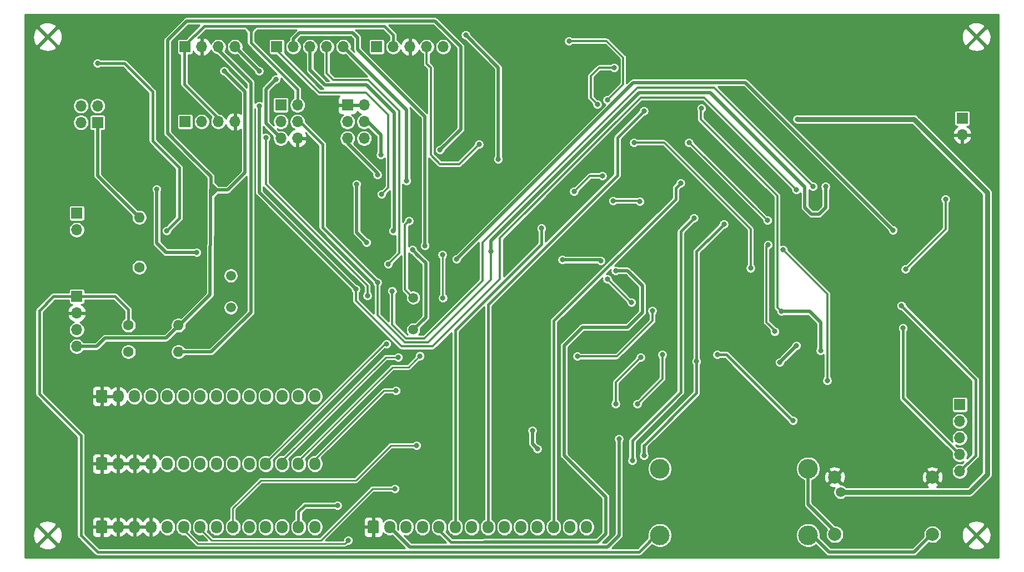
<source format=gbr>
G04 #@! TF.GenerationSoftware,KiCad,Pcbnew,(5.1.5)-3*
G04 #@! TF.CreationDate,2021-04-17T01:47:35+01:00*
G04 #@! TF.ProjectId,Nodo_BMS_1_1,4e6f646f-5f42-44d5-935f-315f312e6b69,rev?*
G04 #@! TF.SameCoordinates,Original*
G04 #@! TF.FileFunction,Copper,L2,Bot*
G04 #@! TF.FilePolarity,Positive*
%FSLAX46Y46*%
G04 Gerber Fmt 4.6, Leading zero omitted, Abs format (unit mm)*
G04 Created by KiCad (PCBNEW (5.1.5)-3) date 2021-04-17 01:47:35*
%MOMM*%
%LPD*%
G04 APERTURE LIST*
%ADD10O,1.700000X1.700000*%
%ADD11R,1.700000X1.700000*%
%ADD12C,3.000000*%
%ADD13C,2.000000*%
%ADD14O,1.700000X1.950000*%
%ADD15C,0.150000*%
%ADD16C,1.500000*%
%ADD17O,1.600000X1.600000*%
%ADD18C,1.600000*%
%ADD19C,0.800000*%
%ADD20C,0.450000*%
%ADD21C,0.350000*%
%ADD22C,0.500000*%
%ADD23C,0.800000*%
%ADD24C,0.300000*%
%ADD25C,0.250000*%
%ADD26C,0.254000*%
G04 APERTURE END LIST*
D10*
X83185000Y-74422000D03*
X83185000Y-76962000D03*
X85725000Y-74422000D03*
D11*
X85725000Y-76962000D03*
D12*
X194050000Y-129794000D03*
X171450000Y-129794000D03*
X194050000Y-139954000D03*
X171450000Y-139954000D03*
D13*
X213020000Y-139814000D03*
X198120000Y-139814000D03*
X213020000Y-131064000D03*
X198120000Y-131064000D03*
D10*
X82550000Y-93345000D03*
D11*
X82550000Y-90805000D03*
D10*
X138430000Y-65405000D03*
X135890000Y-65405000D03*
X133350000Y-65405000D03*
X130810000Y-65405000D03*
D11*
X128270000Y-65405000D03*
D10*
X217551000Y-78867000D03*
D11*
X217551000Y-76327000D03*
D10*
X217170000Y-130175000D03*
X217170000Y-127635000D03*
X217170000Y-125095000D03*
X217170000Y-122555000D03*
D11*
X217170000Y-120015000D03*
D10*
X123190000Y-65405000D03*
X120650000Y-65405000D03*
X118110000Y-65405000D03*
X115570000Y-65405000D03*
D11*
X113030000Y-65405000D03*
D10*
X116205000Y-79375000D03*
X113665000Y-79375000D03*
X116205000Y-76835000D03*
X113665000Y-76835000D03*
X116205000Y-74295000D03*
D11*
X113665000Y-74295000D03*
D10*
X126365000Y-79375000D03*
X123825000Y-79375000D03*
X126365000Y-76835000D03*
X123825000Y-76835000D03*
X126365000Y-74295000D03*
D11*
X123825000Y-74295000D03*
D10*
X82550000Y-111125000D03*
X82550000Y-108585000D03*
X82550000Y-106045000D03*
D11*
X82550000Y-103505000D03*
D10*
X106680000Y-76835000D03*
X104140000Y-76835000D03*
X101600000Y-76835000D03*
D11*
X99060000Y-76835000D03*
D10*
X106680000Y-65405000D03*
X104140000Y-65405000D03*
X101600000Y-65405000D03*
D11*
X99060000Y-65405000D03*
D14*
X160262000Y-138684000D03*
X157762000Y-138684000D03*
X155262000Y-138684000D03*
X152762000Y-138684000D03*
X150262000Y-138684000D03*
X147762000Y-138684000D03*
X145262000Y-138684000D03*
X142762000Y-138684000D03*
X140262000Y-138684000D03*
X137762000Y-138684000D03*
X135262000Y-138684000D03*
X132762000Y-138684000D03*
X130262000Y-138684000D03*
G04 #@! TA.AperFunction,ComponentPad*
D15*
G36*
X128386594Y-137710203D02*
G01*
X128410853Y-137713802D01*
X128434642Y-137719761D01*
X128457733Y-137728023D01*
X128479902Y-137738508D01*
X128500937Y-137751116D01*
X128520635Y-137765725D01*
X128538806Y-137782194D01*
X128555275Y-137800365D01*
X128569884Y-137820063D01*
X128582492Y-137841098D01*
X128592977Y-137863267D01*
X128601239Y-137886358D01*
X128607198Y-137910147D01*
X128610797Y-137934406D01*
X128612000Y-137958900D01*
X128612000Y-139409100D01*
X128610797Y-139433594D01*
X128607198Y-139457853D01*
X128601239Y-139481642D01*
X128592977Y-139504733D01*
X128582492Y-139526902D01*
X128569884Y-139547937D01*
X128555275Y-139567635D01*
X128538806Y-139585806D01*
X128520635Y-139602275D01*
X128500937Y-139616884D01*
X128479902Y-139629492D01*
X128457733Y-139639977D01*
X128434642Y-139648239D01*
X128410853Y-139654198D01*
X128386594Y-139657797D01*
X128362100Y-139659000D01*
X127161900Y-139659000D01*
X127137406Y-139657797D01*
X127113147Y-139654198D01*
X127089358Y-139648239D01*
X127066267Y-139639977D01*
X127044098Y-139629492D01*
X127023063Y-139616884D01*
X127003365Y-139602275D01*
X126985194Y-139585806D01*
X126968725Y-139567635D01*
X126954116Y-139547937D01*
X126941508Y-139526902D01*
X126931023Y-139504733D01*
X126922761Y-139481642D01*
X126916802Y-139457853D01*
X126913203Y-139433594D01*
X126912000Y-139409100D01*
X126912000Y-137958900D01*
X126913203Y-137934406D01*
X126916802Y-137910147D01*
X126922761Y-137886358D01*
X126931023Y-137863267D01*
X126941508Y-137841098D01*
X126954116Y-137820063D01*
X126968725Y-137800365D01*
X126985194Y-137782194D01*
X127003365Y-137765725D01*
X127023063Y-137751116D01*
X127044098Y-137738508D01*
X127066267Y-137728023D01*
X127089358Y-137719761D01*
X127113147Y-137713802D01*
X127137406Y-137710203D01*
X127161900Y-137709000D01*
X128362100Y-137709000D01*
X128386594Y-137710203D01*
G37*
G04 #@! TD.AperFunction*
D14*
X118860000Y-129032000D03*
X116360000Y-129032000D03*
X113860000Y-129032000D03*
X111360000Y-129032000D03*
X108860000Y-129032000D03*
X106360000Y-129032000D03*
X103860000Y-129032000D03*
X101360000Y-129032000D03*
X98860000Y-129032000D03*
X96360000Y-129032000D03*
X93860000Y-129032000D03*
X91360000Y-129032000D03*
X88860000Y-129032000D03*
G04 #@! TA.AperFunction,ComponentPad*
D15*
G36*
X86984594Y-128058203D02*
G01*
X87008853Y-128061802D01*
X87032642Y-128067761D01*
X87055733Y-128076023D01*
X87077902Y-128086508D01*
X87098937Y-128099116D01*
X87118635Y-128113725D01*
X87136806Y-128130194D01*
X87153275Y-128148365D01*
X87167884Y-128168063D01*
X87180492Y-128189098D01*
X87190977Y-128211267D01*
X87199239Y-128234358D01*
X87205198Y-128258147D01*
X87208797Y-128282406D01*
X87210000Y-128306900D01*
X87210000Y-129757100D01*
X87208797Y-129781594D01*
X87205198Y-129805853D01*
X87199239Y-129829642D01*
X87190977Y-129852733D01*
X87180492Y-129874902D01*
X87167884Y-129895937D01*
X87153275Y-129915635D01*
X87136806Y-129933806D01*
X87118635Y-129950275D01*
X87098937Y-129964884D01*
X87077902Y-129977492D01*
X87055733Y-129987977D01*
X87032642Y-129996239D01*
X87008853Y-130002198D01*
X86984594Y-130005797D01*
X86960100Y-130007000D01*
X85759900Y-130007000D01*
X85735406Y-130005797D01*
X85711147Y-130002198D01*
X85687358Y-129996239D01*
X85664267Y-129987977D01*
X85642098Y-129977492D01*
X85621063Y-129964884D01*
X85601365Y-129950275D01*
X85583194Y-129933806D01*
X85566725Y-129915635D01*
X85552116Y-129895937D01*
X85539508Y-129874902D01*
X85529023Y-129852733D01*
X85520761Y-129829642D01*
X85514802Y-129805853D01*
X85511203Y-129781594D01*
X85510000Y-129757100D01*
X85510000Y-128306900D01*
X85511203Y-128282406D01*
X85514802Y-128258147D01*
X85520761Y-128234358D01*
X85529023Y-128211267D01*
X85539508Y-128189098D01*
X85552116Y-128168063D01*
X85566725Y-128148365D01*
X85583194Y-128130194D01*
X85601365Y-128113725D01*
X85621063Y-128099116D01*
X85642098Y-128086508D01*
X85664267Y-128076023D01*
X85687358Y-128067761D01*
X85711147Y-128061802D01*
X85735406Y-128058203D01*
X85759900Y-128057000D01*
X86960100Y-128057000D01*
X86984594Y-128058203D01*
G37*
G04 #@! TD.AperFunction*
D14*
X118860000Y-138684000D03*
X116360000Y-138684000D03*
X113860000Y-138684000D03*
X111360000Y-138684000D03*
X108860000Y-138684000D03*
X106360000Y-138684000D03*
X103860000Y-138684000D03*
X101360000Y-138684000D03*
X98860000Y-138684000D03*
X96360000Y-138684000D03*
X93860000Y-138684000D03*
X91360000Y-138684000D03*
X88860000Y-138684000D03*
G04 #@! TA.AperFunction,ComponentPad*
D15*
G36*
X86984594Y-137710203D02*
G01*
X87008853Y-137713802D01*
X87032642Y-137719761D01*
X87055733Y-137728023D01*
X87077902Y-137738508D01*
X87098937Y-137751116D01*
X87118635Y-137765725D01*
X87136806Y-137782194D01*
X87153275Y-137800365D01*
X87167884Y-137820063D01*
X87180492Y-137841098D01*
X87190977Y-137863267D01*
X87199239Y-137886358D01*
X87205198Y-137910147D01*
X87208797Y-137934406D01*
X87210000Y-137958900D01*
X87210000Y-139409100D01*
X87208797Y-139433594D01*
X87205198Y-139457853D01*
X87199239Y-139481642D01*
X87190977Y-139504733D01*
X87180492Y-139526902D01*
X87167884Y-139547937D01*
X87153275Y-139567635D01*
X87136806Y-139585806D01*
X87118635Y-139602275D01*
X87098937Y-139616884D01*
X87077902Y-139629492D01*
X87055733Y-139639977D01*
X87032642Y-139648239D01*
X87008853Y-139654198D01*
X86984594Y-139657797D01*
X86960100Y-139659000D01*
X85759900Y-139659000D01*
X85735406Y-139657797D01*
X85711147Y-139654198D01*
X85687358Y-139648239D01*
X85664267Y-139639977D01*
X85642098Y-139629492D01*
X85621063Y-139616884D01*
X85601365Y-139602275D01*
X85583194Y-139585806D01*
X85566725Y-139567635D01*
X85552116Y-139547937D01*
X85539508Y-139526902D01*
X85529023Y-139504733D01*
X85520761Y-139481642D01*
X85514802Y-139457853D01*
X85511203Y-139433594D01*
X85510000Y-139409100D01*
X85510000Y-137958900D01*
X85511203Y-137934406D01*
X85514802Y-137910147D01*
X85520761Y-137886358D01*
X85529023Y-137863267D01*
X85539508Y-137841098D01*
X85552116Y-137820063D01*
X85566725Y-137800365D01*
X85583194Y-137782194D01*
X85601365Y-137765725D01*
X85621063Y-137751116D01*
X85642098Y-137738508D01*
X85664267Y-137728023D01*
X85687358Y-137719761D01*
X85711147Y-137713802D01*
X85735406Y-137710203D01*
X85759900Y-137709000D01*
X86960100Y-137709000D01*
X86984594Y-137710203D01*
G37*
G04 #@! TD.AperFunction*
D14*
X118860000Y-118745000D03*
X116360000Y-118745000D03*
X113860000Y-118745000D03*
X111360000Y-118745000D03*
X108860000Y-118745000D03*
X106360000Y-118745000D03*
X103860000Y-118745000D03*
X101360000Y-118745000D03*
X98860000Y-118745000D03*
X96360000Y-118745000D03*
X93860000Y-118745000D03*
X91360000Y-118745000D03*
X88860000Y-118745000D03*
G04 #@! TA.AperFunction,ComponentPad*
D15*
G36*
X86984594Y-117771203D02*
G01*
X87008853Y-117774802D01*
X87032642Y-117780761D01*
X87055733Y-117789023D01*
X87077902Y-117799508D01*
X87098937Y-117812116D01*
X87118635Y-117826725D01*
X87136806Y-117843194D01*
X87153275Y-117861365D01*
X87167884Y-117881063D01*
X87180492Y-117902098D01*
X87190977Y-117924267D01*
X87199239Y-117947358D01*
X87205198Y-117971147D01*
X87208797Y-117995406D01*
X87210000Y-118019900D01*
X87210000Y-119470100D01*
X87208797Y-119494594D01*
X87205198Y-119518853D01*
X87199239Y-119542642D01*
X87190977Y-119565733D01*
X87180492Y-119587902D01*
X87167884Y-119608937D01*
X87153275Y-119628635D01*
X87136806Y-119646806D01*
X87118635Y-119663275D01*
X87098937Y-119677884D01*
X87077902Y-119690492D01*
X87055733Y-119700977D01*
X87032642Y-119709239D01*
X87008853Y-119715198D01*
X86984594Y-119718797D01*
X86960100Y-119720000D01*
X85759900Y-119720000D01*
X85735406Y-119718797D01*
X85711147Y-119715198D01*
X85687358Y-119709239D01*
X85664267Y-119700977D01*
X85642098Y-119690492D01*
X85621063Y-119677884D01*
X85601365Y-119663275D01*
X85583194Y-119646806D01*
X85566725Y-119628635D01*
X85552116Y-119608937D01*
X85539508Y-119587902D01*
X85529023Y-119565733D01*
X85520761Y-119542642D01*
X85514802Y-119518853D01*
X85511203Y-119494594D01*
X85510000Y-119470100D01*
X85510000Y-118019900D01*
X85511203Y-117995406D01*
X85514802Y-117971147D01*
X85520761Y-117947358D01*
X85529023Y-117924267D01*
X85539508Y-117902098D01*
X85552116Y-117881063D01*
X85566725Y-117861365D01*
X85583194Y-117843194D01*
X85601365Y-117826725D01*
X85621063Y-117812116D01*
X85642098Y-117799508D01*
X85664267Y-117789023D01*
X85687358Y-117780761D01*
X85711147Y-117774802D01*
X85735406Y-117771203D01*
X85759900Y-117770000D01*
X86960100Y-117770000D01*
X86984594Y-117771203D01*
G37*
G04 #@! TD.AperFunction*
D16*
X133858000Y-103705000D03*
X133858000Y-108585000D03*
X106045000Y-105210000D03*
X106045000Y-100330000D03*
D17*
X98060000Y-107905000D03*
D18*
X90440000Y-107905000D03*
D17*
X98060000Y-111955000D03*
D18*
X90440000Y-111955000D03*
D17*
X92075000Y-91440000D03*
D18*
X92075000Y-99060000D03*
X205613000Y-83820000D03*
X218059000Y-91440000D03*
X191389000Y-116586000D03*
D19*
X147701000Y-108458000D03*
X149987000Y-95758000D03*
D18*
X149479000Y-72644000D03*
X143891000Y-70866000D03*
X86487000Y-64008000D03*
X210185000Y-65532000D03*
X191389000Y-109220000D03*
D16*
X182535000Y-140334000D03*
X209455000Y-93404000D03*
D19*
X96266000Y-93472000D03*
X85725000Y-67945000D03*
X133222992Y-91948000D03*
X133731000Y-96393000D03*
X192405000Y-76454000D03*
D16*
X199009000Y-133350000D03*
D19*
X112902998Y-70358002D03*
X187960004Y-95631000D03*
X188950019Y-108860016D03*
X195961000Y-111760000D03*
X189992000Y-105791000D03*
X177800000Y-74802996D03*
X161925000Y-74168000D03*
X164476990Y-68580000D03*
X168021000Y-119888000D03*
X171831000Y-112395000D03*
X168529000Y-112776000D03*
X164719000Y-119888000D03*
X143891000Y-80264000D03*
X146812000Y-82550000D03*
X141859000Y-63627000D03*
X132842000Y-85852000D03*
X130048000Y-98552000D03*
X130810000Y-93507400D03*
X135624793Y-95744948D03*
X129031997Y-87884003D03*
X128397000Y-84963000D03*
X128905000Y-81915000D03*
X174625000Y-86233000D03*
X176656998Y-91567000D03*
X167259000Y-128524000D03*
X177038002Y-113411000D03*
X181229000Y-92456000D03*
X169037000Y-127762000D03*
X180213000Y-112395000D03*
X191770000Y-122428000D03*
X169037000Y-75184000D03*
X153416000Y-93091000D03*
X156591000Y-97916996D03*
X164719000Y-99568006D03*
X162432997Y-98043997D03*
X152019000Y-123952000D03*
X152781000Y-126746000D03*
X165227000Y-125222000D03*
X137931010Y-81153000D03*
X105029000Y-69088000D03*
X110363004Y-69088000D03*
X208300032Y-104902000D03*
X208534000Y-108331000D03*
X128397001Y-101346001D03*
X145669000Y-96647000D03*
X196723000Y-86741000D03*
X130655667Y-102688919D03*
X194818000Y-86741000D03*
X111379000Y-79248000D03*
X126873000Y-103378002D03*
X192278000Y-87249000D03*
X110363000Y-74422000D03*
X125095000Y-102362018D03*
X138370975Y-103759000D03*
X138296145Y-97148145D03*
X126746000Y-95250000D03*
X125222000Y-86360000D03*
X94742000Y-87122000D03*
X100838000Y-96774000D03*
X140462000Y-97790000D03*
X206992005Y-93381005D03*
X122301000Y-135382000D03*
X134366000Y-126238000D03*
X131063996Y-132842000D03*
X123952000Y-140716000D03*
X131198200Y-117893800D03*
X134874000Y-112591665D03*
X131572004Y-112776000D03*
X129794000Y-110744000D03*
X187843000Y-91889800D03*
X175895000Y-80010000D03*
X196977000Y-116332000D03*
X190245000Y-96384000D03*
X157607000Y-64516000D03*
X163449000Y-73533002D03*
X185293000Y-99195997D03*
X167513000Y-80010000D03*
X192278000Y-110998000D03*
X189738000Y-113538000D03*
X158877000Y-112649000D03*
X170306998Y-105664000D03*
X163449000Y-100838000D03*
X167132000Y-104394000D03*
X158369000Y-87503000D03*
X162687000Y-85090000D03*
X164338000Y-88900000D03*
X168402000Y-89027000D03*
X208915000Y-99314000D03*
X215011000Y-88646000D03*
D20*
X99060000Y-65405000D02*
X99570900Y-65405000D01*
X99570900Y-65405000D02*
X98933000Y-66042900D01*
X98933000Y-66042900D02*
X98933000Y-71120000D01*
X98933000Y-71120000D02*
X104140000Y-76327000D01*
X104140000Y-76327000D02*
X104140000Y-76835000D01*
X88392000Y-103505000D02*
X82550000Y-103505000D01*
X90440000Y-107905000D02*
X90440000Y-105553000D01*
X90440000Y-105553000D02*
X88392000Y-103505000D01*
X116205000Y-74295000D02*
X116205000Y-71882000D01*
X108331000Y-62230000D02*
X109855000Y-62230000D01*
X108712000Y-62611000D02*
X109474000Y-62611000D01*
X109474000Y-62611000D02*
X109093000Y-62992000D01*
X109855000Y-62230000D02*
X109474000Y-62611000D01*
X108331000Y-62230000D02*
X108712000Y-62611000D01*
X108712000Y-62611000D02*
X109093000Y-62992000D01*
X109093000Y-64770000D02*
X116205000Y-71882000D01*
X109093000Y-62738000D02*
X109093000Y-64770000D01*
X76835000Y-105664000D02*
X78994000Y-103505000D01*
X78994000Y-103505000D02*
X82550000Y-103505000D01*
X83185000Y-124714000D02*
X76835000Y-118364000D01*
X83185000Y-139954000D02*
X83185000Y-124714000D01*
X85725000Y-142494000D02*
X83185000Y-139954000D01*
X168275000Y-142494000D02*
X85725000Y-142494000D01*
X76835000Y-118364000D02*
X76835000Y-105664000D01*
X171450000Y-139319000D02*
X168275000Y-142494000D01*
X89789000Y-67945000D02*
X85725000Y-67945000D01*
X94107000Y-79756000D02*
X94107000Y-72263000D01*
X94107000Y-72263000D02*
X89789000Y-67945000D01*
X98171000Y-83820000D02*
X94107000Y-79756000D01*
X98171000Y-91567000D02*
X98171000Y-83820000D01*
X96266000Y-93472000D02*
X98171000Y-91567000D01*
X101981000Y-62230000D02*
X108839000Y-62230000D01*
X99060000Y-65151000D02*
X101981000Y-62230000D01*
X99060000Y-65405000D02*
X99060000Y-65151000D01*
X129413000Y-62230000D02*
X108839000Y-62230000D01*
X130810000Y-63627000D02*
X129413000Y-62230000D01*
X130810000Y-65405000D02*
X130810000Y-63627000D01*
D21*
X132597010Y-92573982D02*
X133222992Y-91948000D01*
X133858000Y-103705000D02*
X132597010Y-102444010D01*
X132597010Y-102444010D02*
X132597010Y-92573982D01*
D22*
X134480999Y-97142999D02*
X133731000Y-96393000D01*
X135763000Y-98425000D02*
X134480999Y-97142999D01*
X135763000Y-106680000D02*
X135763000Y-98425000D01*
X133858000Y-108585000D02*
X135763000Y-106680000D01*
D23*
X218694000Y-133350000D02*
X199009000Y-133350000D01*
X221361000Y-130683000D02*
X218694000Y-133350000D01*
X221361000Y-87630000D02*
X221361000Y-130683000D01*
X210185000Y-76454000D02*
X221361000Y-87630000D01*
X192405000Y-76454000D02*
X210185000Y-76454000D01*
D22*
X113665000Y-79375000D02*
X111379000Y-77089000D01*
X111379000Y-71882000D02*
X112902998Y-70358002D01*
X111379000Y-77089000D02*
X111379000Y-71882000D01*
D24*
X188950019Y-108686019D02*
X188950019Y-108860016D01*
X187706000Y-107442000D02*
X188950019Y-108686019D01*
X187706000Y-95885004D02*
X187706000Y-107442000D01*
X187960004Y-95631000D02*
X187706000Y-95885004D01*
D22*
X194310000Y-105791000D02*
X189992000Y-105791000D01*
X195961000Y-107442000D02*
X194310000Y-105791000D01*
X195961000Y-111760000D02*
X195961000Y-107442000D01*
D21*
X177673000Y-74929996D02*
X177800000Y-74802996D01*
X177673000Y-76454000D02*
X177673000Y-74929996D01*
X189357000Y-88138000D02*
X177673000Y-76454000D01*
X189357000Y-105156000D02*
X189357000Y-88138000D01*
X189992000Y-105791000D02*
X189357000Y-105156000D01*
D24*
X162179000Y-68580000D02*
X164476990Y-68580000D01*
X160909000Y-69850000D02*
X162179000Y-68580000D01*
X160909000Y-73152000D02*
X160909000Y-69850000D01*
X161925000Y-74168000D02*
X160909000Y-73152000D01*
X171831000Y-116078000D02*
X171831000Y-112395000D01*
X168021000Y-119888000D02*
X171831000Y-116078000D01*
X164719000Y-116586000D02*
X164719000Y-119888000D01*
X168529000Y-112776000D02*
X164719000Y-116586000D01*
D21*
X136525000Y-68643500D02*
X135890000Y-68008500D01*
X136525000Y-81915000D02*
X136525000Y-68643500D01*
X137931007Y-83321007D02*
X136525000Y-81915000D01*
X140833993Y-83321007D02*
X137931007Y-83321007D01*
X135890000Y-68008500D02*
X135890000Y-65405000D01*
X143891000Y-80264000D02*
X140833993Y-83321007D01*
D22*
X146812000Y-82550000D02*
X146812000Y-68580000D01*
X146812000Y-68580000D02*
X141859000Y-63627000D01*
X132842000Y-75057000D02*
X132842000Y-84791340D01*
X132842000Y-84791340D02*
X132842000Y-85852000D01*
X123190000Y-65405000D02*
X132842000Y-75057000D01*
D21*
X130797999Y-97802001D02*
X130048000Y-98552000D01*
X131699000Y-96901000D02*
X130797999Y-97802001D01*
X127000000Y-70485000D02*
X131699000Y-75184000D01*
X121666000Y-70485000D02*
X127000000Y-70485000D01*
X120650000Y-69469000D02*
X121666000Y-70485000D01*
X131699000Y-75184000D02*
X131699000Y-96901000D01*
X120650000Y-65405000D02*
X120650000Y-69469000D01*
D22*
X130937000Y-93380400D02*
X130810000Y-93507400D01*
X130937000Y-75438000D02*
X130937000Y-93380400D01*
X126746000Y-71247000D02*
X130937000Y-75438000D01*
X120396000Y-71247000D02*
X126746000Y-71247000D01*
X118110000Y-68961000D02*
X120396000Y-71247000D01*
X118110000Y-65405000D02*
X118110000Y-68961000D01*
X116526919Y-63246000D02*
X122555000Y-63246000D01*
X115570000Y-64202919D02*
X116526919Y-63246000D01*
X115570000Y-65405000D02*
X115570000Y-64202919D01*
X135624793Y-94684288D02*
X135624793Y-95744948D01*
X135624793Y-76061793D02*
X135624793Y-94684288D01*
X125349000Y-64008000D02*
X125349000Y-65786000D01*
X124587000Y-63246000D02*
X125349000Y-64008000D01*
X122301000Y-63246000D02*
X124587000Y-63246000D01*
X125349000Y-65786000D02*
X135624793Y-76061793D01*
D21*
X129781996Y-87134004D02*
X129031997Y-87884003D01*
X130048000Y-75819000D02*
X130048000Y-86868000D01*
X130048000Y-86868000D02*
X129781996Y-87134004D01*
X126623700Y-72394700D02*
X130048000Y-75819000D01*
X119511700Y-72394700D02*
X126623700Y-72394700D01*
X113030000Y-65913000D02*
X119511700Y-72394700D01*
X113030000Y-65405000D02*
X113030000Y-65913000D01*
D22*
X85725000Y-81534000D02*
X85725000Y-76962000D01*
X85725000Y-85090000D02*
X85725000Y-81534000D01*
X92075000Y-91440000D02*
X85725000Y-85090000D01*
X128397000Y-84709000D02*
X128397000Y-84963000D01*
X123825000Y-80137000D02*
X128397000Y-84709000D01*
X123825000Y-79375000D02*
X123825000Y-80137000D01*
X126873000Y-76835000D02*
X128905000Y-78867000D01*
X128905000Y-78867000D02*
X128905000Y-81915000D01*
X126365000Y-76835000D02*
X126873000Y-76835000D01*
D20*
X173875001Y-86982999D02*
X174625000Y-86233000D01*
X173875001Y-88633999D02*
X173875001Y-86982999D01*
X155262000Y-107247000D02*
X173875001Y-88633999D01*
X155262000Y-138684000D02*
X155262000Y-107247000D01*
X174748800Y-93475198D02*
X176656998Y-91567000D01*
X174625000Y-93598998D02*
X176656998Y-91567000D01*
X174625000Y-118110000D02*
X174625000Y-93598998D01*
X167259000Y-125476000D02*
X174625000Y-118110000D01*
X152762000Y-138684000D02*
X152762000Y-138919000D01*
X167259000Y-128524000D02*
X167259000Y-125476000D01*
X180479001Y-93205999D02*
X181229000Y-92456000D01*
X177038002Y-113411000D02*
X177038002Y-96646998D01*
X177038002Y-96646998D02*
X180479001Y-93205999D01*
X150262000Y-138684000D02*
X150262000Y-138959000D01*
X177038002Y-118236998D02*
X177038002Y-113411000D01*
D22*
X169037000Y-127762000D02*
X169037000Y-126238000D01*
D20*
X169037000Y-126238000D02*
X177038002Y-118236998D01*
X191770000Y-122428000D02*
X191643000Y-122428000D01*
X191643000Y-122428000D02*
X181610000Y-112395000D01*
X181610000Y-112395000D02*
X180213000Y-112395000D01*
X164973000Y-79248000D02*
X169037000Y-75184000D01*
X145262000Y-104761900D02*
X164973000Y-85050900D01*
X145262000Y-138684000D02*
X145262000Y-104761900D01*
X164973000Y-85050900D02*
X164973000Y-79248000D01*
X153416000Y-94151660D02*
X153416000Y-93091000D01*
X153416000Y-95504000D02*
X153416000Y-94151660D01*
X140262000Y-108658000D02*
X153416000Y-95504000D01*
X140262000Y-138684000D02*
X140262000Y-108658000D01*
D22*
X156591000Y-97916996D02*
X162305996Y-97916996D01*
X162305996Y-97916996D02*
X162432997Y-98043997D01*
D20*
X139573000Y-140970000D02*
X145669000Y-140970000D01*
X137762000Y-139159000D02*
X139573000Y-140970000D01*
X137762000Y-138684000D02*
X137762000Y-139159000D01*
D22*
X166497006Y-99568006D02*
X164719000Y-99568006D01*
X168783000Y-105918000D02*
X168783000Y-101854000D01*
X168783000Y-101854000D02*
X166497006Y-99568006D01*
X159639000Y-108204000D02*
X166497000Y-108204000D01*
X156845000Y-110998000D02*
X159639000Y-108204000D01*
X156845000Y-127762000D02*
X156845000Y-110998000D01*
X163195000Y-134112000D02*
X156845000Y-127762000D01*
X163195000Y-139700000D02*
X163195000Y-134112000D01*
X166497000Y-108204000D02*
X168783000Y-105918000D01*
X161925000Y-140970000D02*
X163195000Y-139700000D01*
X144653000Y-140970000D02*
X161925000Y-140970000D01*
X152019000Y-125984000D02*
X152781000Y-126746000D01*
X152019000Y-123952000D02*
X152019000Y-125984000D01*
X165227000Y-139954000D02*
X165227000Y-125222000D01*
X163449000Y-141732000D02*
X165227000Y-139954000D01*
X133310000Y-141732000D02*
X163449000Y-141732000D01*
X130262000Y-138684000D02*
X133310000Y-141732000D01*
X98216000Y-107905000D02*
X98060000Y-107905000D01*
X102870000Y-103251000D02*
X98216000Y-107905000D01*
X99949000Y-82169000D02*
X99822000Y-82042000D01*
X99822000Y-82042000D02*
X102997000Y-85217000D01*
X102997000Y-85217000D02*
X102997000Y-85598000D01*
X105537000Y-87249000D02*
X108204000Y-84582000D01*
X102984300Y-87261700D02*
X102997000Y-87249000D01*
X108204000Y-84582000D02*
X108204000Y-72263000D01*
X102984300Y-87363300D02*
X102984300Y-87261700D01*
D21*
X103129521Y-86365521D02*
X104013000Y-87249000D01*
X102991479Y-86365521D02*
X103129521Y-86365521D01*
D22*
X104013000Y-87249000D02*
X105537000Y-87249000D01*
X102997000Y-85598000D02*
X102991479Y-86365521D01*
D21*
X103260202Y-86877202D02*
X103632000Y-87249000D01*
X102987798Y-86877202D02*
X103260202Y-86877202D01*
D22*
X103632000Y-87249000D02*
X104013000Y-87249000D01*
X102997000Y-87249000D02*
X103632000Y-87249000D01*
X102991479Y-86365521D02*
X102987798Y-86877202D01*
X102987798Y-86877202D02*
X102984300Y-87363300D01*
D21*
X102979515Y-87901485D02*
X103632000Y-87249000D01*
X102979515Y-88028485D02*
X102979515Y-87901485D01*
D22*
X102984300Y-87363300D02*
X102979515Y-88028485D01*
D21*
X102977044Y-88284956D02*
X104013000Y-87249000D01*
X102977044Y-88372044D02*
X102977044Y-88284956D01*
D22*
X102979515Y-88028485D02*
X102977044Y-88372044D01*
X102977044Y-88372044D02*
X102870000Y-103251000D01*
X85598000Y-111125000D02*
X82550000Y-111125000D01*
X96139000Y-109855000D02*
X86868000Y-109855000D01*
X98060000Y-107934000D02*
X96139000Y-109855000D01*
X86868000Y-109855000D02*
X85598000Y-111125000D01*
X98060000Y-107905000D02*
X98060000Y-107934000D01*
X108204000Y-72263000D02*
X105029000Y-69088000D01*
X106680000Y-65405000D02*
X110363000Y-69088000D01*
X110363000Y-69088000D02*
X110363004Y-69088000D01*
X141097000Y-65405000D02*
X141097000Y-77987010D01*
X137160000Y-61468000D02*
X141097000Y-65405000D01*
X99314000Y-61468000D02*
X137160000Y-61468000D01*
X96393000Y-64389000D02*
X99314000Y-61468000D01*
X96393000Y-78613000D02*
X96393000Y-64389000D01*
X141097000Y-77987010D02*
X137931010Y-81153000D01*
X99822000Y-82042000D02*
X96393000Y-78613000D01*
X104140000Y-65913000D02*
X104140000Y-65405000D01*
X109093000Y-70866000D02*
X104140000Y-65913000D01*
X109093000Y-105918000D02*
X109093000Y-70866000D01*
X103056000Y-111955000D02*
X109093000Y-105918000D01*
X98060000Y-111955000D02*
X103056000Y-111955000D01*
D20*
X219583000Y-116184968D02*
X209050031Y-105651999D01*
X219583000Y-127762000D02*
X219583000Y-116184968D01*
X209050031Y-105651999D02*
X208300032Y-104902000D01*
X217170000Y-130175000D02*
X219583000Y-127762000D01*
X208534000Y-118999000D02*
X208534000Y-108331000D01*
X217170000Y-127635000D02*
X208534000Y-118999000D01*
D21*
X145669000Y-97707660D02*
X145669000Y-96647000D01*
X128397001Y-101346001D02*
X128397001Y-106385543D01*
X128397001Y-106385543D02*
X132536447Y-110524989D01*
X136109011Y-110524989D02*
X145669000Y-100965000D01*
X132536447Y-110524989D02*
X136109011Y-110524989D01*
X145669000Y-100965000D02*
X145669000Y-97707660D01*
D22*
X145669000Y-95586340D02*
X145669000Y-96647000D01*
X145669000Y-94996000D02*
X145669000Y-95586340D01*
X193548000Y-89916000D02*
X193548000Y-86793300D01*
X194564000Y-90932000D02*
X193548000Y-89916000D01*
X168275000Y-72390000D02*
X145669000Y-94996000D01*
X195707000Y-90932000D02*
X194564000Y-90932000D01*
X193548000Y-86793300D02*
X179144700Y-72390000D01*
X196723000Y-89916000D02*
X195707000Y-90932000D01*
X179144700Y-72390000D02*
X168275000Y-72390000D01*
X196723000Y-86741000D02*
X196723000Y-89916000D01*
D20*
X116586000Y-76835000D02*
X116205000Y-76835000D01*
X120015000Y-80264000D02*
X116586000Y-76835000D01*
X120015000Y-92964000D02*
X120015000Y-80264000D01*
X128397001Y-101346001D02*
X120015000Y-92964000D01*
D21*
X135566022Y-109924978D02*
X144398999Y-101092001D01*
X144398999Y-101092001D02*
X144398999Y-95250001D01*
X179705000Y-71628000D02*
X194068001Y-85991001D01*
X144398999Y-95250001D02*
X168021000Y-71628000D01*
X168021000Y-71628000D02*
X179705000Y-71628000D01*
X194068001Y-85991001D02*
X194818000Y-86741000D01*
X130655667Y-107795667D02*
X132784978Y-109924978D01*
X130655667Y-102688919D02*
X130655667Y-107795667D01*
X132784978Y-109924978D02*
X135566022Y-109924978D01*
X111379000Y-79248000D02*
X111379000Y-86360000D01*
X111379000Y-86360000D02*
X126873000Y-101854000D01*
X126873000Y-101854000D02*
X126873000Y-103378002D01*
D22*
X113665000Y-74295000D02*
X114241005Y-73718995D01*
X110363000Y-74422000D02*
X110363000Y-87630018D01*
D21*
X147066000Y-100838000D02*
X136779000Y-111125000D01*
X168529000Y-73152000D02*
X147066000Y-94615000D01*
D22*
X110363000Y-87630018D02*
X125095000Y-102362018D01*
D21*
X136779000Y-111125000D02*
X132080000Y-111125000D01*
X132080000Y-111125000D02*
X125095000Y-104140000D01*
X147066000Y-94615000D02*
X147066000Y-100838000D01*
X178181000Y-73152000D02*
X168529000Y-73152000D01*
X125095000Y-104140000D02*
X125095000Y-102362018D01*
X192278000Y-87249000D02*
X178181000Y-73152000D01*
D25*
X138296145Y-97148145D02*
X138296145Y-103684170D01*
X138296145Y-103684170D02*
X138370975Y-103759000D01*
D22*
X125222000Y-87420660D02*
X125222000Y-86360000D01*
X126746000Y-95250000D02*
X125222000Y-93726000D01*
X125222000Y-93726000D02*
X125222000Y-87420660D01*
X94742000Y-95377000D02*
X94742000Y-87122000D01*
X96139000Y-96774000D02*
X94742000Y-95377000D01*
X100838000Y-96774000D02*
X96139000Y-96774000D01*
X140462000Y-97790000D02*
X167386000Y-70866000D01*
X167386000Y-70866000D02*
X184477000Y-70866000D01*
X184477000Y-70866000D02*
X206992005Y-93381005D01*
D20*
X121240340Y-135382000D02*
X122301000Y-135382000D01*
X117348000Y-135382000D02*
X121240340Y-135382000D01*
X116360000Y-136370000D02*
X117348000Y-135382000D01*
X116360000Y-138684000D02*
X116360000Y-136370000D01*
D25*
X133800315Y-126238000D02*
X134366000Y-126238000D01*
X125095000Y-131572000D02*
X130429000Y-126238000D01*
X130429000Y-126238000D02*
X133800315Y-126238000D01*
X110617000Y-131572000D02*
X125095000Y-131572000D01*
X106360000Y-135829000D02*
X110617000Y-131572000D01*
X106360000Y-138684000D02*
X106360000Y-135829000D01*
X127635000Y-132842000D02*
X131063996Y-132842000D01*
X119761000Y-140716000D02*
X127635000Y-132842000D01*
X103124000Y-140716000D02*
X119761000Y-140716000D01*
X101360000Y-138952000D02*
X103124000Y-140716000D01*
X101360000Y-138684000D02*
X101360000Y-138952000D01*
X123444000Y-141224000D02*
X123952000Y-140716000D01*
X100965000Y-141224000D02*
X123444000Y-141224000D01*
X98860000Y-139119000D02*
X100965000Y-141224000D01*
X98860000Y-138684000D02*
X98860000Y-139119000D01*
X131198200Y-117893800D02*
X129375200Y-117893800D01*
X129375200Y-117893800D02*
X118860000Y-128409000D01*
X118860000Y-128409000D02*
X118860000Y-129032000D01*
X116360000Y-129032000D02*
X116360000Y-128623000D01*
X133165665Y-114300000D02*
X134124001Y-113341664D01*
X116360000Y-128623000D02*
X130683000Y-114300000D01*
X130683000Y-114300000D02*
X133165665Y-114300000D01*
X134124001Y-113341664D02*
X134874000Y-112591665D01*
X129667000Y-112776000D02*
X131572004Y-112776000D01*
X113860000Y-128583000D02*
X129667000Y-112776000D01*
X113860000Y-129032000D02*
X113860000Y-128583000D01*
X111360000Y-128907000D02*
X129523000Y-110744000D01*
X111360000Y-129032000D02*
X111360000Y-128907000D01*
X129523000Y-110744000D02*
X129794000Y-110744000D01*
D24*
X187843000Y-91889800D02*
X175963200Y-80010000D01*
X175963200Y-80010000D02*
X175895000Y-80010000D01*
X196977000Y-103116000D02*
X190245000Y-96384000D01*
X196977000Y-116332000D02*
X196977000Y-103116000D01*
X165862000Y-71120002D02*
X163449000Y-73533002D01*
X165862000Y-67056000D02*
X165862000Y-71120002D01*
X163322000Y-64516000D02*
X165862000Y-67056000D01*
X157607000Y-64516000D02*
X163322000Y-64516000D01*
X185293000Y-93218000D02*
X172085000Y-80010000D01*
X172085000Y-80010000D02*
X167513000Y-80010000D01*
X185293000Y-99195997D02*
X185293000Y-93218000D01*
D22*
X189738000Y-113538000D02*
X192278000Y-110998000D01*
D24*
X170306998Y-107232662D02*
X170306998Y-106724660D01*
X158877000Y-112649000D02*
X164890660Y-112649000D01*
X164890660Y-112649000D02*
X170306998Y-107232662D01*
X170306998Y-106724660D02*
X170306998Y-105664000D01*
X167005000Y-104394000D02*
X167132000Y-104394000D01*
X163449000Y-100838000D02*
X167005000Y-104394000D01*
X168275000Y-88900000D02*
X168402000Y-89027000D01*
X164338000Y-88900000D02*
X168275000Y-88900000D01*
X160782000Y-85090000D02*
X162687000Y-85090000D01*
X158369000Y-87503000D02*
X160782000Y-85090000D01*
D22*
X197225000Y-142494000D02*
X194050000Y-139319000D01*
X210185000Y-142494000D02*
X197225000Y-142494000D01*
X212865000Y-139814000D02*
X210185000Y-142494000D01*
X213020000Y-139814000D02*
X212865000Y-139814000D01*
D21*
X215011000Y-93218000D02*
X215011000Y-88646000D01*
X208915000Y-99314000D02*
X215011000Y-93218000D01*
D22*
X198120000Y-139319000D02*
X198120000Y-139814000D01*
X194050000Y-135249000D02*
X198120000Y-139319000D01*
X194050000Y-129794000D02*
X194050000Y-135249000D01*
D26*
G36*
X223114001Y-60940050D02*
G01*
X223114000Y-60940060D01*
X223114001Y-142855059D01*
X223114000Y-143358000D01*
X74701000Y-143358000D01*
X74701000Y-141516845D01*
X76721761Y-141516845D01*
X76889802Y-141842643D01*
X77281607Y-142043426D01*
X77705055Y-142163914D01*
X78143873Y-142199476D01*
X78581197Y-142148746D01*
X79000221Y-142013674D01*
X79320198Y-141842643D01*
X79488239Y-141516845D01*
X78105000Y-140133605D01*
X76721761Y-141516845D01*
X74701000Y-141516845D01*
X74701000Y-139992873D01*
X75859524Y-139992873D01*
X75910254Y-140430197D01*
X76045326Y-140849221D01*
X76216357Y-141169198D01*
X76542155Y-141337239D01*
X77925395Y-139954000D01*
X78284605Y-139954000D01*
X79667845Y-141337239D01*
X79993643Y-141169198D01*
X80194426Y-140777393D01*
X80314914Y-140353945D01*
X80350476Y-139915127D01*
X80299746Y-139477803D01*
X80164674Y-139058779D01*
X79993643Y-138738802D01*
X79667845Y-138570761D01*
X78284605Y-139954000D01*
X77925395Y-139954000D01*
X76542155Y-138570761D01*
X76216357Y-138738802D01*
X76015574Y-139130607D01*
X75895086Y-139554055D01*
X75859524Y-139992873D01*
X74701000Y-139992873D01*
X74701000Y-138391155D01*
X76721761Y-138391155D01*
X78105000Y-139774395D01*
X79488239Y-138391155D01*
X79320198Y-138065357D01*
X78928393Y-137864574D01*
X78504945Y-137744086D01*
X78066127Y-137708524D01*
X77628803Y-137759254D01*
X77209779Y-137894326D01*
X76889802Y-138065357D01*
X76721761Y-138391155D01*
X74701000Y-138391155D01*
X74701000Y-105664000D01*
X76226068Y-105664000D01*
X76229001Y-105693775D01*
X76229000Y-118334235D01*
X76226068Y-118364000D01*
X76229000Y-118393765D01*
X76229000Y-118393769D01*
X76237768Y-118482796D01*
X76272420Y-118597027D01*
X76297771Y-118644454D01*
X76328692Y-118702304D01*
X76385443Y-118771456D01*
X76404420Y-118794580D01*
X76427545Y-118813558D01*
X82579001Y-124965015D01*
X82579000Y-139924235D01*
X82576068Y-139954000D01*
X82579000Y-139983765D01*
X82579000Y-139983769D01*
X82587768Y-140072796D01*
X82622420Y-140187027D01*
X82633392Y-140207553D01*
X82678692Y-140292304D01*
X82735443Y-140361456D01*
X82754420Y-140384580D01*
X82777545Y-140403558D01*
X85275442Y-142901455D01*
X85294420Y-142924580D01*
X85317543Y-142943556D01*
X85386695Y-143000308D01*
X85425774Y-143021196D01*
X85491972Y-143056580D01*
X85606203Y-143091232D01*
X85695230Y-143100000D01*
X85695241Y-143100000D01*
X85724999Y-143102931D01*
X85754757Y-143100000D01*
X168245235Y-143100000D01*
X168275000Y-143102932D01*
X168304765Y-143100000D01*
X168304770Y-143100000D01*
X168393797Y-143091232D01*
X168508028Y-143056580D01*
X168613304Y-143000308D01*
X168705580Y-142924580D01*
X168724558Y-142901455D01*
X170230939Y-141395074D01*
X170250933Y-141415068D01*
X170559013Y-141620920D01*
X170901333Y-141762714D01*
X171264738Y-141835000D01*
X171635262Y-141835000D01*
X171998667Y-141762714D01*
X172340987Y-141620920D01*
X172649067Y-141415068D01*
X172911068Y-141153067D01*
X173116920Y-140844987D01*
X173258714Y-140502667D01*
X173331000Y-140139262D01*
X173331000Y-139768738D01*
X192169000Y-139768738D01*
X192169000Y-140139262D01*
X192241286Y-140502667D01*
X192383080Y-140844987D01*
X192588932Y-141153067D01*
X192850933Y-141415068D01*
X193159013Y-141620920D01*
X193501333Y-141762714D01*
X193864738Y-141835000D01*
X194235262Y-141835000D01*
X194598667Y-141762714D01*
X194940987Y-141620920D01*
X195249067Y-141415068D01*
X195251383Y-141412752D01*
X196756899Y-142918268D01*
X196776657Y-142942343D01*
X196872739Y-143021196D01*
X196982358Y-143079789D01*
X197101302Y-143115870D01*
X197194002Y-143125000D01*
X197194011Y-143125000D01*
X197224999Y-143128052D01*
X197255987Y-143125000D01*
X210154010Y-143125000D01*
X210185000Y-143128052D01*
X210215990Y-143125000D01*
X210215998Y-143125000D01*
X210308698Y-143115870D01*
X210427642Y-143079789D01*
X210537261Y-143021196D01*
X210633343Y-142942343D01*
X210653105Y-142918263D01*
X212054523Y-141516845D01*
X218326761Y-141516845D01*
X218494802Y-141842643D01*
X218886607Y-142043426D01*
X219310055Y-142163914D01*
X219748873Y-142199476D01*
X220186197Y-142148746D01*
X220605221Y-142013674D01*
X220925198Y-141842643D01*
X221093239Y-141516845D01*
X219710000Y-140133605D01*
X218326761Y-141516845D01*
X212054523Y-141516845D01*
X212484427Y-141086942D01*
X212617177Y-141141929D01*
X212883983Y-141195000D01*
X213156017Y-141195000D01*
X213422823Y-141141929D01*
X213674149Y-141037826D01*
X213900336Y-140886693D01*
X214092693Y-140694336D01*
X214243826Y-140468149D01*
X214347929Y-140216823D01*
X214392475Y-139992873D01*
X217464524Y-139992873D01*
X217515254Y-140430197D01*
X217650326Y-140849221D01*
X217821357Y-141169198D01*
X218147155Y-141337239D01*
X219530395Y-139954000D01*
X219889605Y-139954000D01*
X221272845Y-141337239D01*
X221598643Y-141169198D01*
X221799426Y-140777393D01*
X221919914Y-140353945D01*
X221955476Y-139915127D01*
X221904746Y-139477803D01*
X221769674Y-139058779D01*
X221598643Y-138738802D01*
X221272845Y-138570761D01*
X219889605Y-139954000D01*
X219530395Y-139954000D01*
X218147155Y-138570761D01*
X217821357Y-138738802D01*
X217620574Y-139130607D01*
X217500086Y-139554055D01*
X217464524Y-139992873D01*
X214392475Y-139992873D01*
X214401000Y-139950017D01*
X214401000Y-139677983D01*
X214347929Y-139411177D01*
X214243826Y-139159851D01*
X214092693Y-138933664D01*
X213900336Y-138741307D01*
X213674149Y-138590174D01*
X213422823Y-138486071D01*
X213156017Y-138433000D01*
X212883983Y-138433000D01*
X212617177Y-138486071D01*
X212365851Y-138590174D01*
X212139664Y-138741307D01*
X211947307Y-138933664D01*
X211796174Y-139159851D01*
X211692071Y-139411177D01*
X211639000Y-139677983D01*
X211639000Y-139950017D01*
X211671786Y-140114845D01*
X209923632Y-141863000D01*
X197486369Y-141863000D01*
X195903066Y-140279697D01*
X195931000Y-140139262D01*
X195931000Y-139768738D01*
X195858714Y-139405333D01*
X195716920Y-139063013D01*
X195511068Y-138754933D01*
X195249067Y-138492932D01*
X194940987Y-138287080D01*
X194598667Y-138145286D01*
X194235262Y-138073000D01*
X193864738Y-138073000D01*
X193501333Y-138145286D01*
X193159013Y-138287080D01*
X192850933Y-138492932D01*
X192588932Y-138754933D01*
X192383080Y-139063013D01*
X192241286Y-139405333D01*
X192169000Y-139768738D01*
X173331000Y-139768738D01*
X173258714Y-139405333D01*
X173116920Y-139063013D01*
X172911068Y-138754933D01*
X172649067Y-138492932D01*
X172340987Y-138287080D01*
X171998667Y-138145286D01*
X171635262Y-138073000D01*
X171264738Y-138073000D01*
X170901333Y-138145286D01*
X170559013Y-138287080D01*
X170250933Y-138492932D01*
X169988932Y-138754933D01*
X169783080Y-139063013D01*
X169641286Y-139405333D01*
X169569000Y-139768738D01*
X169569000Y-140139262D01*
X169602800Y-140309186D01*
X168023987Y-141888000D01*
X164185368Y-141888000D01*
X165651269Y-140422100D01*
X165675343Y-140402343D01*
X165697145Y-140375778D01*
X165754196Y-140306261D01*
X165812789Y-140196642D01*
X165848870Y-140077698D01*
X165851996Y-140045956D01*
X165858000Y-139984998D01*
X165858000Y-139984991D01*
X165861052Y-139954000D01*
X165858000Y-139923010D01*
X165858000Y-129608738D01*
X169569000Y-129608738D01*
X169569000Y-129979262D01*
X169641286Y-130342667D01*
X169783080Y-130684987D01*
X169988932Y-130993067D01*
X170250933Y-131255068D01*
X170559013Y-131460920D01*
X170901333Y-131602714D01*
X171264738Y-131675000D01*
X171635262Y-131675000D01*
X171998667Y-131602714D01*
X172340987Y-131460920D01*
X172649067Y-131255068D01*
X172911068Y-130993067D01*
X173116920Y-130684987D01*
X173258714Y-130342667D01*
X173331000Y-129979262D01*
X173331000Y-129608738D01*
X192169000Y-129608738D01*
X192169000Y-129979262D01*
X192241286Y-130342667D01*
X192383080Y-130684987D01*
X192588932Y-130993067D01*
X192850933Y-131255068D01*
X193159013Y-131460920D01*
X193419000Y-131568611D01*
X193419001Y-135218000D01*
X193415948Y-135249000D01*
X193428130Y-135372697D01*
X193464211Y-135491641D01*
X193522804Y-135601260D01*
X193581897Y-135673265D01*
X193581900Y-135673268D01*
X193601658Y-135697343D01*
X193625733Y-135717101D01*
X196965191Y-139056560D01*
X196896174Y-139159851D01*
X196792071Y-139411177D01*
X196739000Y-139677983D01*
X196739000Y-139950017D01*
X196792071Y-140216823D01*
X196896174Y-140468149D01*
X197047307Y-140694336D01*
X197239664Y-140886693D01*
X197465851Y-141037826D01*
X197717177Y-141141929D01*
X197983983Y-141195000D01*
X198256017Y-141195000D01*
X198522823Y-141141929D01*
X198774149Y-141037826D01*
X199000336Y-140886693D01*
X199192693Y-140694336D01*
X199343826Y-140468149D01*
X199447929Y-140216823D01*
X199501000Y-139950017D01*
X199501000Y-139677983D01*
X199447929Y-139411177D01*
X199343826Y-139159851D01*
X199192693Y-138933664D01*
X199000336Y-138741307D01*
X198774149Y-138590174D01*
X198522823Y-138486071D01*
X198256017Y-138433000D01*
X198126369Y-138433000D01*
X198084524Y-138391155D01*
X218326761Y-138391155D01*
X219710000Y-139774395D01*
X221093239Y-138391155D01*
X220925198Y-138065357D01*
X220533393Y-137864574D01*
X220109945Y-137744086D01*
X219671127Y-137708524D01*
X219233803Y-137759254D01*
X218814779Y-137894326D01*
X218494802Y-138065357D01*
X218326761Y-138391155D01*
X198084524Y-138391155D01*
X194681000Y-134987632D01*
X194681000Y-131568610D01*
X194940987Y-131460920D01*
X195249067Y-131255068D01*
X195377540Y-131126595D01*
X196478282Y-131126595D01*
X196522039Y-131445675D01*
X196627205Y-131750088D01*
X196720186Y-131924044D01*
X196984587Y-132019808D01*
X197940395Y-131064000D01*
X198299605Y-131064000D01*
X199255413Y-132019808D01*
X199519814Y-131924044D01*
X199660704Y-131634429D01*
X199742384Y-131322892D01*
X199754189Y-131126595D01*
X211378282Y-131126595D01*
X211422039Y-131445675D01*
X211527205Y-131750088D01*
X211620186Y-131924044D01*
X211884587Y-132019808D01*
X212840395Y-131064000D01*
X213199605Y-131064000D01*
X214155413Y-132019808D01*
X214419814Y-131924044D01*
X214560704Y-131634429D01*
X214642384Y-131322892D01*
X214661718Y-131001405D01*
X214617961Y-130682325D01*
X214512795Y-130377912D01*
X214419814Y-130203956D01*
X214155413Y-130108192D01*
X213199605Y-131064000D01*
X212840395Y-131064000D01*
X211884587Y-130108192D01*
X211620186Y-130203956D01*
X211479296Y-130493571D01*
X211397616Y-130805108D01*
X211378282Y-131126595D01*
X199754189Y-131126595D01*
X199761718Y-131001405D01*
X199717961Y-130682325D01*
X199612795Y-130377912D01*
X199519814Y-130203956D01*
X199255413Y-130108192D01*
X198299605Y-131064000D01*
X197940395Y-131064000D01*
X196984587Y-130108192D01*
X196720186Y-130203956D01*
X196579296Y-130493571D01*
X196497616Y-130805108D01*
X196478282Y-131126595D01*
X195377540Y-131126595D01*
X195511068Y-130993067D01*
X195716920Y-130684987D01*
X195858714Y-130342667D01*
X195931000Y-129979262D01*
X195931000Y-129928587D01*
X197164192Y-129928587D01*
X198120000Y-130884395D01*
X199075808Y-129928587D01*
X212064192Y-129928587D01*
X213020000Y-130884395D01*
X213975808Y-129928587D01*
X213880044Y-129664186D01*
X213590429Y-129523296D01*
X213278892Y-129441616D01*
X212957405Y-129422282D01*
X212638325Y-129466039D01*
X212333912Y-129571205D01*
X212159956Y-129664186D01*
X212064192Y-129928587D01*
X199075808Y-129928587D01*
X198980044Y-129664186D01*
X198690429Y-129523296D01*
X198378892Y-129441616D01*
X198057405Y-129422282D01*
X197738325Y-129466039D01*
X197433912Y-129571205D01*
X197259956Y-129664186D01*
X197164192Y-129928587D01*
X195931000Y-129928587D01*
X195931000Y-129608738D01*
X195858714Y-129245333D01*
X195716920Y-128903013D01*
X195511068Y-128594933D01*
X195249067Y-128332932D01*
X194940987Y-128127080D01*
X194598667Y-127985286D01*
X194235262Y-127913000D01*
X193864738Y-127913000D01*
X193501333Y-127985286D01*
X193159013Y-128127080D01*
X192850933Y-128332932D01*
X192588932Y-128594933D01*
X192383080Y-128903013D01*
X192241286Y-129245333D01*
X192169000Y-129608738D01*
X173331000Y-129608738D01*
X173258714Y-129245333D01*
X173116920Y-128903013D01*
X172911068Y-128594933D01*
X172649067Y-128332932D01*
X172340987Y-128127080D01*
X171998667Y-127985286D01*
X171635262Y-127913000D01*
X171264738Y-127913000D01*
X170901333Y-127985286D01*
X170559013Y-128127080D01*
X170250933Y-128332932D01*
X169988932Y-128594933D01*
X169783080Y-128903013D01*
X169641286Y-129245333D01*
X169569000Y-129608738D01*
X165858000Y-129608738D01*
X165858000Y-128447078D01*
X166478000Y-128447078D01*
X166478000Y-128600922D01*
X166508013Y-128751809D01*
X166566887Y-128893942D01*
X166652358Y-129021859D01*
X166761141Y-129130642D01*
X166889058Y-129216113D01*
X167031191Y-129274987D01*
X167182078Y-129305000D01*
X167335922Y-129305000D01*
X167486809Y-129274987D01*
X167628942Y-129216113D01*
X167756859Y-129130642D01*
X167865642Y-129021859D01*
X167951113Y-128893942D01*
X168009987Y-128751809D01*
X168040000Y-128600922D01*
X168040000Y-128447078D01*
X168009987Y-128296191D01*
X167951113Y-128154058D01*
X167865642Y-128026141D01*
X167865000Y-128025499D01*
X167865000Y-127685078D01*
X168256000Y-127685078D01*
X168256000Y-127838922D01*
X168286013Y-127989809D01*
X168344887Y-128131942D01*
X168430358Y-128259859D01*
X168539141Y-128368642D01*
X168667058Y-128454113D01*
X168809191Y-128512987D01*
X168960078Y-128543000D01*
X169113922Y-128543000D01*
X169264809Y-128512987D01*
X169406942Y-128454113D01*
X169534859Y-128368642D01*
X169643642Y-128259859D01*
X169729113Y-128131942D01*
X169787987Y-127989809D01*
X169818000Y-127838922D01*
X169818000Y-127685078D01*
X169787987Y-127534191D01*
X169729113Y-127392058D01*
X169668000Y-127300595D01*
X169668000Y-126464013D01*
X177445458Y-118686555D01*
X177468582Y-118667578D01*
X177491524Y-118639622D01*
X177544311Y-118575303D01*
X177600582Y-118470027D01*
X177623714Y-118393770D01*
X177635234Y-118355795D01*
X177644002Y-118266768D01*
X177644002Y-118266766D01*
X177646934Y-118236998D01*
X177644002Y-118207230D01*
X177644002Y-113909501D01*
X177644644Y-113908859D01*
X177730115Y-113780942D01*
X177788989Y-113638809D01*
X177819002Y-113487922D01*
X177819002Y-113334078D01*
X177788989Y-113183191D01*
X177730115Y-113041058D01*
X177644644Y-112913141D01*
X177644002Y-112912499D01*
X177644002Y-112318078D01*
X179432000Y-112318078D01*
X179432000Y-112471922D01*
X179462013Y-112622809D01*
X179520887Y-112764942D01*
X179606358Y-112892859D01*
X179715141Y-113001642D01*
X179843058Y-113087113D01*
X179985191Y-113145987D01*
X180136078Y-113176000D01*
X180289922Y-113176000D01*
X180440809Y-113145987D01*
X180582942Y-113087113D01*
X180710859Y-113001642D01*
X180711501Y-113001000D01*
X181358987Y-113001000D01*
X191022702Y-122664715D01*
X191077887Y-122797942D01*
X191163358Y-122925859D01*
X191272141Y-123034642D01*
X191400058Y-123120113D01*
X191542191Y-123178987D01*
X191693078Y-123209000D01*
X191846922Y-123209000D01*
X191997809Y-123178987D01*
X192139942Y-123120113D01*
X192267859Y-123034642D01*
X192376642Y-122925859D01*
X192462113Y-122797942D01*
X192520987Y-122655809D01*
X192551000Y-122504922D01*
X192551000Y-122351078D01*
X192520987Y-122200191D01*
X192462113Y-122058058D01*
X192376642Y-121930141D01*
X192267859Y-121821358D01*
X192139942Y-121735887D01*
X191997809Y-121677013D01*
X191846922Y-121647000D01*
X191719013Y-121647000D01*
X183533091Y-113461078D01*
X188957000Y-113461078D01*
X188957000Y-113614922D01*
X188987013Y-113765809D01*
X189045887Y-113907942D01*
X189131358Y-114035859D01*
X189240141Y-114144642D01*
X189368058Y-114230113D01*
X189510191Y-114288987D01*
X189661078Y-114319000D01*
X189814922Y-114319000D01*
X189965809Y-114288987D01*
X190107942Y-114230113D01*
X190235859Y-114144642D01*
X190344642Y-114035859D01*
X190430113Y-113907942D01*
X190488987Y-113765809D01*
X190510447Y-113657921D01*
X192397921Y-111770447D01*
X192505809Y-111748987D01*
X192647942Y-111690113D01*
X192775859Y-111604642D01*
X192884642Y-111495859D01*
X192970113Y-111367942D01*
X193028987Y-111225809D01*
X193059000Y-111074922D01*
X193059000Y-110921078D01*
X193028987Y-110770191D01*
X192970113Y-110628058D01*
X192884642Y-110500141D01*
X192775859Y-110391358D01*
X192647942Y-110305887D01*
X192505809Y-110247013D01*
X192354922Y-110217000D01*
X192201078Y-110217000D01*
X192050191Y-110247013D01*
X191908058Y-110305887D01*
X191780141Y-110391358D01*
X191671358Y-110500141D01*
X191585887Y-110628058D01*
X191527013Y-110770191D01*
X191505553Y-110878079D01*
X189618079Y-112765553D01*
X189510191Y-112787013D01*
X189368058Y-112845887D01*
X189240141Y-112931358D01*
X189131358Y-113040141D01*
X189045887Y-113168058D01*
X188987013Y-113310191D01*
X188957000Y-113461078D01*
X183533091Y-113461078D01*
X182059558Y-111987545D01*
X182040580Y-111964420D01*
X181948304Y-111888692D01*
X181843028Y-111832420D01*
X181728797Y-111797768D01*
X181639770Y-111789000D01*
X181639765Y-111789000D01*
X181610000Y-111786068D01*
X181580235Y-111789000D01*
X180711501Y-111789000D01*
X180710859Y-111788358D01*
X180582942Y-111702887D01*
X180440809Y-111644013D01*
X180289922Y-111614000D01*
X180136078Y-111614000D01*
X179985191Y-111644013D01*
X179843058Y-111702887D01*
X179715141Y-111788358D01*
X179606358Y-111897141D01*
X179520887Y-112025058D01*
X179462013Y-112167191D01*
X179432000Y-112318078D01*
X177644002Y-112318078D01*
X177644002Y-96898011D01*
X181305013Y-93237000D01*
X181305922Y-93237000D01*
X181456809Y-93206987D01*
X181598942Y-93148113D01*
X181726859Y-93062642D01*
X181835642Y-92953859D01*
X181921113Y-92825942D01*
X181979987Y-92683809D01*
X182010000Y-92532922D01*
X182010000Y-92379078D01*
X181979987Y-92228191D01*
X181921113Y-92086058D01*
X181835642Y-91958141D01*
X181726859Y-91849358D01*
X181598942Y-91763887D01*
X181456809Y-91705013D01*
X181305922Y-91675000D01*
X181152078Y-91675000D01*
X181001191Y-91705013D01*
X180859058Y-91763887D01*
X180731141Y-91849358D01*
X180622358Y-91958141D01*
X180536887Y-92086058D01*
X180478013Y-92228191D01*
X180448000Y-92379078D01*
X180448000Y-92379987D01*
X176630542Y-96197445D01*
X176607423Y-96216418D01*
X176588450Y-96239537D01*
X176588445Y-96239542D01*
X176531694Y-96308694D01*
X176490994Y-96384839D01*
X176475423Y-96413970D01*
X176440771Y-96528201D01*
X176436647Y-96570078D01*
X176429070Y-96646998D01*
X176432003Y-96676773D01*
X176432002Y-112912499D01*
X176431360Y-112913141D01*
X176345889Y-113041058D01*
X176287015Y-113183191D01*
X176257002Y-113334078D01*
X176257002Y-113487922D01*
X176287015Y-113638809D01*
X176345889Y-113780942D01*
X176431360Y-113908859D01*
X176432003Y-113909502D01*
X176432002Y-117985985D01*
X168732954Y-125685033D01*
X168684740Y-125710804D01*
X168588658Y-125789657D01*
X168509805Y-125885739D01*
X168451212Y-125995358D01*
X168415131Y-126114302D01*
X168406001Y-126207002D01*
X168406000Y-127300595D01*
X168344887Y-127392058D01*
X168286013Y-127534191D01*
X168256000Y-127685078D01*
X167865000Y-127685078D01*
X167865000Y-125727013D01*
X175032462Y-118559552D01*
X175055580Y-118540580D01*
X175074553Y-118517461D01*
X175074557Y-118517457D01*
X175131308Y-118448305D01*
X175176613Y-118363545D01*
X175187580Y-118343028D01*
X175222232Y-118228797D01*
X175231000Y-118139770D01*
X175231000Y-118139766D01*
X175233932Y-118110001D01*
X175231000Y-118080236D01*
X175231000Y-93850011D01*
X176733012Y-92348000D01*
X176733920Y-92348000D01*
X176884807Y-92317987D01*
X177026940Y-92259113D01*
X177154857Y-92173642D01*
X177263640Y-92064859D01*
X177349111Y-91936942D01*
X177407985Y-91794809D01*
X177437998Y-91643922D01*
X177437998Y-91490078D01*
X177407985Y-91339191D01*
X177349111Y-91197058D01*
X177263640Y-91069141D01*
X177154857Y-90960358D01*
X177026940Y-90874887D01*
X176884807Y-90816013D01*
X176733920Y-90786000D01*
X176580076Y-90786000D01*
X176429189Y-90816013D01*
X176287056Y-90874887D01*
X176159139Y-90960358D01*
X176050356Y-91069141D01*
X175964885Y-91197058D01*
X175906011Y-91339191D01*
X175875998Y-91490078D01*
X175875998Y-91490986D01*
X174217540Y-93149445D01*
X174194421Y-93168418D01*
X174175448Y-93191537D01*
X174175443Y-93191542D01*
X174118692Y-93260694D01*
X174069245Y-93353204D01*
X174062421Y-93365970D01*
X174027769Y-93480201D01*
X174023023Y-93528392D01*
X174016068Y-93598998D01*
X174019001Y-93628773D01*
X174019000Y-117858986D01*
X166851540Y-125026447D01*
X166828421Y-125045420D01*
X166809448Y-125068539D01*
X166809443Y-125068544D01*
X166752692Y-125137696D01*
X166710708Y-125216243D01*
X166696421Y-125242972D01*
X166661769Y-125357203D01*
X166655767Y-125418149D01*
X166650068Y-125476000D01*
X166653001Y-125505775D01*
X166653000Y-128025499D01*
X166652358Y-128026141D01*
X166566887Y-128154058D01*
X166508013Y-128296191D01*
X166478000Y-128447078D01*
X165858000Y-128447078D01*
X165858000Y-125683405D01*
X165919113Y-125591942D01*
X165977987Y-125449809D01*
X166008000Y-125298922D01*
X166008000Y-125145078D01*
X165977987Y-124994191D01*
X165919113Y-124852058D01*
X165833642Y-124724141D01*
X165724859Y-124615358D01*
X165596942Y-124529887D01*
X165454809Y-124471013D01*
X165303922Y-124441000D01*
X165150078Y-124441000D01*
X164999191Y-124471013D01*
X164857058Y-124529887D01*
X164729141Y-124615358D01*
X164620358Y-124724141D01*
X164534887Y-124852058D01*
X164476013Y-124994191D01*
X164446000Y-125145078D01*
X164446000Y-125298922D01*
X164476013Y-125449809D01*
X164534887Y-125591942D01*
X164596001Y-125683406D01*
X164596000Y-139692631D01*
X163187632Y-141101000D01*
X162686368Y-141101000D01*
X163619269Y-140168100D01*
X163643343Y-140148343D01*
X163675338Y-140109358D01*
X163722196Y-140052261D01*
X163780789Y-139942642D01*
X163783107Y-139935000D01*
X163816870Y-139823698D01*
X163826000Y-139730998D01*
X163826000Y-139730989D01*
X163829052Y-139700001D01*
X163826000Y-139669013D01*
X163826000Y-134142987D01*
X163829052Y-134111999D01*
X163826000Y-134081011D01*
X163826000Y-134081002D01*
X163816870Y-133988302D01*
X163780789Y-133869358D01*
X163722196Y-133759739D01*
X163643343Y-133663657D01*
X163619268Y-133643899D01*
X157476000Y-127500632D01*
X157476000Y-119811078D01*
X163938000Y-119811078D01*
X163938000Y-119964922D01*
X163968013Y-120115809D01*
X164026887Y-120257942D01*
X164112358Y-120385859D01*
X164221141Y-120494642D01*
X164349058Y-120580113D01*
X164491191Y-120638987D01*
X164642078Y-120669000D01*
X164795922Y-120669000D01*
X164946809Y-120638987D01*
X165088942Y-120580113D01*
X165216859Y-120494642D01*
X165325642Y-120385859D01*
X165411113Y-120257942D01*
X165469987Y-120115809D01*
X165500000Y-119964922D01*
X165500000Y-119811078D01*
X167240000Y-119811078D01*
X167240000Y-119964922D01*
X167270013Y-120115809D01*
X167328887Y-120257942D01*
X167414358Y-120385859D01*
X167523141Y-120494642D01*
X167651058Y-120580113D01*
X167793191Y-120638987D01*
X167944078Y-120669000D01*
X168097922Y-120669000D01*
X168248809Y-120638987D01*
X168390942Y-120580113D01*
X168518859Y-120494642D01*
X168627642Y-120385859D01*
X168713113Y-120257942D01*
X168771987Y-120115809D01*
X168802000Y-119964922D01*
X168802000Y-119857946D01*
X172188036Y-116471912D01*
X172208290Y-116455290D01*
X172224912Y-116435036D01*
X172224918Y-116435030D01*
X172274646Y-116374436D01*
X172323953Y-116282188D01*
X172332177Y-116255078D01*
X172354317Y-116182094D01*
X172362000Y-116104084D01*
X172362000Y-116104074D01*
X172364568Y-116078000D01*
X172362000Y-116051926D01*
X172362000Y-112968501D01*
X172437642Y-112892859D01*
X172523113Y-112764942D01*
X172581987Y-112622809D01*
X172612000Y-112471922D01*
X172612000Y-112318078D01*
X172581987Y-112167191D01*
X172523113Y-112025058D01*
X172437642Y-111897141D01*
X172328859Y-111788358D01*
X172200942Y-111702887D01*
X172058809Y-111644013D01*
X171907922Y-111614000D01*
X171754078Y-111614000D01*
X171603191Y-111644013D01*
X171461058Y-111702887D01*
X171333141Y-111788358D01*
X171224358Y-111897141D01*
X171138887Y-112025058D01*
X171080013Y-112167191D01*
X171050000Y-112318078D01*
X171050000Y-112471922D01*
X171080013Y-112622809D01*
X171138887Y-112764942D01*
X171224358Y-112892859D01*
X171300001Y-112968502D01*
X171300000Y-115858052D01*
X168051054Y-119107000D01*
X167944078Y-119107000D01*
X167793191Y-119137013D01*
X167651058Y-119195887D01*
X167523141Y-119281358D01*
X167414358Y-119390141D01*
X167328887Y-119518058D01*
X167270013Y-119660191D01*
X167240000Y-119811078D01*
X165500000Y-119811078D01*
X165469987Y-119660191D01*
X165411113Y-119518058D01*
X165325642Y-119390141D01*
X165250000Y-119314499D01*
X165250000Y-116805946D01*
X168498948Y-113557000D01*
X168605922Y-113557000D01*
X168756809Y-113526987D01*
X168898942Y-113468113D01*
X169026859Y-113382642D01*
X169135642Y-113273859D01*
X169221113Y-113145942D01*
X169279987Y-113003809D01*
X169310000Y-112852922D01*
X169310000Y-112699078D01*
X169279987Y-112548191D01*
X169221113Y-112406058D01*
X169135642Y-112278141D01*
X169026859Y-112169358D01*
X168898942Y-112083887D01*
X168756809Y-112025013D01*
X168605922Y-111995000D01*
X168452078Y-111995000D01*
X168301191Y-112025013D01*
X168159058Y-112083887D01*
X168031141Y-112169358D01*
X167922358Y-112278141D01*
X167836887Y-112406058D01*
X167778013Y-112548191D01*
X167748000Y-112699078D01*
X167748000Y-112806052D01*
X164361975Y-116192079D01*
X164341710Y-116208710D01*
X164275354Y-116289565D01*
X164226047Y-116381813D01*
X164195683Y-116481907D01*
X164188000Y-116559917D01*
X164188000Y-116559926D01*
X164185432Y-116586000D01*
X164188000Y-116612074D01*
X164188001Y-119314498D01*
X164112358Y-119390141D01*
X164026887Y-119518058D01*
X163968013Y-119660191D01*
X163938000Y-119811078D01*
X157476000Y-119811078D01*
X157476000Y-112572078D01*
X158096000Y-112572078D01*
X158096000Y-112725922D01*
X158126013Y-112876809D01*
X158184887Y-113018942D01*
X158270358Y-113146859D01*
X158379141Y-113255642D01*
X158507058Y-113341113D01*
X158649191Y-113399987D01*
X158800078Y-113430000D01*
X158953922Y-113430000D01*
X159104809Y-113399987D01*
X159246942Y-113341113D01*
X159374859Y-113255642D01*
X159450501Y-113180000D01*
X164864586Y-113180000D01*
X164890660Y-113182568D01*
X164916734Y-113180000D01*
X164916744Y-113180000D01*
X164994754Y-113172317D01*
X165094848Y-113141953D01*
X165187095Y-113092646D01*
X165267950Y-113026290D01*
X165284581Y-113006025D01*
X170664034Y-107626574D01*
X170684288Y-107609952D01*
X170700910Y-107589698D01*
X170700916Y-107589692D01*
X170750644Y-107529098D01*
X170799951Y-107436850D01*
X170807792Y-107411002D01*
X170830315Y-107336756D01*
X170837998Y-107258746D01*
X170837998Y-107258736D01*
X170840566Y-107232662D01*
X170837998Y-107206588D01*
X170837998Y-106237501D01*
X170913640Y-106161859D01*
X170999111Y-106033942D01*
X171057985Y-105891809D01*
X171087998Y-105740922D01*
X171087998Y-105587078D01*
X171057985Y-105436191D01*
X170999111Y-105294058D01*
X170913640Y-105166141D01*
X170804857Y-105057358D01*
X170676940Y-104971887D01*
X170534807Y-104913013D01*
X170383920Y-104883000D01*
X170230076Y-104883000D01*
X170079189Y-104913013D01*
X169937056Y-104971887D01*
X169809139Y-105057358D01*
X169700356Y-105166141D01*
X169614885Y-105294058D01*
X169556011Y-105436191D01*
X169525998Y-105587078D01*
X169525998Y-105740922D01*
X169556011Y-105891809D01*
X169614885Y-106033942D01*
X169700356Y-106161859D01*
X169775998Y-106237501D01*
X169775998Y-107012714D01*
X164670714Y-112118000D01*
X159450501Y-112118000D01*
X159374859Y-112042358D01*
X159246942Y-111956887D01*
X159104809Y-111898013D01*
X158953922Y-111868000D01*
X158800078Y-111868000D01*
X158649191Y-111898013D01*
X158507058Y-111956887D01*
X158379141Y-112042358D01*
X158270358Y-112151141D01*
X158184887Y-112279058D01*
X158126013Y-112421191D01*
X158096000Y-112572078D01*
X157476000Y-112572078D01*
X157476000Y-111259368D01*
X159900369Y-108835000D01*
X166466010Y-108835000D01*
X166497000Y-108838052D01*
X166527990Y-108835000D01*
X166527998Y-108835000D01*
X166620698Y-108825870D01*
X166739642Y-108789789D01*
X166849261Y-108731196D01*
X166945343Y-108652343D01*
X166965105Y-108628263D01*
X169207269Y-106386100D01*
X169231343Y-106366343D01*
X169270857Y-106318196D01*
X169310196Y-106270261D01*
X169368789Y-106160642D01*
X169374062Y-106143260D01*
X169404870Y-106041698D01*
X169414000Y-105948998D01*
X169414000Y-105948989D01*
X169417052Y-105918001D01*
X169414000Y-105887013D01*
X169414000Y-101884990D01*
X169417052Y-101854000D01*
X169414000Y-101823009D01*
X169414000Y-101823002D01*
X169404870Y-101730302D01*
X169368789Y-101611358D01*
X169310196Y-101501739D01*
X169275077Y-101458947D01*
X169251103Y-101429734D01*
X169251101Y-101429732D01*
X169231343Y-101405657D01*
X169207268Y-101385899D01*
X166965111Y-99143743D01*
X166945349Y-99119663D01*
X166849267Y-99040810D01*
X166739648Y-98982217D01*
X166620704Y-98946136D01*
X166528004Y-98937006D01*
X166527996Y-98937006D01*
X166497006Y-98933954D01*
X166466016Y-98937006D01*
X165180405Y-98937006D01*
X165088942Y-98875893D01*
X164946809Y-98817019D01*
X164795922Y-98787006D01*
X164642078Y-98787006D01*
X164563346Y-98802667D01*
X174282457Y-89083556D01*
X174305581Y-89064579D01*
X174345496Y-89015942D01*
X174381309Y-88972304D01*
X174419956Y-88900000D01*
X174437581Y-88867027D01*
X174472233Y-88752796D01*
X174481001Y-88663769D01*
X174481001Y-88663758D01*
X174483932Y-88634000D01*
X174481001Y-88604242D01*
X174481001Y-87234012D01*
X174701013Y-87014000D01*
X174701922Y-87014000D01*
X174852809Y-86983987D01*
X174994942Y-86925113D01*
X175122859Y-86839642D01*
X175231642Y-86730859D01*
X175317113Y-86602942D01*
X175375987Y-86460809D01*
X175406000Y-86309922D01*
X175406000Y-86156078D01*
X175375987Y-86005191D01*
X175317113Y-85863058D01*
X175231642Y-85735141D01*
X175122859Y-85626358D01*
X174994942Y-85540887D01*
X174852809Y-85482013D01*
X174701922Y-85452000D01*
X174548078Y-85452000D01*
X174397191Y-85482013D01*
X174255058Y-85540887D01*
X174127141Y-85626358D01*
X174018358Y-85735141D01*
X173932887Y-85863058D01*
X173874013Y-86005191D01*
X173844000Y-86156078D01*
X173844000Y-86156987D01*
X173467541Y-86533446D01*
X173444422Y-86552419D01*
X173425449Y-86575538D01*
X173425444Y-86575543D01*
X173368693Y-86644695D01*
X173312924Y-86749032D01*
X173312422Y-86749971D01*
X173277770Y-86864202D01*
X173272404Y-86918690D01*
X173266069Y-86982999D01*
X173269002Y-87012774D01*
X173269001Y-88382986D01*
X154854540Y-106797447D01*
X154831421Y-106816420D01*
X154812448Y-106839539D01*
X154812443Y-106839544D01*
X154755692Y-106908696D01*
X154713486Y-106987658D01*
X154699421Y-107013972D01*
X154664769Y-107128203D01*
X154658767Y-107189149D01*
X154653068Y-107247000D01*
X154656001Y-107276775D01*
X154656000Y-137487098D01*
X154574784Y-137530509D01*
X154387340Y-137684340D01*
X154233509Y-137871785D01*
X154119202Y-138085638D01*
X154048812Y-138317683D01*
X154031000Y-138498529D01*
X154031000Y-138869472D01*
X154048812Y-139050318D01*
X154119202Y-139282363D01*
X154233509Y-139496216D01*
X154387341Y-139683660D01*
X154574785Y-139837491D01*
X154788638Y-139951798D01*
X155020683Y-140022188D01*
X155262000Y-140045956D01*
X155503318Y-140022188D01*
X155735363Y-139951798D01*
X155949216Y-139837491D01*
X156136660Y-139683660D01*
X156290491Y-139496215D01*
X156404798Y-139282362D01*
X156475188Y-139050317D01*
X156493000Y-138869471D01*
X156493000Y-138498529D01*
X156531000Y-138498529D01*
X156531000Y-138869472D01*
X156548812Y-139050318D01*
X156619202Y-139282363D01*
X156733509Y-139496216D01*
X156887341Y-139683660D01*
X157074785Y-139837491D01*
X157288638Y-139951798D01*
X157520683Y-140022188D01*
X157762000Y-140045956D01*
X158003318Y-140022188D01*
X158235363Y-139951798D01*
X158449216Y-139837491D01*
X158636660Y-139683660D01*
X158790491Y-139496215D01*
X158904798Y-139282362D01*
X158975188Y-139050317D01*
X158993000Y-138869471D01*
X158993000Y-138498529D01*
X159031000Y-138498529D01*
X159031000Y-138869472D01*
X159048812Y-139050318D01*
X159119202Y-139282363D01*
X159233509Y-139496216D01*
X159387341Y-139683660D01*
X159574785Y-139837491D01*
X159788638Y-139951798D01*
X160020683Y-140022188D01*
X160262000Y-140045956D01*
X160503318Y-140022188D01*
X160735363Y-139951798D01*
X160949216Y-139837491D01*
X161136660Y-139683660D01*
X161290491Y-139496215D01*
X161404798Y-139282362D01*
X161475188Y-139050317D01*
X161493000Y-138869471D01*
X161493000Y-138498528D01*
X161475188Y-138317682D01*
X161404798Y-138085637D01*
X161290491Y-137871784D01*
X161136660Y-137684340D01*
X160949215Y-137530509D01*
X160735362Y-137416202D01*
X160503317Y-137345812D01*
X160262000Y-137322044D01*
X160020682Y-137345812D01*
X159788637Y-137416202D01*
X159574784Y-137530509D01*
X159387340Y-137684340D01*
X159233509Y-137871785D01*
X159119202Y-138085638D01*
X159048812Y-138317683D01*
X159031000Y-138498529D01*
X158993000Y-138498529D01*
X158993000Y-138498528D01*
X158975188Y-138317682D01*
X158904798Y-138085637D01*
X158790491Y-137871784D01*
X158636660Y-137684340D01*
X158449215Y-137530509D01*
X158235362Y-137416202D01*
X158003317Y-137345812D01*
X157762000Y-137322044D01*
X157520682Y-137345812D01*
X157288637Y-137416202D01*
X157074784Y-137530509D01*
X156887340Y-137684340D01*
X156733509Y-137871785D01*
X156619202Y-138085638D01*
X156548812Y-138317683D01*
X156531000Y-138498529D01*
X156493000Y-138498529D01*
X156493000Y-138498528D01*
X156475188Y-138317682D01*
X156404798Y-138085637D01*
X156290491Y-137871784D01*
X156136660Y-137684340D01*
X155949215Y-137530509D01*
X155868000Y-137487099D01*
X155868000Y-107498013D01*
X162683659Y-100682354D01*
X162668000Y-100761078D01*
X162668000Y-100914922D01*
X162698013Y-101065809D01*
X162756887Y-101207942D01*
X162842358Y-101335859D01*
X162951141Y-101444642D01*
X163079058Y-101530113D01*
X163221191Y-101588987D01*
X163372078Y-101619000D01*
X163479054Y-101619000D01*
X166355972Y-104495919D01*
X166381013Y-104621809D01*
X166439887Y-104763942D01*
X166525358Y-104891859D01*
X166634141Y-105000642D01*
X166762058Y-105086113D01*
X166904191Y-105144987D01*
X167055078Y-105175000D01*
X167208922Y-105175000D01*
X167359809Y-105144987D01*
X167501942Y-105086113D01*
X167629859Y-105000642D01*
X167738642Y-104891859D01*
X167824113Y-104763942D01*
X167882987Y-104621809D01*
X167913000Y-104470922D01*
X167913000Y-104317078D01*
X167882987Y-104166191D01*
X167824113Y-104024058D01*
X167738642Y-103896141D01*
X167629859Y-103787358D01*
X167501942Y-103701887D01*
X167359809Y-103643013D01*
X167208922Y-103613000D01*
X167055078Y-103613000D01*
X166988241Y-103626295D01*
X164230000Y-100868054D01*
X164230000Y-100761078D01*
X164199987Y-100610191D01*
X164141113Y-100468058D01*
X164055642Y-100340141D01*
X163946859Y-100231358D01*
X163818942Y-100145887D01*
X163676809Y-100087013D01*
X163525922Y-100057000D01*
X163372078Y-100057000D01*
X163293354Y-100072659D01*
X163953661Y-99412352D01*
X163938000Y-99491084D01*
X163938000Y-99644928D01*
X163968013Y-99795815D01*
X164026887Y-99937948D01*
X164112358Y-100065865D01*
X164221141Y-100174648D01*
X164349058Y-100260119D01*
X164491191Y-100318993D01*
X164642078Y-100349006D01*
X164795922Y-100349006D01*
X164946809Y-100318993D01*
X165088942Y-100260119D01*
X165180405Y-100199006D01*
X166235638Y-100199006D01*
X168152001Y-102115370D01*
X168152000Y-105656631D01*
X166235632Y-107573000D01*
X159669990Y-107573000D01*
X159639000Y-107569948D01*
X159608009Y-107573000D01*
X159608002Y-107573000D01*
X159515302Y-107582130D01*
X159396358Y-107618211D01*
X159286739Y-107676804D01*
X159217329Y-107733768D01*
X159190657Y-107755657D01*
X159170899Y-107779732D01*
X156420734Y-110529898D01*
X156396658Y-110549657D01*
X156376900Y-110573732D01*
X156376897Y-110573735D01*
X156317804Y-110645740D01*
X156259211Y-110755359D01*
X156223130Y-110874303D01*
X156210948Y-110998000D01*
X156214001Y-111029000D01*
X156214000Y-127731010D01*
X156210948Y-127762000D01*
X156214000Y-127792990D01*
X156214000Y-127792997D01*
X156223130Y-127885697D01*
X156259211Y-128004641D01*
X156317804Y-128114260D01*
X156396657Y-128210343D01*
X156420737Y-128230105D01*
X162564001Y-134373370D01*
X162564000Y-139438631D01*
X161663632Y-140339000D01*
X144622002Y-140339000D01*
X144529302Y-140348130D01*
X144476985Y-140364000D01*
X139824013Y-140364000D01*
X138848222Y-139388209D01*
X138904798Y-139282362D01*
X138975188Y-139050317D01*
X138993000Y-138869471D01*
X138993000Y-138498528D01*
X138975188Y-138317682D01*
X138904798Y-138085637D01*
X138790491Y-137871784D01*
X138636660Y-137684340D01*
X138449215Y-137530509D01*
X138235362Y-137416202D01*
X138003317Y-137345812D01*
X137762000Y-137322044D01*
X137520682Y-137345812D01*
X137288637Y-137416202D01*
X137074784Y-137530509D01*
X136887340Y-137684340D01*
X136733509Y-137871785D01*
X136619202Y-138085638D01*
X136548812Y-138317683D01*
X136531000Y-138498529D01*
X136531000Y-138869472D01*
X136548812Y-139050318D01*
X136619202Y-139282363D01*
X136733509Y-139496216D01*
X136887341Y-139683660D01*
X137074785Y-139837491D01*
X137288638Y-139951798D01*
X137520683Y-140022188D01*
X137762000Y-140045956D01*
X137789258Y-140043271D01*
X138846987Y-141101000D01*
X133571369Y-141101000D01*
X132480309Y-140009941D01*
X132520683Y-140022188D01*
X132762000Y-140045956D01*
X133003318Y-140022188D01*
X133235363Y-139951798D01*
X133449216Y-139837491D01*
X133636660Y-139683660D01*
X133790491Y-139496215D01*
X133904798Y-139282362D01*
X133975188Y-139050317D01*
X133993000Y-138869471D01*
X133993000Y-138498529D01*
X134031000Y-138498529D01*
X134031000Y-138869472D01*
X134048812Y-139050318D01*
X134119202Y-139282363D01*
X134233509Y-139496216D01*
X134387341Y-139683660D01*
X134574785Y-139837491D01*
X134788638Y-139951798D01*
X135020683Y-140022188D01*
X135262000Y-140045956D01*
X135503318Y-140022188D01*
X135735363Y-139951798D01*
X135949216Y-139837491D01*
X136136660Y-139683660D01*
X136290491Y-139496215D01*
X136404798Y-139282362D01*
X136475188Y-139050317D01*
X136493000Y-138869471D01*
X136493000Y-138498528D01*
X136475188Y-138317682D01*
X136404798Y-138085637D01*
X136290491Y-137871784D01*
X136136660Y-137684340D01*
X135949215Y-137530509D01*
X135735362Y-137416202D01*
X135503317Y-137345812D01*
X135262000Y-137322044D01*
X135020682Y-137345812D01*
X134788637Y-137416202D01*
X134574784Y-137530509D01*
X134387340Y-137684340D01*
X134233509Y-137871785D01*
X134119202Y-138085638D01*
X134048812Y-138317683D01*
X134031000Y-138498529D01*
X133993000Y-138498529D01*
X133993000Y-138498528D01*
X133975188Y-138317682D01*
X133904798Y-138085637D01*
X133790491Y-137871784D01*
X133636660Y-137684340D01*
X133449215Y-137530509D01*
X133235362Y-137416202D01*
X133003317Y-137345812D01*
X132762000Y-137322044D01*
X132520682Y-137345812D01*
X132288637Y-137416202D01*
X132074784Y-137530509D01*
X131887340Y-137684340D01*
X131733509Y-137871785D01*
X131619202Y-138085638D01*
X131548812Y-138317683D01*
X131531000Y-138498529D01*
X131531000Y-138869472D01*
X131548812Y-139050318D01*
X131561059Y-139090691D01*
X131479267Y-139008899D01*
X131493000Y-138869471D01*
X131493000Y-138498528D01*
X131475188Y-138317682D01*
X131404798Y-138085637D01*
X131290491Y-137871784D01*
X131136660Y-137684340D01*
X130949215Y-137530509D01*
X130735362Y-137416202D01*
X130503317Y-137345812D01*
X130262000Y-137322044D01*
X130020682Y-137345812D01*
X129788637Y-137416202D01*
X129574784Y-137530509D01*
X129387340Y-137684340D01*
X129249433Y-137852381D01*
X129250072Y-137709000D01*
X129237812Y-137584518D01*
X129201502Y-137464820D01*
X129142537Y-137354506D01*
X129063185Y-137257815D01*
X128966494Y-137178463D01*
X128856180Y-137119498D01*
X128736482Y-137083188D01*
X128612000Y-137070928D01*
X128047750Y-137074000D01*
X127889000Y-137232750D01*
X127889000Y-138557000D01*
X127909000Y-138557000D01*
X127909000Y-138811000D01*
X127889000Y-138811000D01*
X127889000Y-140135250D01*
X128047750Y-140294000D01*
X128612000Y-140297072D01*
X128736482Y-140284812D01*
X128856180Y-140248502D01*
X128966494Y-140189537D01*
X129063185Y-140110185D01*
X129142537Y-140013494D01*
X129201502Y-139903180D01*
X129237812Y-139783482D01*
X129250072Y-139659000D01*
X129249433Y-139515619D01*
X129387341Y-139683660D01*
X129574785Y-139837491D01*
X129788638Y-139951798D01*
X130020683Y-140022188D01*
X130262000Y-140045956D01*
X130503318Y-140022188D01*
X130660223Y-139974591D01*
X132573631Y-141888000D01*
X85976013Y-141888000D01*
X83791000Y-139702987D01*
X83791000Y-139659000D01*
X84871928Y-139659000D01*
X84884188Y-139783482D01*
X84920498Y-139903180D01*
X84979463Y-140013494D01*
X85058815Y-140110185D01*
X85155506Y-140189537D01*
X85265820Y-140248502D01*
X85385518Y-140284812D01*
X85510000Y-140297072D01*
X86074250Y-140294000D01*
X86233000Y-140135250D01*
X86233000Y-138811000D01*
X86487000Y-138811000D01*
X86487000Y-140135250D01*
X86645750Y-140294000D01*
X87210000Y-140297072D01*
X87334482Y-140284812D01*
X87454180Y-140248502D01*
X87564494Y-140189537D01*
X87661185Y-140110185D01*
X87740537Y-140013494D01*
X87799502Y-139903180D01*
X87813715Y-139856327D01*
X87988807Y-140011496D01*
X88240142Y-140158352D01*
X88503110Y-140250476D01*
X88733000Y-140129155D01*
X88733000Y-138811000D01*
X88987000Y-138811000D01*
X88987000Y-140129155D01*
X89216890Y-140250476D01*
X89479858Y-140158352D01*
X89731193Y-140011496D01*
X89949049Y-139818429D01*
X90110000Y-139606400D01*
X90270951Y-139818429D01*
X90488807Y-140011496D01*
X90740142Y-140158352D01*
X91003110Y-140250476D01*
X91233000Y-140129155D01*
X91233000Y-138811000D01*
X91487000Y-138811000D01*
X91487000Y-140129155D01*
X91716890Y-140250476D01*
X91979858Y-140158352D01*
X92231193Y-140011496D01*
X92449049Y-139818429D01*
X92610000Y-139606400D01*
X92770951Y-139818429D01*
X92988807Y-140011496D01*
X93240142Y-140158352D01*
X93503110Y-140250476D01*
X93733000Y-140129155D01*
X93733000Y-138811000D01*
X91487000Y-138811000D01*
X91233000Y-138811000D01*
X88987000Y-138811000D01*
X88733000Y-138811000D01*
X86487000Y-138811000D01*
X86233000Y-138811000D01*
X85033750Y-138811000D01*
X84875000Y-138969750D01*
X84871928Y-139659000D01*
X83791000Y-139659000D01*
X83791000Y-137709000D01*
X84871928Y-137709000D01*
X84875000Y-138398250D01*
X85033750Y-138557000D01*
X86233000Y-138557000D01*
X86233000Y-137232750D01*
X86487000Y-137232750D01*
X86487000Y-138557000D01*
X88733000Y-138557000D01*
X88733000Y-137238845D01*
X88987000Y-137238845D01*
X88987000Y-138557000D01*
X91233000Y-138557000D01*
X91233000Y-137238845D01*
X91487000Y-137238845D01*
X91487000Y-138557000D01*
X93733000Y-138557000D01*
X93733000Y-137238845D01*
X93987000Y-137238845D01*
X93987000Y-138557000D01*
X94007000Y-138557000D01*
X94007000Y-138811000D01*
X93987000Y-138811000D01*
X93987000Y-140129155D01*
X94216890Y-140250476D01*
X94479858Y-140158352D01*
X94731193Y-140011496D01*
X94949049Y-139818429D01*
X95125053Y-139586570D01*
X95246465Y-139337110D01*
X95331509Y-139496216D01*
X95485341Y-139683660D01*
X95672785Y-139837491D01*
X95886638Y-139951798D01*
X96118683Y-140022188D01*
X96360000Y-140045956D01*
X96601318Y-140022188D01*
X96833363Y-139951798D01*
X97047216Y-139837491D01*
X97234660Y-139683660D01*
X97388491Y-139496215D01*
X97502798Y-139282362D01*
X97573188Y-139050317D01*
X97591000Y-138869471D01*
X97591000Y-138498529D01*
X97629000Y-138498529D01*
X97629000Y-138869472D01*
X97646812Y-139050318D01*
X97717202Y-139282363D01*
X97831509Y-139496216D01*
X97985341Y-139683660D01*
X98172785Y-139837491D01*
X98386638Y-139951798D01*
X98618683Y-140022188D01*
X98860000Y-140045956D01*
X99052413Y-140027005D01*
X100589628Y-141564220D01*
X100605473Y-141583527D01*
X100682521Y-141646759D01*
X100770425Y-141693745D01*
X100865807Y-141722678D01*
X100965000Y-141732448D01*
X100989854Y-141730000D01*
X123419154Y-141730000D01*
X123444000Y-141732447D01*
X123468846Y-141730000D01*
X123468854Y-141730000D01*
X123543193Y-141722678D01*
X123638575Y-141693745D01*
X123726479Y-141646759D01*
X123803527Y-141583527D01*
X123819376Y-141564215D01*
X123886591Y-141497000D01*
X124028922Y-141497000D01*
X124179809Y-141466987D01*
X124321942Y-141408113D01*
X124449859Y-141322642D01*
X124558642Y-141213859D01*
X124644113Y-141085942D01*
X124702987Y-140943809D01*
X124733000Y-140792922D01*
X124733000Y-140639078D01*
X124702987Y-140488191D01*
X124644113Y-140346058D01*
X124558642Y-140218141D01*
X124449859Y-140109358D01*
X124321942Y-140023887D01*
X124179809Y-139965013D01*
X124028922Y-139935000D01*
X123875078Y-139935000D01*
X123724191Y-139965013D01*
X123582058Y-140023887D01*
X123454141Y-140109358D01*
X123345358Y-140218141D01*
X123259887Y-140346058D01*
X123201013Y-140488191D01*
X123171000Y-140639078D01*
X123171000Y-140718000D01*
X120474591Y-140718000D01*
X121533591Y-139659000D01*
X126273928Y-139659000D01*
X126286188Y-139783482D01*
X126322498Y-139903180D01*
X126381463Y-140013494D01*
X126460815Y-140110185D01*
X126557506Y-140189537D01*
X126667820Y-140248502D01*
X126787518Y-140284812D01*
X126912000Y-140297072D01*
X127476250Y-140294000D01*
X127635000Y-140135250D01*
X127635000Y-138811000D01*
X126435750Y-138811000D01*
X126277000Y-138969750D01*
X126273928Y-139659000D01*
X121533591Y-139659000D01*
X123483591Y-137709000D01*
X126273928Y-137709000D01*
X126277000Y-138398250D01*
X126435750Y-138557000D01*
X127635000Y-138557000D01*
X127635000Y-137232750D01*
X127476250Y-137074000D01*
X126912000Y-137070928D01*
X126787518Y-137083188D01*
X126667820Y-137119498D01*
X126557506Y-137178463D01*
X126460815Y-137257815D01*
X126381463Y-137354506D01*
X126322498Y-137464820D01*
X126286188Y-137584518D01*
X126273928Y-137709000D01*
X123483591Y-137709000D01*
X127844592Y-133348000D01*
X130465495Y-133348000D01*
X130566137Y-133448642D01*
X130694054Y-133534113D01*
X130836187Y-133592987D01*
X130987074Y-133623000D01*
X131140918Y-133623000D01*
X131291805Y-133592987D01*
X131433938Y-133534113D01*
X131561855Y-133448642D01*
X131670638Y-133339859D01*
X131756109Y-133211942D01*
X131814983Y-133069809D01*
X131844996Y-132918922D01*
X131844996Y-132765078D01*
X131814983Y-132614191D01*
X131756109Y-132472058D01*
X131670638Y-132344141D01*
X131561855Y-132235358D01*
X131433938Y-132149887D01*
X131291805Y-132091013D01*
X131140918Y-132061000D01*
X130987074Y-132061000D01*
X130836187Y-132091013D01*
X130694054Y-132149887D01*
X130566137Y-132235358D01*
X130465495Y-132336000D01*
X127659854Y-132336000D01*
X127635000Y-132333552D01*
X127610146Y-132336000D01*
X127535807Y-132343322D01*
X127440425Y-132372255D01*
X127352521Y-132419241D01*
X127275473Y-132482473D01*
X127259628Y-132501780D01*
X119551409Y-140210000D01*
X103333592Y-140210000D01*
X102469064Y-139345473D01*
X102502798Y-139282362D01*
X102573188Y-139050317D01*
X102591000Y-138869471D01*
X102591000Y-138498529D01*
X102629000Y-138498529D01*
X102629000Y-138869472D01*
X102646812Y-139050318D01*
X102717202Y-139282363D01*
X102831509Y-139496216D01*
X102985341Y-139683660D01*
X103172785Y-139837491D01*
X103386638Y-139951798D01*
X103618683Y-140022188D01*
X103860000Y-140045956D01*
X104101318Y-140022188D01*
X104333363Y-139951798D01*
X104547216Y-139837491D01*
X104734660Y-139683660D01*
X104888491Y-139496215D01*
X105002798Y-139282362D01*
X105073188Y-139050317D01*
X105091000Y-138869471D01*
X105091000Y-138498529D01*
X105129000Y-138498529D01*
X105129000Y-138869472D01*
X105146812Y-139050318D01*
X105217202Y-139282363D01*
X105331509Y-139496216D01*
X105485341Y-139683660D01*
X105672785Y-139837491D01*
X105886638Y-139951798D01*
X106118683Y-140022188D01*
X106360000Y-140045956D01*
X106601318Y-140022188D01*
X106833363Y-139951798D01*
X107047216Y-139837491D01*
X107234660Y-139683660D01*
X107388491Y-139496215D01*
X107502798Y-139282362D01*
X107573188Y-139050317D01*
X107591000Y-138869471D01*
X107591000Y-138498529D01*
X107629000Y-138498529D01*
X107629000Y-138869472D01*
X107646812Y-139050318D01*
X107717202Y-139282363D01*
X107831509Y-139496216D01*
X107985341Y-139683660D01*
X108172785Y-139837491D01*
X108386638Y-139951798D01*
X108618683Y-140022188D01*
X108860000Y-140045956D01*
X109101318Y-140022188D01*
X109333363Y-139951798D01*
X109547216Y-139837491D01*
X109734660Y-139683660D01*
X109888491Y-139496215D01*
X110002798Y-139282362D01*
X110073188Y-139050317D01*
X110091000Y-138869471D01*
X110091000Y-138498529D01*
X110129000Y-138498529D01*
X110129000Y-138869472D01*
X110146812Y-139050318D01*
X110217202Y-139282363D01*
X110331509Y-139496216D01*
X110485341Y-139683660D01*
X110672785Y-139837491D01*
X110886638Y-139951798D01*
X111118683Y-140022188D01*
X111360000Y-140045956D01*
X111601318Y-140022188D01*
X111833363Y-139951798D01*
X112047216Y-139837491D01*
X112234660Y-139683660D01*
X112388491Y-139496215D01*
X112502798Y-139282362D01*
X112573188Y-139050317D01*
X112591000Y-138869471D01*
X112591000Y-138498529D01*
X112629000Y-138498529D01*
X112629000Y-138869472D01*
X112646812Y-139050318D01*
X112717202Y-139282363D01*
X112831509Y-139496216D01*
X112985341Y-139683660D01*
X113172785Y-139837491D01*
X113386638Y-139951798D01*
X113618683Y-140022188D01*
X113860000Y-140045956D01*
X114101318Y-140022188D01*
X114333363Y-139951798D01*
X114547216Y-139837491D01*
X114734660Y-139683660D01*
X114888491Y-139496215D01*
X115002798Y-139282362D01*
X115073188Y-139050317D01*
X115091000Y-138869471D01*
X115091000Y-138498529D01*
X115129000Y-138498529D01*
X115129000Y-138869472D01*
X115146812Y-139050318D01*
X115217202Y-139282363D01*
X115331509Y-139496216D01*
X115485341Y-139683660D01*
X115672785Y-139837491D01*
X115886638Y-139951798D01*
X116118683Y-140022188D01*
X116360000Y-140045956D01*
X116601318Y-140022188D01*
X116833363Y-139951798D01*
X117047216Y-139837491D01*
X117234660Y-139683660D01*
X117388491Y-139496215D01*
X117502798Y-139282362D01*
X117573188Y-139050317D01*
X117591000Y-138869471D01*
X117591000Y-138498529D01*
X117629000Y-138498529D01*
X117629000Y-138869472D01*
X117646812Y-139050318D01*
X117717202Y-139282363D01*
X117831509Y-139496216D01*
X117985341Y-139683660D01*
X118172785Y-139837491D01*
X118386638Y-139951798D01*
X118618683Y-140022188D01*
X118860000Y-140045956D01*
X119101318Y-140022188D01*
X119333363Y-139951798D01*
X119547216Y-139837491D01*
X119734660Y-139683660D01*
X119888491Y-139496215D01*
X120002798Y-139282362D01*
X120073188Y-139050317D01*
X120091000Y-138869471D01*
X120091000Y-138498528D01*
X120073188Y-138317682D01*
X120002798Y-138085637D01*
X119888491Y-137871784D01*
X119734660Y-137684340D01*
X119547215Y-137530509D01*
X119333362Y-137416202D01*
X119101317Y-137345812D01*
X118860000Y-137322044D01*
X118618682Y-137345812D01*
X118386637Y-137416202D01*
X118172784Y-137530509D01*
X117985340Y-137684340D01*
X117831509Y-137871785D01*
X117717202Y-138085638D01*
X117646812Y-138317683D01*
X117629000Y-138498529D01*
X117591000Y-138498529D01*
X117591000Y-138498528D01*
X117573188Y-138317682D01*
X117502798Y-138085637D01*
X117388491Y-137871784D01*
X117234660Y-137684340D01*
X117047215Y-137530509D01*
X116966000Y-137487099D01*
X116966000Y-136621013D01*
X117599014Y-135988000D01*
X121802499Y-135988000D01*
X121803141Y-135988642D01*
X121931058Y-136074113D01*
X122073191Y-136132987D01*
X122224078Y-136163000D01*
X122377922Y-136163000D01*
X122528809Y-136132987D01*
X122670942Y-136074113D01*
X122798859Y-135988642D01*
X122907642Y-135879859D01*
X122993113Y-135751942D01*
X123051987Y-135609809D01*
X123082000Y-135458922D01*
X123082000Y-135305078D01*
X123051987Y-135154191D01*
X122993113Y-135012058D01*
X122907642Y-134884141D01*
X122798859Y-134775358D01*
X122670942Y-134689887D01*
X122528809Y-134631013D01*
X122377922Y-134601000D01*
X122224078Y-134601000D01*
X122073191Y-134631013D01*
X121931058Y-134689887D01*
X121803141Y-134775358D01*
X121802499Y-134776000D01*
X117377765Y-134776000D01*
X117348000Y-134773068D01*
X117318235Y-134776000D01*
X117318230Y-134776000D01*
X117229203Y-134784768D01*
X117114972Y-134819420D01*
X117065967Y-134845614D01*
X117009695Y-134875692D01*
X116940543Y-134932443D01*
X116940539Y-134932447D01*
X116917420Y-134951420D01*
X116898447Y-134974539D01*
X115952540Y-135920447D01*
X115929421Y-135939420D01*
X115910448Y-135962539D01*
X115910443Y-135962544D01*
X115853692Y-136031696D01*
X115831020Y-136074113D01*
X115797421Y-136136972D01*
X115762769Y-136251203D01*
X115758087Y-136298745D01*
X115751068Y-136370000D01*
X115754001Y-136399775D01*
X115754001Y-137487098D01*
X115672784Y-137530509D01*
X115485340Y-137684340D01*
X115331509Y-137871785D01*
X115217202Y-138085638D01*
X115146812Y-138317683D01*
X115129000Y-138498529D01*
X115091000Y-138498529D01*
X115091000Y-138498528D01*
X115073188Y-138317682D01*
X115002798Y-138085637D01*
X114888491Y-137871784D01*
X114734660Y-137684340D01*
X114547215Y-137530509D01*
X114333362Y-137416202D01*
X114101317Y-137345812D01*
X113860000Y-137322044D01*
X113618682Y-137345812D01*
X113386637Y-137416202D01*
X113172784Y-137530509D01*
X112985340Y-137684340D01*
X112831509Y-137871785D01*
X112717202Y-138085638D01*
X112646812Y-138317683D01*
X112629000Y-138498529D01*
X112591000Y-138498529D01*
X112591000Y-138498528D01*
X112573188Y-138317682D01*
X112502798Y-138085637D01*
X112388491Y-137871784D01*
X112234660Y-137684340D01*
X112047215Y-137530509D01*
X111833362Y-137416202D01*
X111601317Y-137345812D01*
X111360000Y-137322044D01*
X111118682Y-137345812D01*
X110886637Y-137416202D01*
X110672784Y-137530509D01*
X110485340Y-137684340D01*
X110331509Y-137871785D01*
X110217202Y-138085638D01*
X110146812Y-138317683D01*
X110129000Y-138498529D01*
X110091000Y-138498529D01*
X110091000Y-138498528D01*
X110073188Y-138317682D01*
X110002798Y-138085637D01*
X109888491Y-137871784D01*
X109734660Y-137684340D01*
X109547215Y-137530509D01*
X109333362Y-137416202D01*
X109101317Y-137345812D01*
X108860000Y-137322044D01*
X108618682Y-137345812D01*
X108386637Y-137416202D01*
X108172784Y-137530509D01*
X107985340Y-137684340D01*
X107831509Y-137871785D01*
X107717202Y-138085638D01*
X107646812Y-138317683D01*
X107629000Y-138498529D01*
X107591000Y-138498529D01*
X107591000Y-138498528D01*
X107573188Y-138317682D01*
X107502798Y-138085637D01*
X107388491Y-137871784D01*
X107234660Y-137684340D01*
X107047215Y-137530509D01*
X106866000Y-137433647D01*
X106866000Y-136038591D01*
X110826592Y-132078000D01*
X125070154Y-132078000D01*
X125095000Y-132080447D01*
X125119846Y-132078000D01*
X125119854Y-132078000D01*
X125194193Y-132070678D01*
X125289575Y-132041745D01*
X125377479Y-131994759D01*
X125454527Y-131931527D01*
X125470376Y-131912215D01*
X130638592Y-126744000D01*
X133767499Y-126744000D01*
X133868141Y-126844642D01*
X133996058Y-126930113D01*
X134138191Y-126988987D01*
X134289078Y-127019000D01*
X134442922Y-127019000D01*
X134593809Y-126988987D01*
X134735942Y-126930113D01*
X134863859Y-126844642D01*
X134972642Y-126735859D01*
X135058113Y-126607942D01*
X135116987Y-126465809D01*
X135147000Y-126314922D01*
X135147000Y-126161078D01*
X135116987Y-126010191D01*
X135058113Y-125868058D01*
X134972642Y-125740141D01*
X134863859Y-125631358D01*
X134735942Y-125545887D01*
X134593809Y-125487013D01*
X134442922Y-125457000D01*
X134289078Y-125457000D01*
X134138191Y-125487013D01*
X133996058Y-125545887D01*
X133868141Y-125631358D01*
X133767499Y-125732000D01*
X130453845Y-125732000D01*
X130428999Y-125729553D01*
X130404153Y-125732000D01*
X130404146Y-125732000D01*
X130339694Y-125738348D01*
X130329806Y-125739322D01*
X130234425Y-125768255D01*
X130146521Y-125815241D01*
X130069473Y-125878473D01*
X130053628Y-125897780D01*
X124885409Y-131066000D01*
X110641845Y-131066000D01*
X110616999Y-131063553D01*
X110592153Y-131066000D01*
X110592146Y-131066000D01*
X110527694Y-131072348D01*
X110517806Y-131073322D01*
X110422425Y-131102255D01*
X110334521Y-131149241D01*
X110257473Y-131212473D01*
X110241629Y-131231779D01*
X106019781Y-135453628D01*
X106000474Y-135469473D01*
X105937242Y-135546521D01*
X105912127Y-135593508D01*
X105890255Y-135634426D01*
X105861322Y-135729808D01*
X105851553Y-135829000D01*
X105854001Y-135853856D01*
X105854000Y-137433647D01*
X105672784Y-137530509D01*
X105485340Y-137684340D01*
X105331509Y-137871785D01*
X105217202Y-138085638D01*
X105146812Y-138317683D01*
X105129000Y-138498529D01*
X105091000Y-138498529D01*
X105091000Y-138498528D01*
X105073188Y-138317682D01*
X105002798Y-138085637D01*
X104888491Y-137871784D01*
X104734660Y-137684340D01*
X104547215Y-137530509D01*
X104333362Y-137416202D01*
X104101317Y-137345812D01*
X103860000Y-137322044D01*
X103618682Y-137345812D01*
X103386637Y-137416202D01*
X103172784Y-137530509D01*
X102985340Y-137684340D01*
X102831509Y-137871785D01*
X102717202Y-138085638D01*
X102646812Y-138317683D01*
X102629000Y-138498529D01*
X102591000Y-138498529D01*
X102591000Y-138498528D01*
X102573188Y-138317682D01*
X102502798Y-138085637D01*
X102388491Y-137871784D01*
X102234660Y-137684340D01*
X102047215Y-137530509D01*
X101833362Y-137416202D01*
X101601317Y-137345812D01*
X101360000Y-137322044D01*
X101118682Y-137345812D01*
X100886637Y-137416202D01*
X100672784Y-137530509D01*
X100485340Y-137684340D01*
X100331509Y-137871785D01*
X100217202Y-138085638D01*
X100146812Y-138317683D01*
X100129000Y-138498529D01*
X100129000Y-138869472D01*
X100146812Y-139050318D01*
X100217202Y-139282363D01*
X100331509Y-139496216D01*
X100485341Y-139683660D01*
X100672785Y-139837491D01*
X100886638Y-139951798D01*
X101118683Y-140022188D01*
X101360000Y-140045956D01*
X101601318Y-140022188D01*
X101688232Y-139995823D01*
X102410408Y-140718000D01*
X101174592Y-140718000D01*
X99910894Y-139454302D01*
X100002798Y-139282362D01*
X100073188Y-139050317D01*
X100091000Y-138869471D01*
X100091000Y-138498528D01*
X100073188Y-138317682D01*
X100002798Y-138085637D01*
X99888491Y-137871784D01*
X99734660Y-137684340D01*
X99547215Y-137530509D01*
X99333362Y-137416202D01*
X99101317Y-137345812D01*
X98860000Y-137322044D01*
X98618682Y-137345812D01*
X98386637Y-137416202D01*
X98172784Y-137530509D01*
X97985340Y-137684340D01*
X97831509Y-137871785D01*
X97717202Y-138085638D01*
X97646812Y-138317683D01*
X97629000Y-138498529D01*
X97591000Y-138498529D01*
X97591000Y-138498528D01*
X97573188Y-138317682D01*
X97502798Y-138085637D01*
X97388491Y-137871784D01*
X97234660Y-137684340D01*
X97047215Y-137530509D01*
X96833362Y-137416202D01*
X96601317Y-137345812D01*
X96360000Y-137322044D01*
X96118682Y-137345812D01*
X95886637Y-137416202D01*
X95672784Y-137530509D01*
X95485340Y-137684340D01*
X95331509Y-137871785D01*
X95246465Y-138030890D01*
X95125053Y-137781430D01*
X94949049Y-137549571D01*
X94731193Y-137356504D01*
X94479858Y-137209648D01*
X94216890Y-137117524D01*
X93987000Y-137238845D01*
X93733000Y-137238845D01*
X93503110Y-137117524D01*
X93240142Y-137209648D01*
X92988807Y-137356504D01*
X92770951Y-137549571D01*
X92610000Y-137761600D01*
X92449049Y-137549571D01*
X92231193Y-137356504D01*
X91979858Y-137209648D01*
X91716890Y-137117524D01*
X91487000Y-137238845D01*
X91233000Y-137238845D01*
X91003110Y-137117524D01*
X90740142Y-137209648D01*
X90488807Y-137356504D01*
X90270951Y-137549571D01*
X90110000Y-137761600D01*
X89949049Y-137549571D01*
X89731193Y-137356504D01*
X89479858Y-137209648D01*
X89216890Y-137117524D01*
X88987000Y-137238845D01*
X88733000Y-137238845D01*
X88503110Y-137117524D01*
X88240142Y-137209648D01*
X87988807Y-137356504D01*
X87813715Y-137511673D01*
X87799502Y-137464820D01*
X87740537Y-137354506D01*
X87661185Y-137257815D01*
X87564494Y-137178463D01*
X87454180Y-137119498D01*
X87334482Y-137083188D01*
X87210000Y-137070928D01*
X86645750Y-137074000D01*
X86487000Y-137232750D01*
X86233000Y-137232750D01*
X86074250Y-137074000D01*
X85510000Y-137070928D01*
X85385518Y-137083188D01*
X85265820Y-137119498D01*
X85155506Y-137178463D01*
X85058815Y-137257815D01*
X84979463Y-137354506D01*
X84920498Y-137464820D01*
X84884188Y-137584518D01*
X84871928Y-137709000D01*
X83791000Y-137709000D01*
X83791000Y-130007000D01*
X84871928Y-130007000D01*
X84884188Y-130131482D01*
X84920498Y-130251180D01*
X84979463Y-130361494D01*
X85058815Y-130458185D01*
X85155506Y-130537537D01*
X85265820Y-130596502D01*
X85385518Y-130632812D01*
X85510000Y-130645072D01*
X86074250Y-130642000D01*
X86233000Y-130483250D01*
X86233000Y-129159000D01*
X86487000Y-129159000D01*
X86487000Y-130483250D01*
X86645750Y-130642000D01*
X87210000Y-130645072D01*
X87334482Y-130632812D01*
X87454180Y-130596502D01*
X87564494Y-130537537D01*
X87661185Y-130458185D01*
X87740537Y-130361494D01*
X87799502Y-130251180D01*
X87813715Y-130204327D01*
X87988807Y-130359496D01*
X88240142Y-130506352D01*
X88503110Y-130598476D01*
X88733000Y-130477155D01*
X88733000Y-129159000D01*
X88987000Y-129159000D01*
X88987000Y-130477155D01*
X89216890Y-130598476D01*
X89479858Y-130506352D01*
X89731193Y-130359496D01*
X89949049Y-130166429D01*
X90110000Y-129954400D01*
X90270951Y-130166429D01*
X90488807Y-130359496D01*
X90740142Y-130506352D01*
X91003110Y-130598476D01*
X91233000Y-130477155D01*
X91233000Y-129159000D01*
X91487000Y-129159000D01*
X91487000Y-130477155D01*
X91716890Y-130598476D01*
X91979858Y-130506352D01*
X92231193Y-130359496D01*
X92449049Y-130166429D01*
X92610000Y-129954400D01*
X92770951Y-130166429D01*
X92988807Y-130359496D01*
X93240142Y-130506352D01*
X93503110Y-130598476D01*
X93733000Y-130477155D01*
X93733000Y-129159000D01*
X91487000Y-129159000D01*
X91233000Y-129159000D01*
X88987000Y-129159000D01*
X88733000Y-129159000D01*
X86487000Y-129159000D01*
X86233000Y-129159000D01*
X85033750Y-129159000D01*
X84875000Y-129317750D01*
X84871928Y-130007000D01*
X83791000Y-130007000D01*
X83791000Y-128057000D01*
X84871928Y-128057000D01*
X84875000Y-128746250D01*
X85033750Y-128905000D01*
X86233000Y-128905000D01*
X86233000Y-127580750D01*
X86487000Y-127580750D01*
X86487000Y-128905000D01*
X88733000Y-128905000D01*
X88733000Y-127586845D01*
X88987000Y-127586845D01*
X88987000Y-128905000D01*
X91233000Y-128905000D01*
X91233000Y-127586845D01*
X91487000Y-127586845D01*
X91487000Y-128905000D01*
X93733000Y-128905000D01*
X93733000Y-127586845D01*
X93987000Y-127586845D01*
X93987000Y-128905000D01*
X94007000Y-128905000D01*
X94007000Y-129159000D01*
X93987000Y-129159000D01*
X93987000Y-130477155D01*
X94216890Y-130598476D01*
X94479858Y-130506352D01*
X94731193Y-130359496D01*
X94949049Y-130166429D01*
X95125053Y-129934570D01*
X95246465Y-129685110D01*
X95331509Y-129844216D01*
X95485341Y-130031660D01*
X95672785Y-130185491D01*
X95886638Y-130299798D01*
X96118683Y-130370188D01*
X96360000Y-130393956D01*
X96601318Y-130370188D01*
X96833363Y-130299798D01*
X97047216Y-130185491D01*
X97234660Y-130031660D01*
X97388491Y-129844215D01*
X97502798Y-129630362D01*
X97573188Y-129398317D01*
X97591000Y-129217471D01*
X97591000Y-128846529D01*
X97629000Y-128846529D01*
X97629000Y-129217472D01*
X97646812Y-129398318D01*
X97717202Y-129630363D01*
X97831509Y-129844216D01*
X97985341Y-130031660D01*
X98172785Y-130185491D01*
X98386638Y-130299798D01*
X98618683Y-130370188D01*
X98860000Y-130393956D01*
X99101318Y-130370188D01*
X99333363Y-130299798D01*
X99547216Y-130185491D01*
X99734660Y-130031660D01*
X99888491Y-129844215D01*
X100002798Y-129630362D01*
X100073188Y-129398317D01*
X100091000Y-129217471D01*
X100091000Y-128846529D01*
X100129000Y-128846529D01*
X100129000Y-129217472D01*
X100146812Y-129398318D01*
X100217202Y-129630363D01*
X100331509Y-129844216D01*
X100485341Y-130031660D01*
X100672785Y-130185491D01*
X100886638Y-130299798D01*
X101118683Y-130370188D01*
X101360000Y-130393956D01*
X101601318Y-130370188D01*
X101833363Y-130299798D01*
X102047216Y-130185491D01*
X102234660Y-130031660D01*
X102388491Y-129844215D01*
X102502798Y-129630362D01*
X102573188Y-129398317D01*
X102591000Y-129217471D01*
X102591000Y-128846529D01*
X102629000Y-128846529D01*
X102629000Y-129217472D01*
X102646812Y-129398318D01*
X102717202Y-129630363D01*
X102831509Y-129844216D01*
X102985341Y-130031660D01*
X103172785Y-130185491D01*
X103386638Y-130299798D01*
X103618683Y-130370188D01*
X103860000Y-130393956D01*
X104101318Y-130370188D01*
X104333363Y-130299798D01*
X104547216Y-130185491D01*
X104734660Y-130031660D01*
X104888491Y-129844215D01*
X105002798Y-129630362D01*
X105073188Y-129398317D01*
X105091000Y-129217471D01*
X105091000Y-128846529D01*
X105129000Y-128846529D01*
X105129000Y-129217472D01*
X105146812Y-129398318D01*
X105217202Y-129630363D01*
X105331509Y-129844216D01*
X105485341Y-130031660D01*
X105672785Y-130185491D01*
X105886638Y-130299798D01*
X106118683Y-130370188D01*
X106360000Y-130393956D01*
X106601318Y-130370188D01*
X106833363Y-130299798D01*
X107047216Y-130185491D01*
X107234660Y-130031660D01*
X107388491Y-129844215D01*
X107502798Y-129630362D01*
X107573188Y-129398317D01*
X107591000Y-129217471D01*
X107591000Y-128846529D01*
X107629000Y-128846529D01*
X107629000Y-129217472D01*
X107646812Y-129398318D01*
X107717202Y-129630363D01*
X107831509Y-129844216D01*
X107985341Y-130031660D01*
X108172785Y-130185491D01*
X108386638Y-130299798D01*
X108618683Y-130370188D01*
X108860000Y-130393956D01*
X109101318Y-130370188D01*
X109333363Y-130299798D01*
X109547216Y-130185491D01*
X109734660Y-130031660D01*
X109888491Y-129844215D01*
X110002798Y-129630362D01*
X110073188Y-129398317D01*
X110091000Y-129217471D01*
X110091000Y-128846529D01*
X110129000Y-128846529D01*
X110129000Y-129217472D01*
X110146812Y-129398318D01*
X110217202Y-129630363D01*
X110331509Y-129844216D01*
X110485341Y-130031660D01*
X110672785Y-130185491D01*
X110886638Y-130299798D01*
X111118683Y-130370188D01*
X111360000Y-130393956D01*
X111601318Y-130370188D01*
X111833363Y-130299798D01*
X112047216Y-130185491D01*
X112234660Y-130031660D01*
X112388491Y-129844215D01*
X112502798Y-129630362D01*
X112573188Y-129398317D01*
X112591000Y-129217471D01*
X112591000Y-128846529D01*
X112629000Y-128846529D01*
X112629000Y-129217472D01*
X112646812Y-129398318D01*
X112717202Y-129630363D01*
X112831509Y-129844216D01*
X112985341Y-130031660D01*
X113172785Y-130185491D01*
X113386638Y-130299798D01*
X113618683Y-130370188D01*
X113860000Y-130393956D01*
X114101318Y-130370188D01*
X114333363Y-130299798D01*
X114547216Y-130185491D01*
X114734660Y-130031660D01*
X114888491Y-129844215D01*
X115002798Y-129630362D01*
X115073188Y-129398317D01*
X115091000Y-129217471D01*
X115091000Y-128846529D01*
X115129000Y-128846529D01*
X115129000Y-129217472D01*
X115146812Y-129398318D01*
X115217202Y-129630363D01*
X115331509Y-129844216D01*
X115485341Y-130031660D01*
X115672785Y-130185491D01*
X115886638Y-130299798D01*
X116118683Y-130370188D01*
X116360000Y-130393956D01*
X116601318Y-130370188D01*
X116833363Y-130299798D01*
X117047216Y-130185491D01*
X117234660Y-130031660D01*
X117388491Y-129844215D01*
X117502798Y-129630362D01*
X117573188Y-129398317D01*
X117591000Y-129217471D01*
X117591000Y-128846529D01*
X117629000Y-128846529D01*
X117629000Y-129217472D01*
X117646812Y-129398318D01*
X117717202Y-129630363D01*
X117831509Y-129844216D01*
X117985341Y-130031660D01*
X118172785Y-130185491D01*
X118386638Y-130299798D01*
X118618683Y-130370188D01*
X118860000Y-130393956D01*
X119101318Y-130370188D01*
X119333363Y-130299798D01*
X119547216Y-130185491D01*
X119734660Y-130031660D01*
X119888491Y-129844215D01*
X120002798Y-129630362D01*
X120073188Y-129398317D01*
X120091000Y-129217471D01*
X120091000Y-128846528D01*
X120073188Y-128665682D01*
X120002798Y-128433637D01*
X119888491Y-128219784D01*
X119832740Y-128151851D01*
X129584792Y-118399800D01*
X130599699Y-118399800D01*
X130700341Y-118500442D01*
X130828258Y-118585913D01*
X130970391Y-118644787D01*
X131121278Y-118674800D01*
X131275122Y-118674800D01*
X131426009Y-118644787D01*
X131568142Y-118585913D01*
X131696059Y-118500442D01*
X131804842Y-118391659D01*
X131890313Y-118263742D01*
X131949187Y-118121609D01*
X131979200Y-117970722D01*
X131979200Y-117816878D01*
X131949187Y-117665991D01*
X131890313Y-117523858D01*
X131804842Y-117395941D01*
X131696059Y-117287158D01*
X131568142Y-117201687D01*
X131426009Y-117142813D01*
X131275122Y-117112800D01*
X131121278Y-117112800D01*
X130970391Y-117142813D01*
X130828258Y-117201687D01*
X130700341Y-117287158D01*
X130599699Y-117387800D01*
X129400045Y-117387800D01*
X129375199Y-117385353D01*
X129350353Y-117387800D01*
X129350346Y-117387800D01*
X129285894Y-117394148D01*
X129276006Y-117395122D01*
X129253807Y-117401856D01*
X129180625Y-117424055D01*
X129092721Y-117471041D01*
X129015673Y-117534273D01*
X128999828Y-117553580D01*
X118881270Y-127672139D01*
X118860000Y-127670044D01*
X118618682Y-127693812D01*
X118386637Y-127764202D01*
X118172784Y-127878509D01*
X117985340Y-128032340D01*
X117831509Y-128219785D01*
X117717202Y-128433638D01*
X117646812Y-128665683D01*
X117629000Y-128846529D01*
X117591000Y-128846529D01*
X117591000Y-128846528D01*
X117573188Y-128665682D01*
X117502798Y-128433637D01*
X117419951Y-128278641D01*
X130892592Y-114806000D01*
X133140819Y-114806000D01*
X133165665Y-114808447D01*
X133190511Y-114806000D01*
X133190519Y-114806000D01*
X133264858Y-114798678D01*
X133360240Y-114769745D01*
X133448144Y-114722759D01*
X133525192Y-114659527D01*
X133541041Y-114640215D01*
X134499371Y-113681886D01*
X134499375Y-113681881D01*
X134808591Y-113372665D01*
X134950922Y-113372665D01*
X135101809Y-113342652D01*
X135243942Y-113283778D01*
X135371859Y-113198307D01*
X135480642Y-113089524D01*
X135566113Y-112961607D01*
X135624987Y-112819474D01*
X135655000Y-112668587D01*
X135655000Y-112514743D01*
X135624987Y-112363856D01*
X135566113Y-112221723D01*
X135480642Y-112093806D01*
X135371859Y-111985023D01*
X135243942Y-111899552D01*
X135101809Y-111840678D01*
X134950922Y-111810665D01*
X134797078Y-111810665D01*
X134646191Y-111840678D01*
X134504058Y-111899552D01*
X134376141Y-111985023D01*
X134267358Y-112093806D01*
X134181887Y-112221723D01*
X134123013Y-112363856D01*
X134093000Y-112514743D01*
X134093000Y-112657074D01*
X133783784Y-112966290D01*
X133783779Y-112966294D01*
X132956074Y-113794000D01*
X130707854Y-113794000D01*
X130683000Y-113791552D01*
X130658146Y-113794000D01*
X130583807Y-113801322D01*
X130488425Y-113830255D01*
X130400521Y-113877241D01*
X130323473Y-113940473D01*
X130307629Y-113959779D01*
X116576082Y-127691327D01*
X116360000Y-127670044D01*
X116118682Y-127693812D01*
X115886637Y-127764202D01*
X115672784Y-127878509D01*
X115485340Y-128032340D01*
X115331509Y-128219785D01*
X115217202Y-128433638D01*
X115146812Y-128665683D01*
X115129000Y-128846529D01*
X115091000Y-128846529D01*
X115091000Y-128846528D01*
X115073188Y-128665682D01*
X115002798Y-128433637D01*
X114906017Y-128252574D01*
X129876592Y-113282000D01*
X130973503Y-113282000D01*
X131074145Y-113382642D01*
X131202062Y-113468113D01*
X131344195Y-113526987D01*
X131495082Y-113557000D01*
X131648926Y-113557000D01*
X131799813Y-113526987D01*
X131941946Y-113468113D01*
X132069863Y-113382642D01*
X132178646Y-113273859D01*
X132264117Y-113145942D01*
X132322991Y-113003809D01*
X132353004Y-112852922D01*
X132353004Y-112699078D01*
X132322991Y-112548191D01*
X132264117Y-112406058D01*
X132178646Y-112278141D01*
X132069863Y-112169358D01*
X131941946Y-112083887D01*
X131799813Y-112025013D01*
X131648926Y-111995000D01*
X131495082Y-111995000D01*
X131344195Y-112025013D01*
X131202062Y-112083887D01*
X131074145Y-112169358D01*
X130973503Y-112270000D01*
X129691854Y-112270000D01*
X129667000Y-112267552D01*
X129642146Y-112270000D01*
X129567807Y-112277322D01*
X129472425Y-112306255D01*
X129384521Y-112353241D01*
X129307473Y-112416473D01*
X129291628Y-112435780D01*
X114039669Y-127687740D01*
X113860000Y-127670044D01*
X113618682Y-127693812D01*
X113386637Y-127764202D01*
X113172784Y-127878509D01*
X112985340Y-128032340D01*
X112831509Y-128219785D01*
X112717202Y-128433638D01*
X112646812Y-128665683D01*
X112629000Y-128846529D01*
X112591000Y-128846529D01*
X112591000Y-128846528D01*
X112573188Y-128665682D01*
X112513541Y-128469050D01*
X129510622Y-111471970D01*
X129566191Y-111494987D01*
X129717078Y-111525000D01*
X129870922Y-111525000D01*
X130021809Y-111494987D01*
X130163942Y-111436113D01*
X130291859Y-111350642D01*
X130400642Y-111241859D01*
X130486113Y-111113942D01*
X130544987Y-110971809D01*
X130575000Y-110820922D01*
X130575000Y-110667078D01*
X130544987Y-110516191D01*
X130486113Y-110374058D01*
X130400642Y-110246141D01*
X130291859Y-110137358D01*
X130163942Y-110051887D01*
X130021809Y-109993013D01*
X129870922Y-109963000D01*
X129717078Y-109963000D01*
X129566191Y-109993013D01*
X129424058Y-110051887D01*
X129296141Y-110137358D01*
X129187358Y-110246141D01*
X129101887Y-110374058D01*
X129048526Y-110502882D01*
X111797949Y-127753460D01*
X111601317Y-127693812D01*
X111360000Y-127670044D01*
X111118682Y-127693812D01*
X110886637Y-127764202D01*
X110672784Y-127878509D01*
X110485340Y-128032340D01*
X110331509Y-128219785D01*
X110217202Y-128433638D01*
X110146812Y-128665683D01*
X110129000Y-128846529D01*
X110091000Y-128846529D01*
X110091000Y-128846528D01*
X110073188Y-128665682D01*
X110002798Y-128433637D01*
X109888491Y-128219784D01*
X109734660Y-128032340D01*
X109547215Y-127878509D01*
X109333362Y-127764202D01*
X109101317Y-127693812D01*
X108860000Y-127670044D01*
X108618682Y-127693812D01*
X108386637Y-127764202D01*
X108172784Y-127878509D01*
X107985340Y-128032340D01*
X107831509Y-128219785D01*
X107717202Y-128433638D01*
X107646812Y-128665683D01*
X107629000Y-128846529D01*
X107591000Y-128846529D01*
X107591000Y-128846528D01*
X107573188Y-128665682D01*
X107502798Y-128433637D01*
X107388491Y-128219784D01*
X107234660Y-128032340D01*
X107047215Y-127878509D01*
X106833362Y-127764202D01*
X106601317Y-127693812D01*
X106360000Y-127670044D01*
X106118682Y-127693812D01*
X105886637Y-127764202D01*
X105672784Y-127878509D01*
X105485340Y-128032340D01*
X105331509Y-128219785D01*
X105217202Y-128433638D01*
X105146812Y-128665683D01*
X105129000Y-128846529D01*
X105091000Y-128846529D01*
X105091000Y-128846528D01*
X105073188Y-128665682D01*
X105002798Y-128433637D01*
X104888491Y-128219784D01*
X104734660Y-128032340D01*
X104547215Y-127878509D01*
X104333362Y-127764202D01*
X104101317Y-127693812D01*
X103860000Y-127670044D01*
X103618682Y-127693812D01*
X103386637Y-127764202D01*
X103172784Y-127878509D01*
X102985340Y-128032340D01*
X102831509Y-128219785D01*
X102717202Y-128433638D01*
X102646812Y-128665683D01*
X102629000Y-128846529D01*
X102591000Y-128846529D01*
X102591000Y-128846528D01*
X102573188Y-128665682D01*
X102502798Y-128433637D01*
X102388491Y-128219784D01*
X102234660Y-128032340D01*
X102047215Y-127878509D01*
X101833362Y-127764202D01*
X101601317Y-127693812D01*
X101360000Y-127670044D01*
X101118682Y-127693812D01*
X100886637Y-127764202D01*
X100672784Y-127878509D01*
X100485340Y-128032340D01*
X100331509Y-128219785D01*
X100217202Y-128433638D01*
X100146812Y-128665683D01*
X100129000Y-128846529D01*
X100091000Y-128846529D01*
X100091000Y-128846528D01*
X100073188Y-128665682D01*
X100002798Y-128433637D01*
X99888491Y-128219784D01*
X99734660Y-128032340D01*
X99547215Y-127878509D01*
X99333362Y-127764202D01*
X99101317Y-127693812D01*
X98860000Y-127670044D01*
X98618682Y-127693812D01*
X98386637Y-127764202D01*
X98172784Y-127878509D01*
X97985340Y-128032340D01*
X97831509Y-128219785D01*
X97717202Y-128433638D01*
X97646812Y-128665683D01*
X97629000Y-128846529D01*
X97591000Y-128846529D01*
X97591000Y-128846528D01*
X97573188Y-128665682D01*
X97502798Y-128433637D01*
X97388491Y-128219784D01*
X97234660Y-128032340D01*
X97047215Y-127878509D01*
X96833362Y-127764202D01*
X96601317Y-127693812D01*
X96360000Y-127670044D01*
X96118682Y-127693812D01*
X95886637Y-127764202D01*
X95672784Y-127878509D01*
X95485340Y-128032340D01*
X95331509Y-128219785D01*
X95246465Y-128378890D01*
X95125053Y-128129430D01*
X94949049Y-127897571D01*
X94731193Y-127704504D01*
X94479858Y-127557648D01*
X94216890Y-127465524D01*
X93987000Y-127586845D01*
X93733000Y-127586845D01*
X93503110Y-127465524D01*
X93240142Y-127557648D01*
X92988807Y-127704504D01*
X92770951Y-127897571D01*
X92610000Y-128109600D01*
X92449049Y-127897571D01*
X92231193Y-127704504D01*
X91979858Y-127557648D01*
X91716890Y-127465524D01*
X91487000Y-127586845D01*
X91233000Y-127586845D01*
X91003110Y-127465524D01*
X90740142Y-127557648D01*
X90488807Y-127704504D01*
X90270951Y-127897571D01*
X90110000Y-128109600D01*
X89949049Y-127897571D01*
X89731193Y-127704504D01*
X89479858Y-127557648D01*
X89216890Y-127465524D01*
X88987000Y-127586845D01*
X88733000Y-127586845D01*
X88503110Y-127465524D01*
X88240142Y-127557648D01*
X87988807Y-127704504D01*
X87813715Y-127859673D01*
X87799502Y-127812820D01*
X87740537Y-127702506D01*
X87661185Y-127605815D01*
X87564494Y-127526463D01*
X87454180Y-127467498D01*
X87334482Y-127431188D01*
X87210000Y-127418928D01*
X86645750Y-127422000D01*
X86487000Y-127580750D01*
X86233000Y-127580750D01*
X86074250Y-127422000D01*
X85510000Y-127418928D01*
X85385518Y-127431188D01*
X85265820Y-127467498D01*
X85155506Y-127526463D01*
X85058815Y-127605815D01*
X84979463Y-127702506D01*
X84920498Y-127812820D01*
X84884188Y-127932518D01*
X84871928Y-128057000D01*
X83791000Y-128057000D01*
X83791000Y-124743757D01*
X83793931Y-124713999D01*
X83791000Y-124684242D01*
X83791000Y-124684230D01*
X83782232Y-124595203D01*
X83747580Y-124480972D01*
X83721386Y-124431967D01*
X83691308Y-124375695D01*
X83634557Y-124306543D01*
X83634553Y-124306539D01*
X83615580Y-124283420D01*
X83592461Y-124264447D01*
X79048014Y-119720000D01*
X84871928Y-119720000D01*
X84884188Y-119844482D01*
X84920498Y-119964180D01*
X84979463Y-120074494D01*
X85058815Y-120171185D01*
X85155506Y-120250537D01*
X85265820Y-120309502D01*
X85385518Y-120345812D01*
X85510000Y-120358072D01*
X86074250Y-120355000D01*
X86233000Y-120196250D01*
X86233000Y-118872000D01*
X86487000Y-118872000D01*
X86487000Y-120196250D01*
X86645750Y-120355000D01*
X87210000Y-120358072D01*
X87334482Y-120345812D01*
X87454180Y-120309502D01*
X87564494Y-120250537D01*
X87661185Y-120171185D01*
X87740537Y-120074494D01*
X87799502Y-119964180D01*
X87813715Y-119917327D01*
X87988807Y-120072496D01*
X88240142Y-120219352D01*
X88503110Y-120311476D01*
X88733000Y-120190155D01*
X88733000Y-118872000D01*
X86487000Y-118872000D01*
X86233000Y-118872000D01*
X85033750Y-118872000D01*
X84875000Y-119030750D01*
X84871928Y-119720000D01*
X79048014Y-119720000D01*
X77441000Y-118112987D01*
X77441000Y-117770000D01*
X84871928Y-117770000D01*
X84875000Y-118459250D01*
X85033750Y-118618000D01*
X86233000Y-118618000D01*
X86233000Y-117293750D01*
X86487000Y-117293750D01*
X86487000Y-118618000D01*
X88733000Y-118618000D01*
X88733000Y-117299845D01*
X88987000Y-117299845D01*
X88987000Y-118618000D01*
X89007000Y-118618000D01*
X89007000Y-118872000D01*
X88987000Y-118872000D01*
X88987000Y-120190155D01*
X89216890Y-120311476D01*
X89479858Y-120219352D01*
X89731193Y-120072496D01*
X89949049Y-119879429D01*
X90125053Y-119647570D01*
X90246465Y-119398110D01*
X90331509Y-119557216D01*
X90485341Y-119744660D01*
X90672785Y-119898491D01*
X90886638Y-120012798D01*
X91118683Y-120083188D01*
X91360000Y-120106956D01*
X91601318Y-120083188D01*
X91833363Y-120012798D01*
X92047216Y-119898491D01*
X92234660Y-119744660D01*
X92388491Y-119557215D01*
X92502798Y-119343362D01*
X92573188Y-119111317D01*
X92591000Y-118930471D01*
X92591000Y-118559529D01*
X92629000Y-118559529D01*
X92629000Y-118930472D01*
X92646812Y-119111318D01*
X92717202Y-119343363D01*
X92831509Y-119557216D01*
X92985341Y-119744660D01*
X93172785Y-119898491D01*
X93386638Y-120012798D01*
X93618683Y-120083188D01*
X93860000Y-120106956D01*
X94101318Y-120083188D01*
X94333363Y-120012798D01*
X94547216Y-119898491D01*
X94734660Y-119744660D01*
X94888491Y-119557215D01*
X95002798Y-119343362D01*
X95073188Y-119111317D01*
X95091000Y-118930471D01*
X95091000Y-118559529D01*
X95129000Y-118559529D01*
X95129000Y-118930472D01*
X95146812Y-119111318D01*
X95217202Y-119343363D01*
X95331509Y-119557216D01*
X95485341Y-119744660D01*
X95672785Y-119898491D01*
X95886638Y-120012798D01*
X96118683Y-120083188D01*
X96360000Y-120106956D01*
X96601318Y-120083188D01*
X96833363Y-120012798D01*
X97047216Y-119898491D01*
X97234660Y-119744660D01*
X97388491Y-119557215D01*
X97502798Y-119343362D01*
X97573188Y-119111317D01*
X97591000Y-118930471D01*
X97591000Y-118559529D01*
X97629000Y-118559529D01*
X97629000Y-118930472D01*
X97646812Y-119111318D01*
X97717202Y-119343363D01*
X97831509Y-119557216D01*
X97985341Y-119744660D01*
X98172785Y-119898491D01*
X98386638Y-120012798D01*
X98618683Y-120083188D01*
X98860000Y-120106956D01*
X99101318Y-120083188D01*
X99333363Y-120012798D01*
X99547216Y-119898491D01*
X99734660Y-119744660D01*
X99888491Y-119557215D01*
X100002798Y-119343362D01*
X100073188Y-119111317D01*
X100091000Y-118930471D01*
X100091000Y-118559529D01*
X100129000Y-118559529D01*
X100129000Y-118930472D01*
X100146812Y-119111318D01*
X100217202Y-119343363D01*
X100331509Y-119557216D01*
X100485341Y-119744660D01*
X100672785Y-119898491D01*
X100886638Y-120012798D01*
X101118683Y-120083188D01*
X101360000Y-120106956D01*
X101601318Y-120083188D01*
X101833363Y-120012798D01*
X102047216Y-119898491D01*
X102234660Y-119744660D01*
X102388491Y-119557215D01*
X102502798Y-119343362D01*
X102573188Y-119111317D01*
X102591000Y-118930471D01*
X102591000Y-118559529D01*
X102629000Y-118559529D01*
X102629000Y-118930472D01*
X102646812Y-119111318D01*
X102717202Y-119343363D01*
X102831509Y-119557216D01*
X102985341Y-119744660D01*
X103172785Y-119898491D01*
X103386638Y-120012798D01*
X103618683Y-120083188D01*
X103860000Y-120106956D01*
X104101318Y-120083188D01*
X104333363Y-120012798D01*
X104547216Y-119898491D01*
X104734660Y-119744660D01*
X104888491Y-119557215D01*
X105002798Y-119343362D01*
X105073188Y-119111317D01*
X105091000Y-118930471D01*
X105091000Y-118559529D01*
X105129000Y-118559529D01*
X105129000Y-118930472D01*
X105146812Y-119111318D01*
X105217202Y-119343363D01*
X105331509Y-119557216D01*
X105485341Y-119744660D01*
X105672785Y-119898491D01*
X105886638Y-120012798D01*
X106118683Y-120083188D01*
X106360000Y-120106956D01*
X106601318Y-120083188D01*
X106833363Y-120012798D01*
X107047216Y-119898491D01*
X107234660Y-119744660D01*
X107388491Y-119557215D01*
X107502798Y-119343362D01*
X107573188Y-119111317D01*
X107591000Y-118930471D01*
X107591000Y-118559529D01*
X107629000Y-118559529D01*
X107629000Y-118930472D01*
X107646812Y-119111318D01*
X107717202Y-119343363D01*
X107831509Y-119557216D01*
X107985341Y-119744660D01*
X108172785Y-119898491D01*
X108386638Y-120012798D01*
X108618683Y-120083188D01*
X108860000Y-120106956D01*
X109101318Y-120083188D01*
X109333363Y-120012798D01*
X109547216Y-119898491D01*
X109734660Y-119744660D01*
X109888491Y-119557215D01*
X110002798Y-119343362D01*
X110073188Y-119111317D01*
X110091000Y-118930471D01*
X110091000Y-118559529D01*
X110129000Y-118559529D01*
X110129000Y-118930472D01*
X110146812Y-119111318D01*
X110217202Y-119343363D01*
X110331509Y-119557216D01*
X110485341Y-119744660D01*
X110672785Y-119898491D01*
X110886638Y-120012798D01*
X111118683Y-120083188D01*
X111360000Y-120106956D01*
X111601318Y-120083188D01*
X111833363Y-120012798D01*
X112047216Y-119898491D01*
X112234660Y-119744660D01*
X112388491Y-119557215D01*
X112502798Y-119343362D01*
X112573188Y-119111317D01*
X112591000Y-118930471D01*
X112591000Y-118559529D01*
X112629000Y-118559529D01*
X112629000Y-118930472D01*
X112646812Y-119111318D01*
X112717202Y-119343363D01*
X112831509Y-119557216D01*
X112985341Y-119744660D01*
X113172785Y-119898491D01*
X113386638Y-120012798D01*
X113618683Y-120083188D01*
X113860000Y-120106956D01*
X114101318Y-120083188D01*
X114333363Y-120012798D01*
X114547216Y-119898491D01*
X114734660Y-119744660D01*
X114888491Y-119557215D01*
X115002798Y-119343362D01*
X115073188Y-119111317D01*
X115091000Y-118930471D01*
X115091000Y-118559529D01*
X115129000Y-118559529D01*
X115129000Y-118930472D01*
X115146812Y-119111318D01*
X115217202Y-119343363D01*
X115331509Y-119557216D01*
X115485341Y-119744660D01*
X115672785Y-119898491D01*
X115886638Y-120012798D01*
X116118683Y-120083188D01*
X116360000Y-120106956D01*
X116601318Y-120083188D01*
X116833363Y-120012798D01*
X117047216Y-119898491D01*
X117234660Y-119744660D01*
X117388491Y-119557215D01*
X117502798Y-119343362D01*
X117573188Y-119111317D01*
X117591000Y-118930471D01*
X117591000Y-118559529D01*
X117629000Y-118559529D01*
X117629000Y-118930472D01*
X117646812Y-119111318D01*
X117717202Y-119343363D01*
X117831509Y-119557216D01*
X117985341Y-119744660D01*
X118172785Y-119898491D01*
X118386638Y-120012798D01*
X118618683Y-120083188D01*
X118860000Y-120106956D01*
X119101318Y-120083188D01*
X119333363Y-120012798D01*
X119547216Y-119898491D01*
X119734660Y-119744660D01*
X119888491Y-119557215D01*
X120002798Y-119343362D01*
X120073188Y-119111317D01*
X120091000Y-118930471D01*
X120091000Y-118559528D01*
X120073188Y-118378682D01*
X120002798Y-118146637D01*
X119888491Y-117932784D01*
X119734660Y-117745340D01*
X119547215Y-117591509D01*
X119333362Y-117477202D01*
X119101317Y-117406812D01*
X118860000Y-117383044D01*
X118618682Y-117406812D01*
X118386637Y-117477202D01*
X118172784Y-117591509D01*
X117985340Y-117745340D01*
X117831509Y-117932785D01*
X117717202Y-118146638D01*
X117646812Y-118378683D01*
X117629000Y-118559529D01*
X117591000Y-118559529D01*
X117591000Y-118559528D01*
X117573188Y-118378682D01*
X117502798Y-118146637D01*
X117388491Y-117932784D01*
X117234660Y-117745340D01*
X117047215Y-117591509D01*
X116833362Y-117477202D01*
X116601317Y-117406812D01*
X116360000Y-117383044D01*
X116118682Y-117406812D01*
X115886637Y-117477202D01*
X115672784Y-117591509D01*
X115485340Y-117745340D01*
X115331509Y-117932785D01*
X115217202Y-118146638D01*
X115146812Y-118378683D01*
X115129000Y-118559529D01*
X115091000Y-118559529D01*
X115091000Y-118559528D01*
X115073188Y-118378682D01*
X115002798Y-118146637D01*
X114888491Y-117932784D01*
X114734660Y-117745340D01*
X114547215Y-117591509D01*
X114333362Y-117477202D01*
X114101317Y-117406812D01*
X113860000Y-117383044D01*
X113618682Y-117406812D01*
X113386637Y-117477202D01*
X113172784Y-117591509D01*
X112985340Y-117745340D01*
X112831509Y-117932785D01*
X112717202Y-118146638D01*
X112646812Y-118378683D01*
X112629000Y-118559529D01*
X112591000Y-118559529D01*
X112591000Y-118559528D01*
X112573188Y-118378682D01*
X112502798Y-118146637D01*
X112388491Y-117932784D01*
X112234660Y-117745340D01*
X112047215Y-117591509D01*
X111833362Y-117477202D01*
X111601317Y-117406812D01*
X111360000Y-117383044D01*
X111118682Y-117406812D01*
X110886637Y-117477202D01*
X110672784Y-117591509D01*
X110485340Y-117745340D01*
X110331509Y-117932785D01*
X110217202Y-118146638D01*
X110146812Y-118378683D01*
X110129000Y-118559529D01*
X110091000Y-118559529D01*
X110091000Y-118559528D01*
X110073188Y-118378682D01*
X110002798Y-118146637D01*
X109888491Y-117932784D01*
X109734660Y-117745340D01*
X109547215Y-117591509D01*
X109333362Y-117477202D01*
X109101317Y-117406812D01*
X108860000Y-117383044D01*
X108618682Y-117406812D01*
X108386637Y-117477202D01*
X108172784Y-117591509D01*
X107985340Y-117745340D01*
X107831509Y-117932785D01*
X107717202Y-118146638D01*
X107646812Y-118378683D01*
X107629000Y-118559529D01*
X107591000Y-118559529D01*
X107591000Y-118559528D01*
X107573188Y-118378682D01*
X107502798Y-118146637D01*
X107388491Y-117932784D01*
X107234660Y-117745340D01*
X107047215Y-117591509D01*
X106833362Y-117477202D01*
X106601317Y-117406812D01*
X106360000Y-117383044D01*
X106118682Y-117406812D01*
X105886637Y-117477202D01*
X105672784Y-117591509D01*
X105485340Y-117745340D01*
X105331509Y-117932785D01*
X105217202Y-118146638D01*
X105146812Y-118378683D01*
X105129000Y-118559529D01*
X105091000Y-118559529D01*
X105091000Y-118559528D01*
X105073188Y-118378682D01*
X105002798Y-118146637D01*
X104888491Y-117932784D01*
X104734660Y-117745340D01*
X104547215Y-117591509D01*
X104333362Y-117477202D01*
X104101317Y-117406812D01*
X103860000Y-117383044D01*
X103618682Y-117406812D01*
X103386637Y-117477202D01*
X103172784Y-117591509D01*
X102985340Y-117745340D01*
X102831509Y-117932785D01*
X102717202Y-118146638D01*
X102646812Y-118378683D01*
X102629000Y-118559529D01*
X102591000Y-118559529D01*
X102591000Y-118559528D01*
X102573188Y-118378682D01*
X102502798Y-118146637D01*
X102388491Y-117932784D01*
X102234660Y-117745340D01*
X102047215Y-117591509D01*
X101833362Y-117477202D01*
X101601317Y-117406812D01*
X101360000Y-117383044D01*
X101118682Y-117406812D01*
X100886637Y-117477202D01*
X100672784Y-117591509D01*
X100485340Y-117745340D01*
X100331509Y-117932785D01*
X100217202Y-118146638D01*
X100146812Y-118378683D01*
X100129000Y-118559529D01*
X100091000Y-118559529D01*
X100091000Y-118559528D01*
X100073188Y-118378682D01*
X100002798Y-118146637D01*
X99888491Y-117932784D01*
X99734660Y-117745340D01*
X99547215Y-117591509D01*
X99333362Y-117477202D01*
X99101317Y-117406812D01*
X98860000Y-117383044D01*
X98618682Y-117406812D01*
X98386637Y-117477202D01*
X98172784Y-117591509D01*
X97985340Y-117745340D01*
X97831509Y-117932785D01*
X97717202Y-118146638D01*
X97646812Y-118378683D01*
X97629000Y-118559529D01*
X97591000Y-118559529D01*
X97591000Y-118559528D01*
X97573188Y-118378682D01*
X97502798Y-118146637D01*
X97388491Y-117932784D01*
X97234660Y-117745340D01*
X97047215Y-117591509D01*
X96833362Y-117477202D01*
X96601317Y-117406812D01*
X96360000Y-117383044D01*
X96118682Y-117406812D01*
X95886637Y-117477202D01*
X95672784Y-117591509D01*
X95485340Y-117745340D01*
X95331509Y-117932785D01*
X95217202Y-118146638D01*
X95146812Y-118378683D01*
X95129000Y-118559529D01*
X95091000Y-118559529D01*
X95091000Y-118559528D01*
X95073188Y-118378682D01*
X95002798Y-118146637D01*
X94888491Y-117932784D01*
X94734660Y-117745340D01*
X94547215Y-117591509D01*
X94333362Y-117477202D01*
X94101317Y-117406812D01*
X93860000Y-117383044D01*
X93618682Y-117406812D01*
X93386637Y-117477202D01*
X93172784Y-117591509D01*
X92985340Y-117745340D01*
X92831509Y-117932785D01*
X92717202Y-118146638D01*
X92646812Y-118378683D01*
X92629000Y-118559529D01*
X92591000Y-118559529D01*
X92591000Y-118559528D01*
X92573188Y-118378682D01*
X92502798Y-118146637D01*
X92388491Y-117932784D01*
X92234660Y-117745340D01*
X92047215Y-117591509D01*
X91833362Y-117477202D01*
X91601317Y-117406812D01*
X91360000Y-117383044D01*
X91118682Y-117406812D01*
X90886637Y-117477202D01*
X90672784Y-117591509D01*
X90485340Y-117745340D01*
X90331509Y-117932785D01*
X90246465Y-118091890D01*
X90125053Y-117842430D01*
X89949049Y-117610571D01*
X89731193Y-117417504D01*
X89479858Y-117270648D01*
X89216890Y-117178524D01*
X88987000Y-117299845D01*
X88733000Y-117299845D01*
X88503110Y-117178524D01*
X88240142Y-117270648D01*
X87988807Y-117417504D01*
X87813715Y-117572673D01*
X87799502Y-117525820D01*
X87740537Y-117415506D01*
X87661185Y-117318815D01*
X87564494Y-117239463D01*
X87454180Y-117180498D01*
X87334482Y-117144188D01*
X87210000Y-117131928D01*
X86645750Y-117135000D01*
X86487000Y-117293750D01*
X86233000Y-117293750D01*
X86074250Y-117135000D01*
X85510000Y-117131928D01*
X85385518Y-117144188D01*
X85265820Y-117180498D01*
X85155506Y-117239463D01*
X85058815Y-117318815D01*
X84979463Y-117415506D01*
X84920498Y-117525820D01*
X84884188Y-117645518D01*
X84871928Y-117770000D01*
X77441000Y-117770000D01*
X77441000Y-111003757D01*
X81319000Y-111003757D01*
X81319000Y-111246243D01*
X81366307Y-111484069D01*
X81459102Y-111708097D01*
X81593820Y-111909717D01*
X81765283Y-112081180D01*
X81966903Y-112215898D01*
X82190931Y-112308693D01*
X82428757Y-112356000D01*
X82671243Y-112356000D01*
X82909069Y-112308693D01*
X83133097Y-112215898D01*
X83334717Y-112081180D01*
X83506180Y-111909717D01*
X83553643Y-111838682D01*
X89259000Y-111838682D01*
X89259000Y-112071318D01*
X89304386Y-112299485D01*
X89393412Y-112514413D01*
X89522658Y-112707843D01*
X89687157Y-112872342D01*
X89880587Y-113001588D01*
X90095515Y-113090614D01*
X90323682Y-113136000D01*
X90556318Y-113136000D01*
X90784485Y-113090614D01*
X90999413Y-113001588D01*
X91192843Y-112872342D01*
X91357342Y-112707843D01*
X91486588Y-112514413D01*
X91575614Y-112299485D01*
X91621000Y-112071318D01*
X91621000Y-111838682D01*
X91575614Y-111610515D01*
X91486588Y-111395587D01*
X91357342Y-111202157D01*
X91192843Y-111037658D01*
X90999413Y-110908412D01*
X90784485Y-110819386D01*
X90556318Y-110774000D01*
X90323682Y-110774000D01*
X90095515Y-110819386D01*
X89880587Y-110908412D01*
X89687157Y-111037658D01*
X89522658Y-111202157D01*
X89393412Y-111395587D01*
X89304386Y-111610515D01*
X89259000Y-111838682D01*
X83553643Y-111838682D01*
X83608890Y-111756000D01*
X85567010Y-111756000D01*
X85598000Y-111759052D01*
X85628990Y-111756000D01*
X85628998Y-111756000D01*
X85721698Y-111746870D01*
X85840642Y-111710789D01*
X85950261Y-111652196D01*
X86046343Y-111573343D01*
X86066105Y-111549263D01*
X87129369Y-110486000D01*
X96108010Y-110486000D01*
X96139000Y-110489052D01*
X96169990Y-110486000D01*
X96169998Y-110486000D01*
X96262698Y-110476870D01*
X96381642Y-110440789D01*
X96491261Y-110382196D01*
X96587343Y-110303343D01*
X96607105Y-110279263D01*
X97824146Y-109062222D01*
X97943682Y-109086000D01*
X98176318Y-109086000D01*
X98404485Y-109040614D01*
X98619413Y-108951588D01*
X98812843Y-108822342D01*
X98977342Y-108657843D01*
X99106588Y-108464413D01*
X99195614Y-108249485D01*
X99241000Y-108021318D01*
X99241000Y-107788682D01*
X99238293Y-107775075D01*
X101914762Y-105098606D01*
X104914000Y-105098606D01*
X104914000Y-105321394D01*
X104957464Y-105539900D01*
X105042721Y-105745729D01*
X105166495Y-105930970D01*
X105324030Y-106088505D01*
X105509271Y-106212279D01*
X105715100Y-106297536D01*
X105933606Y-106341000D01*
X106156394Y-106341000D01*
X106374900Y-106297536D01*
X106580729Y-106212279D01*
X106765970Y-106088505D01*
X106923505Y-105930970D01*
X107047279Y-105745729D01*
X107132536Y-105539900D01*
X107176000Y-105321394D01*
X107176000Y-105098606D01*
X107132536Y-104880100D01*
X107047279Y-104674271D01*
X106923505Y-104489030D01*
X106765970Y-104331495D01*
X106580729Y-104207721D01*
X106374900Y-104122464D01*
X106156394Y-104079000D01*
X105933606Y-104079000D01*
X105715100Y-104122464D01*
X105509271Y-104207721D01*
X105324030Y-104331495D01*
X105166495Y-104489030D01*
X105042721Y-104674271D01*
X104957464Y-104880100D01*
X104914000Y-105098606D01*
X101914762Y-105098606D01*
X103292666Y-103720703D01*
X103315105Y-103702556D01*
X103336484Y-103676885D01*
X103338103Y-103675266D01*
X103356423Y-103652943D01*
X103394648Y-103607044D01*
X103395741Y-103605034D01*
X103397196Y-103603261D01*
X103425458Y-103550388D01*
X103454028Y-103497849D01*
X103454708Y-103495665D01*
X103455789Y-103493642D01*
X103473185Y-103436294D01*
X103490964Y-103379168D01*
X103491205Y-103376891D01*
X103491870Y-103374698D01*
X103497739Y-103315098D01*
X103500760Y-103286536D01*
X103500776Y-103284261D01*
X103504052Y-103251000D01*
X103501222Y-103222268D01*
X103522831Y-100218606D01*
X104914000Y-100218606D01*
X104914000Y-100441394D01*
X104957464Y-100659900D01*
X105042721Y-100865729D01*
X105166495Y-101050970D01*
X105324030Y-101208505D01*
X105509271Y-101332279D01*
X105715100Y-101417536D01*
X105933606Y-101461000D01*
X106156394Y-101461000D01*
X106374900Y-101417536D01*
X106580729Y-101332279D01*
X106765970Y-101208505D01*
X106923505Y-101050970D01*
X107047279Y-100865729D01*
X107132536Y-100659900D01*
X107176000Y-100441394D01*
X107176000Y-100218606D01*
X107132536Y-100000100D01*
X107047279Y-99794271D01*
X106923505Y-99609030D01*
X106765970Y-99451495D01*
X106580729Y-99327721D01*
X106374900Y-99242464D01*
X106156394Y-99199000D01*
X105933606Y-99199000D01*
X105715100Y-99242464D01*
X105509271Y-99327721D01*
X105324030Y-99451495D01*
X105166495Y-99609030D01*
X105042721Y-99794271D01*
X104957464Y-100000100D01*
X104914000Y-100218606D01*
X103522831Y-100218606D01*
X103607565Y-88440736D01*
X104168302Y-87880000D01*
X105506010Y-87880000D01*
X105537000Y-87883052D01*
X105567990Y-87880000D01*
X105567998Y-87880000D01*
X105660698Y-87870870D01*
X105779642Y-87834789D01*
X105889261Y-87776196D01*
X105985343Y-87697343D01*
X106005105Y-87673263D01*
X108462001Y-85216368D01*
X108462000Y-105656631D01*
X102794632Y-111324000D01*
X99058755Y-111324000D01*
X98977342Y-111202157D01*
X98812843Y-111037658D01*
X98619413Y-110908412D01*
X98404485Y-110819386D01*
X98176318Y-110774000D01*
X97943682Y-110774000D01*
X97715515Y-110819386D01*
X97500587Y-110908412D01*
X97307157Y-111037658D01*
X97142658Y-111202157D01*
X97013412Y-111395587D01*
X96924386Y-111610515D01*
X96879000Y-111838682D01*
X96879000Y-112071318D01*
X96924386Y-112299485D01*
X97013412Y-112514413D01*
X97142658Y-112707843D01*
X97307157Y-112872342D01*
X97500587Y-113001588D01*
X97715515Y-113090614D01*
X97943682Y-113136000D01*
X98176318Y-113136000D01*
X98404485Y-113090614D01*
X98619413Y-113001588D01*
X98812843Y-112872342D01*
X98977342Y-112707843D01*
X99058755Y-112586000D01*
X103025010Y-112586000D01*
X103056000Y-112589052D01*
X103086990Y-112586000D01*
X103086998Y-112586000D01*
X103179698Y-112576870D01*
X103298642Y-112540789D01*
X103408261Y-112482196D01*
X103504343Y-112403343D01*
X103524105Y-112379263D01*
X109517269Y-106386100D01*
X109541343Y-106366343D01*
X109620196Y-106270261D01*
X109678789Y-106160642D01*
X109714870Y-106041698D01*
X109724000Y-105948998D01*
X109724000Y-105948989D01*
X109727052Y-105918001D01*
X109724000Y-105887013D01*
X109724000Y-74871432D01*
X109732000Y-74883405D01*
X109732001Y-87599018D01*
X109728948Y-87630018D01*
X109741130Y-87753715D01*
X109777211Y-87872659D01*
X109835804Y-87982278D01*
X109894897Y-88054283D01*
X109894900Y-88054286D01*
X109914658Y-88078361D01*
X109938733Y-88098119D01*
X124322553Y-102481940D01*
X124344013Y-102589827D01*
X124402887Y-102731960D01*
X124488358Y-102859877D01*
X124539001Y-102910520D01*
X124539000Y-104112695D01*
X124536311Y-104140000D01*
X124539000Y-104167304D01*
X124539000Y-104167311D01*
X124547045Y-104248994D01*
X124578838Y-104353800D01*
X124630466Y-104450392D01*
X124699947Y-104535053D01*
X124721168Y-104552469D01*
X131667540Y-111498843D01*
X131684947Y-111520053D01*
X131706157Y-111537460D01*
X131706161Y-111537464D01*
X131733166Y-111559626D01*
X131769608Y-111589534D01*
X131866199Y-111641162D01*
X131971005Y-111672955D01*
X132052688Y-111681000D01*
X132052695Y-111681000D01*
X132080000Y-111683689D01*
X132107305Y-111681000D01*
X136751696Y-111681000D01*
X136779000Y-111683689D01*
X136806304Y-111681000D01*
X136806312Y-111681000D01*
X136887995Y-111672955D01*
X136992801Y-111641162D01*
X137089392Y-111589534D01*
X137174053Y-111520053D01*
X137191469Y-111498832D01*
X139656001Y-109034300D01*
X139656000Y-137487098D01*
X139574784Y-137530509D01*
X139387340Y-137684340D01*
X139233509Y-137871785D01*
X139119202Y-138085638D01*
X139048812Y-138317683D01*
X139031000Y-138498529D01*
X139031000Y-138869472D01*
X139048812Y-139050318D01*
X139119202Y-139282363D01*
X139233509Y-139496216D01*
X139387341Y-139683660D01*
X139574785Y-139837491D01*
X139788638Y-139951798D01*
X140020683Y-140022188D01*
X140262000Y-140045956D01*
X140503318Y-140022188D01*
X140735363Y-139951798D01*
X140949216Y-139837491D01*
X141136660Y-139683660D01*
X141290491Y-139496215D01*
X141404798Y-139282362D01*
X141475188Y-139050317D01*
X141493000Y-138869471D01*
X141493000Y-138498529D01*
X141531000Y-138498529D01*
X141531000Y-138869472D01*
X141548812Y-139050318D01*
X141619202Y-139282363D01*
X141733509Y-139496216D01*
X141887341Y-139683660D01*
X142074785Y-139837491D01*
X142288638Y-139951798D01*
X142520683Y-140022188D01*
X142762000Y-140045956D01*
X143003318Y-140022188D01*
X143235363Y-139951798D01*
X143449216Y-139837491D01*
X143636660Y-139683660D01*
X143790491Y-139496215D01*
X143904798Y-139282362D01*
X143975188Y-139050317D01*
X143993000Y-138869471D01*
X143993000Y-138498528D01*
X143975188Y-138317682D01*
X143904798Y-138085637D01*
X143790491Y-137871784D01*
X143636660Y-137684340D01*
X143449215Y-137530509D01*
X143235362Y-137416202D01*
X143003317Y-137345812D01*
X142762000Y-137322044D01*
X142520682Y-137345812D01*
X142288637Y-137416202D01*
X142074784Y-137530509D01*
X141887340Y-137684340D01*
X141733509Y-137871785D01*
X141619202Y-138085638D01*
X141548812Y-138317683D01*
X141531000Y-138498529D01*
X141493000Y-138498529D01*
X141493000Y-138498528D01*
X141475188Y-138317682D01*
X141404798Y-138085637D01*
X141290491Y-137871784D01*
X141136660Y-137684340D01*
X140949215Y-137530509D01*
X140868000Y-137487099D01*
X140868000Y-108909013D01*
X144656001Y-105121012D01*
X144656000Y-137487098D01*
X144574784Y-137530509D01*
X144387340Y-137684340D01*
X144233509Y-137871785D01*
X144119202Y-138085638D01*
X144048812Y-138317683D01*
X144031000Y-138498529D01*
X144031000Y-138869472D01*
X144048812Y-139050318D01*
X144119202Y-139282363D01*
X144233509Y-139496216D01*
X144387341Y-139683660D01*
X144574785Y-139837491D01*
X144788638Y-139951798D01*
X145020683Y-140022188D01*
X145262000Y-140045956D01*
X145503318Y-140022188D01*
X145735363Y-139951798D01*
X145949216Y-139837491D01*
X146136660Y-139683660D01*
X146290491Y-139496215D01*
X146404798Y-139282362D01*
X146475188Y-139050317D01*
X146493000Y-138869471D01*
X146493000Y-138498529D01*
X146531000Y-138498529D01*
X146531000Y-138869472D01*
X146548812Y-139050318D01*
X146619202Y-139282363D01*
X146733509Y-139496216D01*
X146887341Y-139683660D01*
X147074785Y-139837491D01*
X147288638Y-139951798D01*
X147520683Y-140022188D01*
X147762000Y-140045956D01*
X148003318Y-140022188D01*
X148235363Y-139951798D01*
X148449216Y-139837491D01*
X148636660Y-139683660D01*
X148790491Y-139496215D01*
X148904798Y-139282362D01*
X148975188Y-139050317D01*
X148993000Y-138869471D01*
X148993000Y-138498529D01*
X149031000Y-138498529D01*
X149031000Y-138869472D01*
X149048812Y-139050318D01*
X149119202Y-139282363D01*
X149233509Y-139496216D01*
X149387341Y-139683660D01*
X149574785Y-139837491D01*
X149788638Y-139951798D01*
X150020683Y-140022188D01*
X150262000Y-140045956D01*
X150503318Y-140022188D01*
X150735363Y-139951798D01*
X150949216Y-139837491D01*
X151136660Y-139683660D01*
X151290491Y-139496215D01*
X151404798Y-139282362D01*
X151475188Y-139050317D01*
X151493000Y-138869471D01*
X151493000Y-138498529D01*
X151531000Y-138498529D01*
X151531000Y-138869472D01*
X151548812Y-139050318D01*
X151619202Y-139282363D01*
X151733509Y-139496216D01*
X151887341Y-139683660D01*
X152074785Y-139837491D01*
X152288638Y-139951798D01*
X152520683Y-140022188D01*
X152762000Y-140045956D01*
X153003318Y-140022188D01*
X153235363Y-139951798D01*
X153449216Y-139837491D01*
X153636660Y-139683660D01*
X153790491Y-139496215D01*
X153904798Y-139282362D01*
X153975188Y-139050317D01*
X153993000Y-138869471D01*
X153993000Y-138498528D01*
X153975188Y-138317682D01*
X153904798Y-138085637D01*
X153790491Y-137871784D01*
X153636660Y-137684340D01*
X153449215Y-137530509D01*
X153235362Y-137416202D01*
X153003317Y-137345812D01*
X152762000Y-137322044D01*
X152520682Y-137345812D01*
X152288637Y-137416202D01*
X152074784Y-137530509D01*
X151887340Y-137684340D01*
X151733509Y-137871785D01*
X151619202Y-138085638D01*
X151548812Y-138317683D01*
X151531000Y-138498529D01*
X151493000Y-138498529D01*
X151493000Y-138498528D01*
X151475188Y-138317682D01*
X151404798Y-138085637D01*
X151290491Y-137871784D01*
X151136660Y-137684340D01*
X150949215Y-137530509D01*
X150735362Y-137416202D01*
X150503317Y-137345812D01*
X150262000Y-137322044D01*
X150020682Y-137345812D01*
X149788637Y-137416202D01*
X149574784Y-137530509D01*
X149387340Y-137684340D01*
X149233509Y-137871785D01*
X149119202Y-138085638D01*
X149048812Y-138317683D01*
X149031000Y-138498529D01*
X148993000Y-138498529D01*
X148993000Y-138498528D01*
X148975188Y-138317682D01*
X148904798Y-138085637D01*
X148790491Y-137871784D01*
X148636660Y-137684340D01*
X148449215Y-137530509D01*
X148235362Y-137416202D01*
X148003317Y-137345812D01*
X147762000Y-137322044D01*
X147520682Y-137345812D01*
X147288637Y-137416202D01*
X147074784Y-137530509D01*
X146887340Y-137684340D01*
X146733509Y-137871785D01*
X146619202Y-138085638D01*
X146548812Y-138317683D01*
X146531000Y-138498529D01*
X146493000Y-138498529D01*
X146493000Y-138498528D01*
X146475188Y-138317682D01*
X146404798Y-138085637D01*
X146290491Y-137871784D01*
X146136660Y-137684340D01*
X145949215Y-137530509D01*
X145868000Y-137487099D01*
X145868000Y-123875078D01*
X151238000Y-123875078D01*
X151238000Y-124028922D01*
X151268013Y-124179809D01*
X151326887Y-124321942D01*
X151388000Y-124413405D01*
X151388001Y-125953000D01*
X151384948Y-125984000D01*
X151397130Y-126107697D01*
X151433211Y-126226641D01*
X151491804Y-126336260D01*
X151550897Y-126408265D01*
X151550900Y-126408268D01*
X151570658Y-126432343D01*
X151594733Y-126452101D01*
X152008553Y-126865922D01*
X152030013Y-126973809D01*
X152088887Y-127115942D01*
X152174358Y-127243859D01*
X152283141Y-127352642D01*
X152411058Y-127438113D01*
X152553191Y-127496987D01*
X152704078Y-127527000D01*
X152857922Y-127527000D01*
X153008809Y-127496987D01*
X153150942Y-127438113D01*
X153278859Y-127352642D01*
X153387642Y-127243859D01*
X153473113Y-127115942D01*
X153531987Y-126973809D01*
X153562000Y-126822922D01*
X153562000Y-126669078D01*
X153531987Y-126518191D01*
X153473113Y-126376058D01*
X153387642Y-126248141D01*
X153278859Y-126139358D01*
X153150942Y-126053887D01*
X153008809Y-125995013D01*
X152900922Y-125973553D01*
X152650000Y-125722632D01*
X152650000Y-124413405D01*
X152711113Y-124321942D01*
X152769987Y-124179809D01*
X152800000Y-124028922D01*
X152800000Y-123875078D01*
X152769987Y-123724191D01*
X152711113Y-123582058D01*
X152625642Y-123454141D01*
X152516859Y-123345358D01*
X152388942Y-123259887D01*
X152246809Y-123201013D01*
X152095922Y-123171000D01*
X151942078Y-123171000D01*
X151791191Y-123201013D01*
X151649058Y-123259887D01*
X151521141Y-123345358D01*
X151412358Y-123454141D01*
X151326887Y-123582058D01*
X151268013Y-123724191D01*
X151238000Y-123875078D01*
X145868000Y-123875078D01*
X145868000Y-105012913D01*
X153040839Y-97840074D01*
X155810000Y-97840074D01*
X155810000Y-97993918D01*
X155840013Y-98144805D01*
X155898887Y-98286938D01*
X155984358Y-98414855D01*
X156093141Y-98523638D01*
X156221058Y-98609109D01*
X156363191Y-98667983D01*
X156514078Y-98697996D01*
X156667922Y-98697996D01*
X156818809Y-98667983D01*
X156960942Y-98609109D01*
X157052405Y-98547996D01*
X161832495Y-98547996D01*
X161935138Y-98650639D01*
X162063055Y-98736110D01*
X162205188Y-98794984D01*
X162356075Y-98824997D01*
X162509919Y-98824997D01*
X162660806Y-98794984D01*
X162802939Y-98736110D01*
X162930856Y-98650639D01*
X163039639Y-98541856D01*
X163125110Y-98413939D01*
X163183984Y-98271806D01*
X163213997Y-98120919D01*
X163213997Y-97967075D01*
X163183984Y-97816188D01*
X163125110Y-97674055D01*
X163039639Y-97546138D01*
X162930856Y-97437355D01*
X162802939Y-97351884D01*
X162660806Y-97293010D01*
X162509919Y-97262997D01*
X162356075Y-97262997D01*
X162240450Y-97285996D01*
X157052405Y-97285996D01*
X156960942Y-97224883D01*
X156818809Y-97166009D01*
X156667922Y-97135996D01*
X156514078Y-97135996D01*
X156363191Y-97166009D01*
X156221058Y-97224883D01*
X156093141Y-97310354D01*
X155984358Y-97419137D01*
X155898887Y-97547054D01*
X155840013Y-97689187D01*
X155810000Y-97840074D01*
X153040839Y-97840074D01*
X162057835Y-88823078D01*
X163557000Y-88823078D01*
X163557000Y-88976922D01*
X163587013Y-89127809D01*
X163645887Y-89269942D01*
X163731358Y-89397859D01*
X163840141Y-89506642D01*
X163968058Y-89592113D01*
X164110191Y-89650987D01*
X164261078Y-89681000D01*
X164414922Y-89681000D01*
X164565809Y-89650987D01*
X164707942Y-89592113D01*
X164835859Y-89506642D01*
X164911501Y-89431000D01*
X167732644Y-89431000D01*
X167795358Y-89524859D01*
X167904141Y-89633642D01*
X168032058Y-89719113D01*
X168174191Y-89777987D01*
X168325078Y-89808000D01*
X168478922Y-89808000D01*
X168629809Y-89777987D01*
X168771942Y-89719113D01*
X168899859Y-89633642D01*
X169008642Y-89524859D01*
X169094113Y-89396942D01*
X169152987Y-89254809D01*
X169183000Y-89103922D01*
X169183000Y-88950078D01*
X169152987Y-88799191D01*
X169094113Y-88657058D01*
X169008642Y-88529141D01*
X168899859Y-88420358D01*
X168771942Y-88334887D01*
X168629809Y-88276013D01*
X168478922Y-88246000D01*
X168325078Y-88246000D01*
X168174191Y-88276013D01*
X168032058Y-88334887D01*
X167981004Y-88369000D01*
X164911501Y-88369000D01*
X164835859Y-88293358D01*
X164707942Y-88207887D01*
X164565809Y-88149013D01*
X164414922Y-88119000D01*
X164261078Y-88119000D01*
X164110191Y-88149013D01*
X163968058Y-88207887D01*
X163840141Y-88293358D01*
X163731358Y-88402141D01*
X163645887Y-88530058D01*
X163587013Y-88672191D01*
X163557000Y-88823078D01*
X162057835Y-88823078D01*
X165380456Y-85500457D01*
X165403580Y-85481480D01*
X165443931Y-85432312D01*
X165479309Y-85389205D01*
X165535580Y-85283929D01*
X165550060Y-85236195D01*
X165570232Y-85169697D01*
X165579000Y-85080670D01*
X165579000Y-85080668D01*
X165581932Y-85050900D01*
X165579000Y-85021132D01*
X165579000Y-79933078D01*
X166732000Y-79933078D01*
X166732000Y-80086922D01*
X166762013Y-80237809D01*
X166820887Y-80379942D01*
X166906358Y-80507859D01*
X167015141Y-80616642D01*
X167143058Y-80702113D01*
X167285191Y-80760987D01*
X167436078Y-80791000D01*
X167589922Y-80791000D01*
X167740809Y-80760987D01*
X167882942Y-80702113D01*
X168010859Y-80616642D01*
X168086501Y-80541000D01*
X171865054Y-80541000D01*
X184762001Y-93437949D01*
X184762000Y-98622496D01*
X184686358Y-98698138D01*
X184600887Y-98826055D01*
X184542013Y-98968188D01*
X184512000Y-99119075D01*
X184512000Y-99272919D01*
X184542013Y-99423806D01*
X184600887Y-99565939D01*
X184686358Y-99693856D01*
X184795141Y-99802639D01*
X184923058Y-99888110D01*
X185065191Y-99946984D01*
X185216078Y-99976997D01*
X185369922Y-99976997D01*
X185520809Y-99946984D01*
X185662942Y-99888110D01*
X185790859Y-99802639D01*
X185899642Y-99693856D01*
X185985113Y-99565939D01*
X186043987Y-99423806D01*
X186074000Y-99272919D01*
X186074000Y-99119075D01*
X186043987Y-98968188D01*
X185985113Y-98826055D01*
X185899642Y-98698138D01*
X185824000Y-98622496D01*
X185824000Y-95885004D01*
X187172432Y-95885004D01*
X187175000Y-95911078D01*
X187175001Y-107415916D01*
X187172432Y-107442000D01*
X187182684Y-107546093D01*
X187213047Y-107646187D01*
X187262354Y-107738435D01*
X187308170Y-107794261D01*
X187328711Y-107819290D01*
X187348970Y-107835916D01*
X188190111Y-108677058D01*
X188169019Y-108783094D01*
X188169019Y-108936938D01*
X188199032Y-109087825D01*
X188257906Y-109229958D01*
X188343377Y-109357875D01*
X188452160Y-109466658D01*
X188580077Y-109552129D01*
X188722210Y-109611003D01*
X188873097Y-109641016D01*
X189026941Y-109641016D01*
X189177828Y-109611003D01*
X189319961Y-109552129D01*
X189447878Y-109466658D01*
X189556661Y-109357875D01*
X189642132Y-109229958D01*
X189701006Y-109087825D01*
X189731019Y-108936938D01*
X189731019Y-108783094D01*
X189701006Y-108632207D01*
X189642132Y-108490074D01*
X189556661Y-108362157D01*
X189447878Y-108253374D01*
X189319961Y-108167903D01*
X189177828Y-108109029D01*
X189110605Y-108095658D01*
X188237000Y-107222054D01*
X188237000Y-96361613D01*
X188329946Y-96323113D01*
X188457863Y-96237642D01*
X188566646Y-96128859D01*
X188652117Y-96000942D01*
X188710991Y-95858809D01*
X188741004Y-95707922D01*
X188741004Y-95554078D01*
X188710991Y-95403191D01*
X188652117Y-95261058D01*
X188566646Y-95133141D01*
X188457863Y-95024358D01*
X188329946Y-94938887D01*
X188187813Y-94880013D01*
X188036926Y-94850000D01*
X187883082Y-94850000D01*
X187732195Y-94880013D01*
X187590062Y-94938887D01*
X187462145Y-95024358D01*
X187353362Y-95133141D01*
X187267891Y-95261058D01*
X187209017Y-95403191D01*
X187179004Y-95554078D01*
X187179004Y-95707922D01*
X187189230Y-95759330D01*
X187182683Y-95780911D01*
X187175000Y-95858921D01*
X187175000Y-95858930D01*
X187172432Y-95885004D01*
X185824000Y-95885004D01*
X185824000Y-93244074D01*
X185826568Y-93218000D01*
X185824000Y-93191926D01*
X185824000Y-93191916D01*
X185816317Y-93113906D01*
X185785953Y-93013812D01*
X185771050Y-92985931D01*
X185736646Y-92921564D01*
X185686918Y-92860970D01*
X185686912Y-92860964D01*
X185670290Y-92840710D01*
X185650036Y-92824088D01*
X172759025Y-79933078D01*
X175114000Y-79933078D01*
X175114000Y-80086922D01*
X175144013Y-80237809D01*
X175202887Y-80379942D01*
X175288358Y-80507859D01*
X175397141Y-80616642D01*
X175525058Y-80702113D01*
X175667191Y-80760987D01*
X175818078Y-80791000D01*
X175971922Y-80791000D01*
X175989715Y-80787461D01*
X187062000Y-91859747D01*
X187062000Y-91966722D01*
X187092013Y-92117609D01*
X187150887Y-92259742D01*
X187236358Y-92387659D01*
X187345141Y-92496442D01*
X187473058Y-92581913D01*
X187615191Y-92640787D01*
X187766078Y-92670800D01*
X187919922Y-92670800D01*
X188070809Y-92640787D01*
X188212942Y-92581913D01*
X188340859Y-92496442D01*
X188449642Y-92387659D01*
X188535113Y-92259742D01*
X188593987Y-92117609D01*
X188624000Y-91966722D01*
X188624000Y-91812878D01*
X188593987Y-91661991D01*
X188535113Y-91519858D01*
X188449642Y-91391941D01*
X188340859Y-91283158D01*
X188212942Y-91197687D01*
X188070809Y-91138813D01*
X187919922Y-91108800D01*
X187812947Y-91108800D01*
X176676000Y-79971854D01*
X176676000Y-79933078D01*
X176645987Y-79782191D01*
X176587113Y-79640058D01*
X176501642Y-79512141D01*
X176392859Y-79403358D01*
X176264942Y-79317887D01*
X176122809Y-79259013D01*
X175971922Y-79229000D01*
X175818078Y-79229000D01*
X175667191Y-79259013D01*
X175525058Y-79317887D01*
X175397141Y-79403358D01*
X175288358Y-79512141D01*
X175202887Y-79640058D01*
X175144013Y-79782191D01*
X175114000Y-79933078D01*
X172759025Y-79933078D01*
X172478921Y-79652975D01*
X172462290Y-79632710D01*
X172381435Y-79566354D01*
X172289188Y-79517047D01*
X172189094Y-79486683D01*
X172111084Y-79479000D01*
X172111074Y-79479000D01*
X172085000Y-79476432D01*
X172058926Y-79479000D01*
X168086501Y-79479000D01*
X168010859Y-79403358D01*
X167882942Y-79317887D01*
X167740809Y-79259013D01*
X167589922Y-79229000D01*
X167436078Y-79229000D01*
X167285191Y-79259013D01*
X167143058Y-79317887D01*
X167015141Y-79403358D01*
X166906358Y-79512141D01*
X166820887Y-79640058D01*
X166762013Y-79782191D01*
X166732000Y-79933078D01*
X165579000Y-79933078D01*
X165579000Y-79499013D01*
X169113014Y-75965000D01*
X169113922Y-75965000D01*
X169264809Y-75934987D01*
X169406942Y-75876113D01*
X169534859Y-75790642D01*
X169643642Y-75681859D01*
X169729113Y-75553942D01*
X169787987Y-75411809D01*
X169818000Y-75260922D01*
X169818000Y-75107078D01*
X169787987Y-74956191D01*
X169729113Y-74814058D01*
X169670325Y-74726074D01*
X177019000Y-74726074D01*
X177019000Y-74879918D01*
X177049013Y-75030805D01*
X177107887Y-75172938D01*
X177117001Y-75186578D01*
X177117000Y-76426695D01*
X177114311Y-76454000D01*
X177117000Y-76481304D01*
X177117000Y-76481311D01*
X177125045Y-76562994D01*
X177156838Y-76667800D01*
X177208466Y-76764392D01*
X177277947Y-76849053D01*
X177299168Y-76866469D01*
X188801001Y-88368304D01*
X188801000Y-105128696D01*
X188798311Y-105156000D01*
X188801000Y-105183304D01*
X188801000Y-105183311D01*
X188809045Y-105264994D01*
X188840838Y-105369800D01*
X188892466Y-105466392D01*
X188961947Y-105551053D01*
X188983167Y-105568468D01*
X189211000Y-105796302D01*
X189211000Y-105867922D01*
X189241013Y-106018809D01*
X189299887Y-106160942D01*
X189385358Y-106288859D01*
X189494141Y-106397642D01*
X189622058Y-106483113D01*
X189764191Y-106541987D01*
X189915078Y-106572000D01*
X190068922Y-106572000D01*
X190219809Y-106541987D01*
X190361942Y-106483113D01*
X190453405Y-106422000D01*
X194048632Y-106422000D01*
X195330001Y-107703370D01*
X195330000Y-111298595D01*
X195268887Y-111390058D01*
X195210013Y-111532191D01*
X195180000Y-111683078D01*
X195180000Y-111836922D01*
X195210013Y-111987809D01*
X195268887Y-112129942D01*
X195354358Y-112257859D01*
X195463141Y-112366642D01*
X195591058Y-112452113D01*
X195733191Y-112510987D01*
X195884078Y-112541000D01*
X196037922Y-112541000D01*
X196188809Y-112510987D01*
X196330942Y-112452113D01*
X196446000Y-112375234D01*
X196446000Y-115758499D01*
X196370358Y-115834141D01*
X196284887Y-115962058D01*
X196226013Y-116104191D01*
X196196000Y-116255078D01*
X196196000Y-116408922D01*
X196226013Y-116559809D01*
X196284887Y-116701942D01*
X196370358Y-116829859D01*
X196479141Y-116938642D01*
X196607058Y-117024113D01*
X196749191Y-117082987D01*
X196900078Y-117113000D01*
X197053922Y-117113000D01*
X197204809Y-117082987D01*
X197346942Y-117024113D01*
X197474859Y-116938642D01*
X197583642Y-116829859D01*
X197669113Y-116701942D01*
X197727987Y-116559809D01*
X197758000Y-116408922D01*
X197758000Y-116255078D01*
X197727987Y-116104191D01*
X197669113Y-115962058D01*
X197583642Y-115834141D01*
X197508000Y-115758499D01*
X197508000Y-104825078D01*
X207519032Y-104825078D01*
X207519032Y-104978922D01*
X207549045Y-105129809D01*
X207607919Y-105271942D01*
X207693390Y-105399859D01*
X207802173Y-105508642D01*
X207930090Y-105594113D01*
X208072223Y-105652987D01*
X208223110Y-105683000D01*
X208224019Y-105683000D01*
X218977001Y-116435982D01*
X218977000Y-127510986D01*
X218242792Y-128245194D01*
X218260898Y-128218097D01*
X218353693Y-127994069D01*
X218401000Y-127756243D01*
X218401000Y-127513757D01*
X218353693Y-127275931D01*
X218260898Y-127051903D01*
X218126180Y-126850283D01*
X217954717Y-126678820D01*
X217753097Y-126544102D01*
X217529069Y-126451307D01*
X217291243Y-126404000D01*
X217048757Y-126404000D01*
X216837947Y-126445933D01*
X216559807Y-126167793D01*
X216586903Y-126185898D01*
X216810931Y-126278693D01*
X217048757Y-126326000D01*
X217291243Y-126326000D01*
X217529069Y-126278693D01*
X217753097Y-126185898D01*
X217954717Y-126051180D01*
X218126180Y-125879717D01*
X218260898Y-125678097D01*
X218353693Y-125454069D01*
X218401000Y-125216243D01*
X218401000Y-124973757D01*
X218353693Y-124735931D01*
X218260898Y-124511903D01*
X218126180Y-124310283D01*
X217954717Y-124138820D01*
X217753097Y-124004102D01*
X217529069Y-123911307D01*
X217291243Y-123864000D01*
X217048757Y-123864000D01*
X216810931Y-123911307D01*
X216586903Y-124004102D01*
X216385283Y-124138820D01*
X216213820Y-124310283D01*
X216079102Y-124511903D01*
X215986307Y-124735931D01*
X215939000Y-124973757D01*
X215939000Y-125216243D01*
X215986307Y-125454069D01*
X216079102Y-125678097D01*
X216097207Y-125705193D01*
X212825771Y-122433757D01*
X215939000Y-122433757D01*
X215939000Y-122676243D01*
X215986307Y-122914069D01*
X216079102Y-123138097D01*
X216213820Y-123339717D01*
X216385283Y-123511180D01*
X216586903Y-123645898D01*
X216810931Y-123738693D01*
X217048757Y-123786000D01*
X217291243Y-123786000D01*
X217529069Y-123738693D01*
X217753097Y-123645898D01*
X217954717Y-123511180D01*
X218126180Y-123339717D01*
X218260898Y-123138097D01*
X218353693Y-122914069D01*
X218401000Y-122676243D01*
X218401000Y-122433757D01*
X218353693Y-122195931D01*
X218260898Y-121971903D01*
X218126180Y-121770283D01*
X217954717Y-121598820D01*
X217753097Y-121464102D01*
X217529069Y-121371307D01*
X217291243Y-121324000D01*
X217048757Y-121324000D01*
X216810931Y-121371307D01*
X216586903Y-121464102D01*
X216385283Y-121598820D01*
X216213820Y-121770283D01*
X216079102Y-121971903D01*
X215986307Y-122195931D01*
X215939000Y-122433757D01*
X212825771Y-122433757D01*
X209557014Y-119165000D01*
X215937157Y-119165000D01*
X215937157Y-120865000D01*
X215944513Y-120939689D01*
X215966299Y-121011508D01*
X216001678Y-121077696D01*
X216049289Y-121135711D01*
X216107304Y-121183322D01*
X216173492Y-121218701D01*
X216245311Y-121240487D01*
X216320000Y-121247843D01*
X218020000Y-121247843D01*
X218094689Y-121240487D01*
X218166508Y-121218701D01*
X218232696Y-121183322D01*
X218290711Y-121135711D01*
X218338322Y-121077696D01*
X218373701Y-121011508D01*
X218395487Y-120939689D01*
X218402843Y-120865000D01*
X218402843Y-119165000D01*
X218395487Y-119090311D01*
X218373701Y-119018492D01*
X218338322Y-118952304D01*
X218290711Y-118894289D01*
X218232696Y-118846678D01*
X218166508Y-118811299D01*
X218094689Y-118789513D01*
X218020000Y-118782157D01*
X216320000Y-118782157D01*
X216245311Y-118789513D01*
X216173492Y-118811299D01*
X216107304Y-118846678D01*
X216049289Y-118894289D01*
X216001678Y-118952304D01*
X215966299Y-119018492D01*
X215944513Y-119090311D01*
X215937157Y-119165000D01*
X209557014Y-119165000D01*
X209140000Y-118747987D01*
X209140000Y-108829501D01*
X209140642Y-108828859D01*
X209226113Y-108700942D01*
X209284987Y-108558809D01*
X209315000Y-108407922D01*
X209315000Y-108254078D01*
X209284987Y-108103191D01*
X209226113Y-107961058D01*
X209140642Y-107833141D01*
X209031859Y-107724358D01*
X208903942Y-107638887D01*
X208761809Y-107580013D01*
X208610922Y-107550000D01*
X208457078Y-107550000D01*
X208306191Y-107580013D01*
X208164058Y-107638887D01*
X208036141Y-107724358D01*
X207927358Y-107833141D01*
X207841887Y-107961058D01*
X207783013Y-108103191D01*
X207753000Y-108254078D01*
X207753000Y-108407922D01*
X207783013Y-108558809D01*
X207841887Y-108700942D01*
X207927358Y-108828859D01*
X207928001Y-108829502D01*
X207928000Y-118969235D01*
X207925068Y-118999000D01*
X207928000Y-119028765D01*
X207928000Y-119028769D01*
X207936768Y-119117796D01*
X207971420Y-119232027D01*
X207971421Y-119232028D01*
X208027692Y-119337304D01*
X208067516Y-119385830D01*
X208103420Y-119429580D01*
X208126545Y-119448558D01*
X215980933Y-127302947D01*
X215939000Y-127513757D01*
X215939000Y-127756243D01*
X215986307Y-127994069D01*
X216079102Y-128218097D01*
X216213820Y-128419717D01*
X216385283Y-128591180D01*
X216586903Y-128725898D01*
X216810931Y-128818693D01*
X217048757Y-128866000D01*
X217291243Y-128866000D01*
X217529069Y-128818693D01*
X217753097Y-128725898D01*
X217780195Y-128707792D01*
X217502053Y-128985933D01*
X217291243Y-128944000D01*
X217048757Y-128944000D01*
X216810931Y-128991307D01*
X216586903Y-129084102D01*
X216385283Y-129218820D01*
X216213820Y-129390283D01*
X216079102Y-129591903D01*
X215986307Y-129815931D01*
X215939000Y-130053757D01*
X215939000Y-130296243D01*
X215986307Y-130534069D01*
X216079102Y-130758097D01*
X216213820Y-130959717D01*
X216385283Y-131131180D01*
X216586903Y-131265898D01*
X216810931Y-131358693D01*
X217048757Y-131406000D01*
X217291243Y-131406000D01*
X217529069Y-131358693D01*
X217753097Y-131265898D01*
X217954717Y-131131180D01*
X218126180Y-130959717D01*
X218260898Y-130758097D01*
X218353693Y-130534069D01*
X218401000Y-130296243D01*
X218401000Y-130053757D01*
X218359067Y-129842947D01*
X219990462Y-128211552D01*
X220013580Y-128192580D01*
X220032553Y-128169461D01*
X220032557Y-128169457D01*
X220089308Y-128100305D01*
X220125636Y-128032340D01*
X220145580Y-127995028D01*
X220180232Y-127880797D01*
X220189000Y-127791770D01*
X220189000Y-127791758D01*
X220191931Y-127762001D01*
X220189000Y-127732243D01*
X220189000Y-116214736D01*
X220191932Y-116184968D01*
X220183976Y-116104191D01*
X220180232Y-116066171D01*
X220145580Y-115951940D01*
X220145580Y-115951939D01*
X220089309Y-115846663D01*
X220032557Y-115777512D01*
X220013580Y-115754388D01*
X219990455Y-115735410D01*
X209081032Y-104825987D01*
X209081032Y-104825078D01*
X209051019Y-104674191D01*
X208992145Y-104532058D01*
X208906674Y-104404141D01*
X208797891Y-104295358D01*
X208669974Y-104209887D01*
X208527841Y-104151013D01*
X208376954Y-104121000D01*
X208223110Y-104121000D01*
X208072223Y-104151013D01*
X207930090Y-104209887D01*
X207802173Y-104295358D01*
X207693390Y-104404141D01*
X207607919Y-104532058D01*
X207549045Y-104674191D01*
X207519032Y-104825078D01*
X197508000Y-104825078D01*
X197508000Y-103142074D01*
X197510568Y-103116000D01*
X197508000Y-103089926D01*
X197508000Y-103089916D01*
X197500317Y-103011906D01*
X197469953Y-102911812D01*
X197431068Y-102839063D01*
X197420646Y-102819564D01*
X197370918Y-102758970D01*
X197370912Y-102758964D01*
X197354290Y-102738710D01*
X197334036Y-102722088D01*
X193849025Y-99237078D01*
X208134000Y-99237078D01*
X208134000Y-99390922D01*
X208164013Y-99541809D01*
X208222887Y-99683942D01*
X208308358Y-99811859D01*
X208417141Y-99920642D01*
X208545058Y-100006113D01*
X208687191Y-100064987D01*
X208838078Y-100095000D01*
X208991922Y-100095000D01*
X209142809Y-100064987D01*
X209284942Y-100006113D01*
X209412859Y-99920642D01*
X209521642Y-99811859D01*
X209607113Y-99683942D01*
X209665987Y-99541809D01*
X209696000Y-99390922D01*
X209696000Y-99319301D01*
X215384838Y-93630464D01*
X215406053Y-93613053D01*
X215475534Y-93528392D01*
X215527162Y-93431801D01*
X215558955Y-93326995D01*
X215567000Y-93245312D01*
X215567000Y-93245305D01*
X215569689Y-93218000D01*
X215567000Y-93190696D01*
X215567000Y-89194501D01*
X215617642Y-89143859D01*
X215703113Y-89015942D01*
X215761987Y-88873809D01*
X215792000Y-88722922D01*
X215792000Y-88569078D01*
X215761987Y-88418191D01*
X215703113Y-88276058D01*
X215617642Y-88148141D01*
X215508859Y-88039358D01*
X215380942Y-87953887D01*
X215238809Y-87895013D01*
X215087922Y-87865000D01*
X214934078Y-87865000D01*
X214783191Y-87895013D01*
X214641058Y-87953887D01*
X214513141Y-88039358D01*
X214404358Y-88148141D01*
X214318887Y-88276058D01*
X214260013Y-88418191D01*
X214230000Y-88569078D01*
X214230000Y-88722922D01*
X214260013Y-88873809D01*
X214318887Y-89015942D01*
X214404358Y-89143859D01*
X214455001Y-89194502D01*
X214455000Y-92987698D01*
X208909699Y-98533000D01*
X208838078Y-98533000D01*
X208687191Y-98563013D01*
X208545058Y-98621887D01*
X208417141Y-98707358D01*
X208308358Y-98816141D01*
X208222887Y-98944058D01*
X208164013Y-99086191D01*
X208134000Y-99237078D01*
X193849025Y-99237078D01*
X191026000Y-96414054D01*
X191026000Y-96307078D01*
X190995987Y-96156191D01*
X190937113Y-96014058D01*
X190851642Y-95886141D01*
X190742859Y-95777358D01*
X190614942Y-95691887D01*
X190472809Y-95633013D01*
X190321922Y-95603000D01*
X190168078Y-95603000D01*
X190017191Y-95633013D01*
X189913000Y-95676171D01*
X189913000Y-88165304D01*
X189915689Y-88137999D01*
X189913000Y-88110694D01*
X189913000Y-88110688D01*
X189904955Y-88029005D01*
X189904140Y-88026316D01*
X189891923Y-87986044D01*
X189873162Y-87924199D01*
X189821534Y-87827608D01*
X189783806Y-87781637D01*
X189769463Y-87764160D01*
X189769460Y-87764157D01*
X189752053Y-87742947D01*
X189730843Y-87725540D01*
X178229000Y-76223699D01*
X178229000Y-75455648D01*
X178297859Y-75409638D01*
X178406642Y-75300855D01*
X178492113Y-75172938D01*
X178550987Y-75030805D01*
X178581000Y-74879918D01*
X178581000Y-74726074D01*
X178550987Y-74575187D01*
X178492113Y-74433054D01*
X178406642Y-74305137D01*
X178297859Y-74196354D01*
X178169942Y-74110883D01*
X178027809Y-74052009D01*
X177876922Y-74021996D01*
X177723078Y-74021996D01*
X177572191Y-74052009D01*
X177430058Y-74110883D01*
X177302141Y-74196354D01*
X177193358Y-74305137D01*
X177107887Y-74433054D01*
X177049013Y-74575187D01*
X177019000Y-74726074D01*
X169670325Y-74726074D01*
X169643642Y-74686141D01*
X169534859Y-74577358D01*
X169406942Y-74491887D01*
X169264809Y-74433013D01*
X169113922Y-74403000D01*
X168960078Y-74403000D01*
X168809191Y-74433013D01*
X168667058Y-74491887D01*
X168539141Y-74577358D01*
X168430358Y-74686141D01*
X168344887Y-74814058D01*
X168286013Y-74956191D01*
X168256000Y-75107078D01*
X168256000Y-75107986D01*
X164565540Y-78798447D01*
X164542421Y-78817420D01*
X164523448Y-78840539D01*
X164523443Y-78840544D01*
X164466692Y-78909696D01*
X164444757Y-78950734D01*
X164410421Y-79014972D01*
X164375769Y-79129203D01*
X164371645Y-79171078D01*
X164364068Y-79248000D01*
X164367001Y-79277775D01*
X164367000Y-84799887D01*
X154022000Y-95144887D01*
X154022000Y-93589501D01*
X154022642Y-93588859D01*
X154108113Y-93460942D01*
X154166987Y-93318809D01*
X154197000Y-93167922D01*
X154197000Y-93014078D01*
X154166987Y-92863191D01*
X154108113Y-92721058D01*
X154022642Y-92593141D01*
X153913859Y-92484358D01*
X153785942Y-92398887D01*
X153643809Y-92340013D01*
X153492922Y-92310000D01*
X153339078Y-92310000D01*
X153188191Y-92340013D01*
X153046058Y-92398887D01*
X152918141Y-92484358D01*
X152809358Y-92593141D01*
X152723887Y-92721058D01*
X152665013Y-92863191D01*
X152635000Y-93014078D01*
X152635000Y-93167922D01*
X152665013Y-93318809D01*
X152723887Y-93460942D01*
X152809358Y-93588859D01*
X152810001Y-93589502D01*
X152810000Y-94181429D01*
X152810001Y-94181439D01*
X152810000Y-95252986D01*
X147622000Y-100440986D01*
X147622000Y-94845301D01*
X155041223Y-87426078D01*
X157588000Y-87426078D01*
X157588000Y-87579922D01*
X157618013Y-87730809D01*
X157676887Y-87872942D01*
X157762358Y-88000859D01*
X157871141Y-88109642D01*
X157999058Y-88195113D01*
X158141191Y-88253987D01*
X158292078Y-88284000D01*
X158445922Y-88284000D01*
X158596809Y-88253987D01*
X158738942Y-88195113D01*
X158866859Y-88109642D01*
X158975642Y-88000859D01*
X159061113Y-87872942D01*
X159119987Y-87730809D01*
X159150000Y-87579922D01*
X159150000Y-87472946D01*
X161001947Y-85621000D01*
X162113499Y-85621000D01*
X162189141Y-85696642D01*
X162317058Y-85782113D01*
X162459191Y-85840987D01*
X162610078Y-85871000D01*
X162763922Y-85871000D01*
X162914809Y-85840987D01*
X163056942Y-85782113D01*
X163184859Y-85696642D01*
X163293642Y-85587859D01*
X163379113Y-85459942D01*
X163437987Y-85317809D01*
X163468000Y-85166922D01*
X163468000Y-85013078D01*
X163437987Y-84862191D01*
X163379113Y-84720058D01*
X163293642Y-84592141D01*
X163184859Y-84483358D01*
X163056942Y-84397887D01*
X162914809Y-84339013D01*
X162763922Y-84309000D01*
X162610078Y-84309000D01*
X162459191Y-84339013D01*
X162317058Y-84397887D01*
X162189141Y-84483358D01*
X162113499Y-84559000D01*
X160808073Y-84559000D01*
X160781999Y-84556432D01*
X160755925Y-84559000D01*
X160755916Y-84559000D01*
X160677906Y-84566683D01*
X160577812Y-84597047D01*
X160531321Y-84621897D01*
X160485564Y-84646354D01*
X160432621Y-84689804D01*
X160404710Y-84712710D01*
X160388083Y-84732970D01*
X158399054Y-86722000D01*
X158292078Y-86722000D01*
X158141191Y-86752013D01*
X157999058Y-86810887D01*
X157871141Y-86896358D01*
X157762358Y-87005141D01*
X157676887Y-87133058D01*
X157618013Y-87275191D01*
X157588000Y-87426078D01*
X155041223Y-87426078D01*
X168759303Y-73708000D01*
X177950699Y-73708000D01*
X191497000Y-87254303D01*
X191497000Y-87325922D01*
X191527013Y-87476809D01*
X191585887Y-87618942D01*
X191671358Y-87746859D01*
X191780141Y-87855642D01*
X191908058Y-87941113D01*
X192050191Y-87999987D01*
X192201078Y-88030000D01*
X192354922Y-88030000D01*
X192505809Y-87999987D01*
X192647942Y-87941113D01*
X192775859Y-87855642D01*
X192884642Y-87746859D01*
X192917001Y-87698431D01*
X192917000Y-89885010D01*
X192913948Y-89916000D01*
X192917000Y-89946990D01*
X192917000Y-89946997D01*
X192926130Y-90039697D01*
X192962211Y-90158641D01*
X193020804Y-90268260D01*
X193099657Y-90364343D01*
X193123737Y-90384105D01*
X194095899Y-91356268D01*
X194115657Y-91380343D01*
X194139732Y-91400101D01*
X194139734Y-91400103D01*
X194211739Y-91459196D01*
X194321358Y-91517789D01*
X194440302Y-91553870D01*
X194533002Y-91563000D01*
X194533009Y-91563000D01*
X194564000Y-91566052D01*
X194594990Y-91563000D01*
X195676010Y-91563000D01*
X195707000Y-91566052D01*
X195737990Y-91563000D01*
X195737998Y-91563000D01*
X195830698Y-91553870D01*
X195949642Y-91517789D01*
X196059261Y-91459196D01*
X196155343Y-91380343D01*
X196175105Y-91356263D01*
X197147268Y-90384101D01*
X197171343Y-90364343D01*
X197191104Y-90340265D01*
X197250196Y-90268261D01*
X197308789Y-90158642D01*
X197344870Y-90039698D01*
X197344870Y-90039697D01*
X197354000Y-89946998D01*
X197354000Y-89946991D01*
X197357052Y-89916000D01*
X197354000Y-89885010D01*
X197354000Y-87202405D01*
X197415113Y-87110942D01*
X197473987Y-86968809D01*
X197504000Y-86817922D01*
X197504000Y-86664078D01*
X197473987Y-86513191D01*
X197415113Y-86371058D01*
X197329642Y-86243141D01*
X197220859Y-86134358D01*
X197092942Y-86048887D01*
X196950809Y-85990013D01*
X196799922Y-85960000D01*
X196646078Y-85960000D01*
X196495191Y-85990013D01*
X196353058Y-86048887D01*
X196225141Y-86134358D01*
X196116358Y-86243141D01*
X196030887Y-86371058D01*
X195972013Y-86513191D01*
X195942000Y-86664078D01*
X195942000Y-86817922D01*
X195972013Y-86968809D01*
X196030887Y-87110942D01*
X196092000Y-87202405D01*
X196092001Y-89654630D01*
X195445632Y-90301000D01*
X194825369Y-90301000D01*
X194179000Y-89654632D01*
X194179000Y-87190432D01*
X194211358Y-87238859D01*
X194320141Y-87347642D01*
X194448058Y-87433113D01*
X194590191Y-87491987D01*
X194741078Y-87522000D01*
X194894922Y-87522000D01*
X195045809Y-87491987D01*
X195187942Y-87433113D01*
X195315859Y-87347642D01*
X195424642Y-87238859D01*
X195510113Y-87110942D01*
X195568987Y-86968809D01*
X195599000Y-86817922D01*
X195599000Y-86664078D01*
X195568987Y-86513191D01*
X195510113Y-86371058D01*
X195424642Y-86243141D01*
X195315859Y-86134358D01*
X195187942Y-86048887D01*
X195045809Y-85990013D01*
X194894922Y-85960000D01*
X194823302Y-85960000D01*
X194480474Y-85617173D01*
X194480465Y-85617162D01*
X180360301Y-71497000D01*
X184215632Y-71497000D01*
X206219558Y-93500926D01*
X206241018Y-93608814D01*
X206299892Y-93750947D01*
X206385363Y-93878864D01*
X206494146Y-93987647D01*
X206622063Y-94073118D01*
X206764196Y-94131992D01*
X206915083Y-94162005D01*
X207068927Y-94162005D01*
X207219814Y-94131992D01*
X207361947Y-94073118D01*
X207489864Y-93987647D01*
X207598647Y-93878864D01*
X207684118Y-93750947D01*
X207742992Y-93608814D01*
X207773005Y-93457927D01*
X207773005Y-93304083D01*
X207742992Y-93153196D01*
X207684118Y-93011063D01*
X207598647Y-92883146D01*
X207489864Y-92774363D01*
X207361947Y-92688892D01*
X207219814Y-92630018D01*
X207111926Y-92608558D01*
X190957368Y-76454000D01*
X191620222Y-76454000D01*
X191624000Y-76492360D01*
X191624000Y-76530922D01*
X191631523Y-76568743D01*
X191635301Y-76607103D01*
X191646490Y-76643987D01*
X191654013Y-76681809D01*
X191668771Y-76717438D01*
X191679960Y-76754322D01*
X191698130Y-76788315D01*
X191712887Y-76823942D01*
X191734311Y-76856006D01*
X191752481Y-76889999D01*
X191776933Y-76919794D01*
X191798358Y-76951859D01*
X191825624Y-76979125D01*
X191850078Y-77008922D01*
X191879873Y-77033374D01*
X191907141Y-77060642D01*
X191939206Y-77082067D01*
X191969001Y-77106519D01*
X192002994Y-77124689D01*
X192035058Y-77146113D01*
X192070685Y-77160870D01*
X192104678Y-77179040D01*
X192141562Y-77190229D01*
X192177191Y-77204987D01*
X192215013Y-77212510D01*
X192251897Y-77223699D01*
X192290258Y-77227477D01*
X192328078Y-77235000D01*
X209861500Y-77235000D01*
X220580000Y-87953501D01*
X220580001Y-130359498D01*
X218370500Y-132569000D01*
X213670759Y-132569000D01*
X213706088Y-132556795D01*
X213880044Y-132463814D01*
X213975808Y-132199413D01*
X213020000Y-131243605D01*
X212064192Y-132199413D01*
X212159956Y-132463814D01*
X212376177Y-132569000D01*
X199827475Y-132569000D01*
X199729970Y-132471495D01*
X199544729Y-132347721D01*
X199338900Y-132262464D01*
X199120394Y-132219000D01*
X199068714Y-132219000D01*
X199075808Y-132199413D01*
X198120000Y-131243605D01*
X197164192Y-132199413D01*
X197259956Y-132463814D01*
X197549571Y-132604704D01*
X197861108Y-132686384D01*
X198083246Y-132699743D01*
X198006721Y-132814271D01*
X197921464Y-133020100D01*
X197878000Y-133238606D01*
X197878000Y-133461394D01*
X197921464Y-133679900D01*
X198006721Y-133885729D01*
X198130495Y-134070970D01*
X198288030Y-134228505D01*
X198473271Y-134352279D01*
X198679100Y-134437536D01*
X198897606Y-134481000D01*
X199120394Y-134481000D01*
X199338900Y-134437536D01*
X199544729Y-134352279D01*
X199729970Y-134228505D01*
X199827475Y-134131000D01*
X218655643Y-134131000D01*
X218694000Y-134134778D01*
X218732357Y-134131000D01*
X218732360Y-134131000D01*
X218847103Y-134119699D01*
X218994322Y-134075040D01*
X219129999Y-134002519D01*
X219248922Y-133904922D01*
X219273378Y-133875122D01*
X221886127Y-131262374D01*
X221915922Y-131237922D01*
X222013519Y-131118999D01*
X222086040Y-130983322D01*
X222130699Y-130836103D01*
X222142000Y-130721360D01*
X222142000Y-130721357D01*
X222145778Y-130683000D01*
X222142000Y-130644643D01*
X222142000Y-87668357D01*
X222145778Y-87630000D01*
X222140846Y-87579922D01*
X222130699Y-87476897D01*
X222086040Y-87329678D01*
X222039709Y-87242999D01*
X222013519Y-87194000D01*
X221940375Y-87104874D01*
X221940374Y-87104873D01*
X221915922Y-87075078D01*
X221886128Y-87050627D01*
X214059391Y-79223890D01*
X216109524Y-79223890D01*
X216154175Y-79371099D01*
X216279359Y-79633920D01*
X216453412Y-79867269D01*
X216669645Y-80062178D01*
X216919748Y-80211157D01*
X217194109Y-80308481D01*
X217424000Y-80187814D01*
X217424000Y-78994000D01*
X217678000Y-78994000D01*
X217678000Y-80187814D01*
X217907891Y-80308481D01*
X218182252Y-80211157D01*
X218432355Y-80062178D01*
X218648588Y-79867269D01*
X218822641Y-79633920D01*
X218947825Y-79371099D01*
X218992476Y-79223890D01*
X218871155Y-78994000D01*
X217678000Y-78994000D01*
X217424000Y-78994000D01*
X216230845Y-78994000D01*
X216109524Y-79223890D01*
X214059391Y-79223890D01*
X213345611Y-78510110D01*
X216109524Y-78510110D01*
X216230845Y-78740000D01*
X217424000Y-78740000D01*
X217424000Y-78720000D01*
X217678000Y-78720000D01*
X217678000Y-78740000D01*
X218871155Y-78740000D01*
X218992476Y-78510110D01*
X218947825Y-78362901D01*
X218822641Y-78100080D01*
X218648588Y-77866731D01*
X218432355Y-77671822D01*
X218244367Y-77559843D01*
X218401000Y-77559843D01*
X218475689Y-77552487D01*
X218547508Y-77530701D01*
X218613696Y-77495322D01*
X218671711Y-77447711D01*
X218719322Y-77389696D01*
X218754701Y-77323508D01*
X218776487Y-77251689D01*
X218783843Y-77177000D01*
X218783843Y-75477000D01*
X218776487Y-75402311D01*
X218754701Y-75330492D01*
X218719322Y-75264304D01*
X218671711Y-75206289D01*
X218613696Y-75158678D01*
X218547508Y-75123299D01*
X218475689Y-75101513D01*
X218401000Y-75094157D01*
X216701000Y-75094157D01*
X216626311Y-75101513D01*
X216554492Y-75123299D01*
X216488304Y-75158678D01*
X216430289Y-75206289D01*
X216382678Y-75264304D01*
X216347299Y-75330492D01*
X216325513Y-75402311D01*
X216318157Y-75477000D01*
X216318157Y-77177000D01*
X216325513Y-77251689D01*
X216347299Y-77323508D01*
X216382678Y-77389696D01*
X216430289Y-77447711D01*
X216488304Y-77495322D01*
X216554492Y-77530701D01*
X216626311Y-77552487D01*
X216701000Y-77559843D01*
X216857633Y-77559843D01*
X216669645Y-77671822D01*
X216453412Y-77866731D01*
X216279359Y-78100080D01*
X216154175Y-78362901D01*
X216109524Y-78510110D01*
X213345611Y-78510110D01*
X210764378Y-75928878D01*
X210739922Y-75899078D01*
X210620999Y-75801481D01*
X210485322Y-75728960D01*
X210338103Y-75684301D01*
X210223360Y-75673000D01*
X210223357Y-75673000D01*
X210185000Y-75669222D01*
X210146643Y-75673000D01*
X192328078Y-75673000D01*
X192290258Y-75680523D01*
X192251897Y-75684301D01*
X192215013Y-75695490D01*
X192177191Y-75703013D01*
X192141562Y-75717771D01*
X192104678Y-75728960D01*
X192070685Y-75747130D01*
X192035058Y-75761887D01*
X192002994Y-75783311D01*
X191969001Y-75801481D01*
X191939206Y-75825933D01*
X191907141Y-75847358D01*
X191879874Y-75874625D01*
X191850078Y-75899078D01*
X191825626Y-75928873D01*
X191798358Y-75956141D01*
X191776933Y-75988206D01*
X191752481Y-76018001D01*
X191734311Y-76051994D01*
X191712887Y-76084058D01*
X191698130Y-76119685D01*
X191679960Y-76153678D01*
X191668771Y-76190562D01*
X191654013Y-76226191D01*
X191646490Y-76264013D01*
X191635301Y-76300897D01*
X191631523Y-76339257D01*
X191624000Y-76377078D01*
X191624000Y-76415640D01*
X191620222Y-76454000D01*
X190957368Y-76454000D01*
X184945105Y-70441737D01*
X184925343Y-70417657D01*
X184829261Y-70338804D01*
X184719642Y-70280211D01*
X184600698Y-70244130D01*
X184507998Y-70235000D01*
X184507990Y-70235000D01*
X184477000Y-70231948D01*
X184446010Y-70235000D01*
X167416990Y-70235000D01*
X167386000Y-70231948D01*
X167355009Y-70235000D01*
X167355002Y-70235000D01*
X167264465Y-70243917D01*
X167262302Y-70244130D01*
X167143358Y-70280211D01*
X167033739Y-70338804D01*
X166988409Y-70376006D01*
X166937657Y-70417657D01*
X166917899Y-70441732D01*
X166393000Y-70966631D01*
X166393000Y-67082071D01*
X166395568Y-67055999D01*
X166393000Y-67029927D01*
X166393000Y-67029916D01*
X166385317Y-66951906D01*
X166354953Y-66851812D01*
X166328234Y-66801825D01*
X166305646Y-66759564D01*
X166255917Y-66698970D01*
X166239290Y-66678710D01*
X166219030Y-66662083D01*
X165000792Y-65443845D01*
X218326761Y-65443845D01*
X218494802Y-65769643D01*
X218886607Y-65970426D01*
X219310055Y-66090914D01*
X219748873Y-66126476D01*
X220186197Y-66075746D01*
X220605221Y-65940674D01*
X220925198Y-65769643D01*
X221093239Y-65443845D01*
X219710000Y-64060605D01*
X218326761Y-65443845D01*
X165000792Y-65443845D01*
X163715921Y-64158975D01*
X163699290Y-64138710D01*
X163618435Y-64072354D01*
X163526188Y-64023047D01*
X163426094Y-63992683D01*
X163348084Y-63985000D01*
X163348074Y-63985000D01*
X163322000Y-63982432D01*
X163295926Y-63985000D01*
X158180501Y-63985000D01*
X158115374Y-63919873D01*
X217464524Y-63919873D01*
X217515254Y-64357197D01*
X217650326Y-64776221D01*
X217821357Y-65096198D01*
X218147155Y-65264239D01*
X219530395Y-63881000D01*
X219889605Y-63881000D01*
X221272845Y-65264239D01*
X221598643Y-65096198D01*
X221799426Y-64704393D01*
X221919914Y-64280945D01*
X221955476Y-63842127D01*
X221904746Y-63404803D01*
X221769674Y-62985779D01*
X221598643Y-62665802D01*
X221272845Y-62497761D01*
X219889605Y-63881000D01*
X219530395Y-63881000D01*
X218147155Y-62497761D01*
X217821357Y-62665802D01*
X217620574Y-63057607D01*
X217500086Y-63481055D01*
X217464524Y-63919873D01*
X158115374Y-63919873D01*
X158104859Y-63909358D01*
X157976942Y-63823887D01*
X157834809Y-63765013D01*
X157683922Y-63735000D01*
X157530078Y-63735000D01*
X157379191Y-63765013D01*
X157237058Y-63823887D01*
X157109141Y-63909358D01*
X157000358Y-64018141D01*
X156914887Y-64146058D01*
X156856013Y-64288191D01*
X156826000Y-64439078D01*
X156826000Y-64592922D01*
X156856013Y-64743809D01*
X156914887Y-64885942D01*
X157000358Y-65013859D01*
X157109141Y-65122642D01*
X157237058Y-65208113D01*
X157379191Y-65266987D01*
X157530078Y-65297000D01*
X157683922Y-65297000D01*
X157834809Y-65266987D01*
X157976942Y-65208113D01*
X158104859Y-65122642D01*
X158180501Y-65047000D01*
X163102054Y-65047000D01*
X165331000Y-67275947D01*
X165331001Y-70900054D01*
X163479054Y-72752002D01*
X163372078Y-72752002D01*
X163221191Y-72782015D01*
X163079058Y-72840889D01*
X162951141Y-72926360D01*
X162842358Y-73035143D01*
X162756887Y-73163060D01*
X162698013Y-73305193D01*
X162668000Y-73456080D01*
X162668000Y-73609924D01*
X162698013Y-73760811D01*
X162756887Y-73902944D01*
X162842358Y-74030861D01*
X162951141Y-74139644D01*
X163079058Y-74225115D01*
X163118273Y-74241358D01*
X140342079Y-97017553D01*
X140234191Y-97039013D01*
X140092058Y-97097887D01*
X139964141Y-97183358D01*
X139855358Y-97292141D01*
X139769887Y-97420058D01*
X139711013Y-97562191D01*
X139681000Y-97713078D01*
X139681000Y-97866922D01*
X139711013Y-98017809D01*
X139769887Y-98159942D01*
X139855358Y-98287859D01*
X139964141Y-98396642D01*
X140092058Y-98482113D01*
X140234191Y-98540987D01*
X140385078Y-98571000D01*
X140538922Y-98571000D01*
X140689809Y-98540987D01*
X140831942Y-98482113D01*
X140959859Y-98396642D01*
X141068642Y-98287859D01*
X141154113Y-98159942D01*
X141212987Y-98017809D01*
X141234447Y-97909921D01*
X143843000Y-95301368D01*
X143842999Y-100861699D01*
X135335721Y-109368978D01*
X134673497Y-109368978D01*
X134736505Y-109305970D01*
X134860279Y-109120729D01*
X134945536Y-108914900D01*
X134989000Y-108696394D01*
X134989000Y-108473606D01*
X134967890Y-108367479D01*
X136187269Y-107148100D01*
X136211343Y-107128343D01*
X136233004Y-107101950D01*
X136290196Y-107032261D01*
X136348789Y-106922642D01*
X136384870Y-106803698D01*
X136388249Y-106769386D01*
X136394000Y-106710998D01*
X136394000Y-106710991D01*
X136397052Y-106680000D01*
X136394000Y-106649010D01*
X136394000Y-98455987D01*
X136397052Y-98424999D01*
X136394000Y-98394011D01*
X136394000Y-98394002D01*
X136384870Y-98301302D01*
X136348789Y-98182358D01*
X136290196Y-98072739D01*
X136263897Y-98040694D01*
X136231103Y-98000734D01*
X136231101Y-98000732D01*
X136211343Y-97976657D01*
X136187268Y-97956899D01*
X135301592Y-97071223D01*
X137515145Y-97071223D01*
X137515145Y-97225067D01*
X137545158Y-97375954D01*
X137604032Y-97518087D01*
X137689503Y-97646004D01*
X137790145Y-97746646D01*
X137790146Y-103235328D01*
X137764333Y-103261141D01*
X137678862Y-103389058D01*
X137619988Y-103531191D01*
X137589975Y-103682078D01*
X137589975Y-103835922D01*
X137619988Y-103986809D01*
X137678862Y-104128942D01*
X137764333Y-104256859D01*
X137873116Y-104365642D01*
X138001033Y-104451113D01*
X138143166Y-104509987D01*
X138294053Y-104540000D01*
X138447897Y-104540000D01*
X138598784Y-104509987D01*
X138740917Y-104451113D01*
X138868834Y-104365642D01*
X138977617Y-104256859D01*
X139063088Y-104128942D01*
X139121962Y-103986809D01*
X139151975Y-103835922D01*
X139151975Y-103682078D01*
X139121962Y-103531191D01*
X139063088Y-103389058D01*
X138977617Y-103261141D01*
X138868834Y-103152358D01*
X138802145Y-103107798D01*
X138802145Y-97746646D01*
X138902787Y-97646004D01*
X138988258Y-97518087D01*
X139047132Y-97375954D01*
X139077145Y-97225067D01*
X139077145Y-97071223D01*
X139047132Y-96920336D01*
X138988258Y-96778203D01*
X138902787Y-96650286D01*
X138794004Y-96541503D01*
X138666087Y-96456032D01*
X138523954Y-96397158D01*
X138373067Y-96367145D01*
X138219223Y-96367145D01*
X138068336Y-96397158D01*
X137926203Y-96456032D01*
X137798286Y-96541503D01*
X137689503Y-96650286D01*
X137604032Y-96778203D01*
X137545158Y-96920336D01*
X137515145Y-97071223D01*
X135301592Y-97071223D01*
X134949106Y-96718738D01*
X134949102Y-96718733D01*
X134503447Y-96273079D01*
X134481987Y-96165191D01*
X134423113Y-96023058D01*
X134337642Y-95895141D01*
X134228859Y-95786358D01*
X134100942Y-95700887D01*
X133958809Y-95642013D01*
X133807922Y-95612000D01*
X133654078Y-95612000D01*
X133503191Y-95642013D01*
X133361058Y-95700887D01*
X133233141Y-95786358D01*
X133153010Y-95866489D01*
X133153010Y-92804284D01*
X133228294Y-92729000D01*
X133299914Y-92729000D01*
X133450801Y-92698987D01*
X133592934Y-92640113D01*
X133720851Y-92554642D01*
X133829634Y-92445859D01*
X133915105Y-92317942D01*
X133973979Y-92175809D01*
X134003992Y-92024922D01*
X134003992Y-91871078D01*
X133973979Y-91720191D01*
X133915105Y-91578058D01*
X133829634Y-91450141D01*
X133720851Y-91341358D01*
X133592934Y-91255887D01*
X133450801Y-91197013D01*
X133299914Y-91167000D01*
X133146070Y-91167000D01*
X132995183Y-91197013D01*
X132853050Y-91255887D01*
X132725133Y-91341358D01*
X132616350Y-91450141D01*
X132530879Y-91578058D01*
X132472005Y-91720191D01*
X132441992Y-91871078D01*
X132441992Y-91942698D01*
X132255000Y-92129691D01*
X132255000Y-86369501D01*
X132344141Y-86458642D01*
X132472058Y-86544113D01*
X132614191Y-86602987D01*
X132765078Y-86633000D01*
X132918922Y-86633000D01*
X133069809Y-86602987D01*
X133211942Y-86544113D01*
X133339859Y-86458642D01*
X133448642Y-86349859D01*
X133534113Y-86221942D01*
X133592987Y-86079809D01*
X133623000Y-85928922D01*
X133623000Y-85775078D01*
X133592987Y-85624191D01*
X133534113Y-85482058D01*
X133473000Y-85390595D01*
X133473000Y-75087987D01*
X133476052Y-75056999D01*
X133473000Y-75026011D01*
X133473000Y-75026002D01*
X133463870Y-74933302D01*
X133427789Y-74814358D01*
X133369196Y-74704739D01*
X133340938Y-74670307D01*
X134993793Y-76323162D01*
X134993794Y-94653281D01*
X134993793Y-94653291D01*
X134993794Y-95283543D01*
X134932680Y-95375006D01*
X134873806Y-95517139D01*
X134843793Y-95668026D01*
X134843793Y-95821870D01*
X134873806Y-95972757D01*
X134932680Y-96114890D01*
X135018151Y-96242807D01*
X135126934Y-96351590D01*
X135254851Y-96437061D01*
X135396984Y-96495935D01*
X135547871Y-96525948D01*
X135701715Y-96525948D01*
X135852602Y-96495935D01*
X135994735Y-96437061D01*
X136122652Y-96351590D01*
X136231435Y-96242807D01*
X136316906Y-96114890D01*
X136375780Y-95972757D01*
X136405793Y-95821870D01*
X136405793Y-95668026D01*
X136375780Y-95517139D01*
X136316906Y-95375006D01*
X136255793Y-95283543D01*
X136255793Y-82432094D01*
X137518542Y-83694844D01*
X137535954Y-83716060D01*
X137620615Y-83785541D01*
X137717206Y-83837169D01*
X137822012Y-83868962D01*
X137903695Y-83877007D01*
X137903702Y-83877007D01*
X137931006Y-83879696D01*
X137958311Y-83877007D01*
X140806689Y-83877007D01*
X140833993Y-83879696D01*
X140861297Y-83877007D01*
X140861305Y-83877007D01*
X140942988Y-83868962D01*
X141047794Y-83837169D01*
X141144385Y-83785541D01*
X141229046Y-83716060D01*
X141246462Y-83694839D01*
X143896303Y-81045000D01*
X143967922Y-81045000D01*
X144118809Y-81014987D01*
X144260942Y-80956113D01*
X144388859Y-80870642D01*
X144497642Y-80761859D01*
X144583113Y-80633942D01*
X144641987Y-80491809D01*
X144672000Y-80340922D01*
X144672000Y-80187078D01*
X144641987Y-80036191D01*
X144583113Y-79894058D01*
X144497642Y-79766141D01*
X144388859Y-79657358D01*
X144260942Y-79571887D01*
X144118809Y-79513013D01*
X143967922Y-79483000D01*
X143814078Y-79483000D01*
X143663191Y-79513013D01*
X143521058Y-79571887D01*
X143393141Y-79657358D01*
X143284358Y-79766141D01*
X143198887Y-79894058D01*
X143140013Y-80036191D01*
X143110000Y-80187078D01*
X143110000Y-80258697D01*
X140603692Y-82765007D01*
X138161309Y-82765007D01*
X137081000Y-81684699D01*
X137081000Y-68670805D01*
X137083689Y-68643500D01*
X137081000Y-68616195D01*
X137081000Y-68616188D01*
X137072955Y-68534505D01*
X137054308Y-68473034D01*
X137041162Y-68429698D01*
X136989534Y-68333108D01*
X136937464Y-68269661D01*
X136937460Y-68269657D01*
X136920053Y-68248447D01*
X136898842Y-68231040D01*
X136446000Y-67778198D01*
X136446000Y-66507122D01*
X136473097Y-66495898D01*
X136674717Y-66361180D01*
X136846180Y-66189717D01*
X136980898Y-65988097D01*
X137073693Y-65764069D01*
X137121000Y-65526243D01*
X137121000Y-65283757D01*
X137199000Y-65283757D01*
X137199000Y-65526243D01*
X137246307Y-65764069D01*
X137339102Y-65988097D01*
X137473820Y-66189717D01*
X137645283Y-66361180D01*
X137846903Y-66495898D01*
X138070931Y-66588693D01*
X138308757Y-66636000D01*
X138551243Y-66636000D01*
X138789069Y-66588693D01*
X139013097Y-66495898D01*
X139214717Y-66361180D01*
X139386180Y-66189717D01*
X139520898Y-65988097D01*
X139613693Y-65764069D01*
X139661000Y-65526243D01*
X139661000Y-65283757D01*
X139613693Y-65045931D01*
X139520898Y-64821903D01*
X139386180Y-64620283D01*
X139214717Y-64448820D01*
X139013097Y-64314102D01*
X138789069Y-64221307D01*
X138551243Y-64174000D01*
X138308757Y-64174000D01*
X138070931Y-64221307D01*
X137846903Y-64314102D01*
X137645283Y-64448820D01*
X137473820Y-64620283D01*
X137339102Y-64821903D01*
X137246307Y-65045931D01*
X137199000Y-65283757D01*
X137121000Y-65283757D01*
X137073693Y-65045931D01*
X136980898Y-64821903D01*
X136846180Y-64620283D01*
X136674717Y-64448820D01*
X136473097Y-64314102D01*
X136249069Y-64221307D01*
X136011243Y-64174000D01*
X135768757Y-64174000D01*
X135530931Y-64221307D01*
X135306903Y-64314102D01*
X135105283Y-64448820D01*
X134933820Y-64620283D01*
X134799102Y-64821903D01*
X134751772Y-64936168D01*
X134694157Y-64773748D01*
X134545178Y-64523645D01*
X134350269Y-64307412D01*
X134116920Y-64133359D01*
X133854099Y-64008175D01*
X133706890Y-63963524D01*
X133477000Y-64084845D01*
X133477000Y-65278000D01*
X133497000Y-65278000D01*
X133497000Y-65532000D01*
X133477000Y-65532000D01*
X133477000Y-66725155D01*
X133706890Y-66846476D01*
X133854099Y-66801825D01*
X134116920Y-66676641D01*
X134350269Y-66502588D01*
X134545178Y-66286355D01*
X134694157Y-66036252D01*
X134751772Y-65873832D01*
X134799102Y-65988097D01*
X134933820Y-66189717D01*
X135105283Y-66361180D01*
X135306903Y-66495898D01*
X135334001Y-66507122D01*
X135334000Y-67981195D01*
X135331311Y-68008500D01*
X135334000Y-68035804D01*
X135334000Y-68035811D01*
X135342045Y-68117494D01*
X135373838Y-68222300D01*
X135425466Y-68318892D01*
X135494947Y-68403553D01*
X135516167Y-68420968D01*
X135969001Y-68873803D01*
X135969000Y-75513631D01*
X125980000Y-65524632D01*
X125980000Y-64555000D01*
X127037157Y-64555000D01*
X127037157Y-66255000D01*
X127044513Y-66329689D01*
X127066299Y-66401508D01*
X127101678Y-66467696D01*
X127149289Y-66525711D01*
X127207304Y-66573322D01*
X127273492Y-66608701D01*
X127345311Y-66630487D01*
X127420000Y-66637843D01*
X129120000Y-66637843D01*
X129194689Y-66630487D01*
X129266508Y-66608701D01*
X129332696Y-66573322D01*
X129390711Y-66525711D01*
X129438322Y-66467696D01*
X129473701Y-66401508D01*
X129495487Y-66329689D01*
X129502843Y-66255000D01*
X129502843Y-64555000D01*
X129495487Y-64480311D01*
X129473701Y-64408492D01*
X129438322Y-64342304D01*
X129390711Y-64284289D01*
X129332696Y-64236678D01*
X129266508Y-64201299D01*
X129194689Y-64179513D01*
X129120000Y-64172157D01*
X127420000Y-64172157D01*
X127345311Y-64179513D01*
X127273492Y-64201299D01*
X127207304Y-64236678D01*
X127149289Y-64284289D01*
X127101678Y-64342304D01*
X127066299Y-64408492D01*
X127044513Y-64480311D01*
X127037157Y-64555000D01*
X125980000Y-64555000D01*
X125980000Y-64038990D01*
X125983052Y-64008000D01*
X125980000Y-63977009D01*
X125980000Y-63977002D01*
X125970870Y-63884302D01*
X125934789Y-63765358D01*
X125876196Y-63655739D01*
X125817103Y-63583734D01*
X125817101Y-63583732D01*
X125797343Y-63559657D01*
X125773269Y-63539900D01*
X125069368Y-62836000D01*
X129161987Y-62836000D01*
X130204001Y-63878015D01*
X130204001Y-64329405D01*
X130025283Y-64448820D01*
X129853820Y-64620283D01*
X129719102Y-64821903D01*
X129626307Y-65045931D01*
X129579000Y-65283757D01*
X129579000Y-65526243D01*
X129626307Y-65764069D01*
X129719102Y-65988097D01*
X129853820Y-66189717D01*
X130025283Y-66361180D01*
X130226903Y-66495898D01*
X130450931Y-66588693D01*
X130688757Y-66636000D01*
X130931243Y-66636000D01*
X131169069Y-66588693D01*
X131393097Y-66495898D01*
X131594717Y-66361180D01*
X131766180Y-66189717D01*
X131900898Y-65988097D01*
X131948228Y-65873832D01*
X132005843Y-66036252D01*
X132154822Y-66286355D01*
X132349731Y-66502588D01*
X132583080Y-66676641D01*
X132845901Y-66801825D01*
X132993110Y-66846476D01*
X133223000Y-66725155D01*
X133223000Y-65532000D01*
X133203000Y-65532000D01*
X133203000Y-65278000D01*
X133223000Y-65278000D01*
X133223000Y-64084845D01*
X132993110Y-63963524D01*
X132845901Y-64008175D01*
X132583080Y-64133359D01*
X132349731Y-64307412D01*
X132154822Y-64523645D01*
X132005843Y-64773748D01*
X131948228Y-64936168D01*
X131900898Y-64821903D01*
X131766180Y-64620283D01*
X131594717Y-64448820D01*
X131416000Y-64329405D01*
X131416000Y-63656757D01*
X131418931Y-63626999D01*
X131416000Y-63597241D01*
X131416000Y-63597230D01*
X131407232Y-63508203D01*
X131372580Y-63393972D01*
X131338548Y-63330304D01*
X131316308Y-63288695D01*
X131259557Y-63219543D01*
X131259553Y-63219539D01*
X131240580Y-63196420D01*
X131217461Y-63177447D01*
X130139013Y-62099000D01*
X136898632Y-62099000D01*
X140466000Y-65666369D01*
X140466001Y-77725640D01*
X137811089Y-80380553D01*
X137703201Y-80402013D01*
X137561068Y-80460887D01*
X137433151Y-80546358D01*
X137324368Y-80655141D01*
X137238897Y-80783058D01*
X137180023Y-80925191D01*
X137150010Y-81076078D01*
X137150010Y-81229922D01*
X137180023Y-81380809D01*
X137238897Y-81522942D01*
X137324368Y-81650859D01*
X137433151Y-81759642D01*
X137561068Y-81845113D01*
X137703201Y-81903987D01*
X137854088Y-81934000D01*
X138007932Y-81934000D01*
X138158819Y-81903987D01*
X138300952Y-81845113D01*
X138428869Y-81759642D01*
X138537652Y-81650859D01*
X138623123Y-81522942D01*
X138681997Y-81380809D01*
X138703457Y-81272921D01*
X141521268Y-78455111D01*
X141545343Y-78435353D01*
X141624196Y-78339271D01*
X141682789Y-78229652D01*
X141718870Y-78110708D01*
X141728000Y-78018008D01*
X141728000Y-78018001D01*
X141731052Y-77987010D01*
X141728000Y-77956020D01*
X141728000Y-65435990D01*
X141731052Y-65405000D01*
X141728000Y-65374009D01*
X141728000Y-65374002D01*
X141718870Y-65281302D01*
X141682789Y-65162358D01*
X141624196Y-65052739D01*
X141607343Y-65032204D01*
X141565103Y-64980734D01*
X141565101Y-64980732D01*
X141545343Y-64956657D01*
X141521269Y-64936900D01*
X140134447Y-63550078D01*
X141078000Y-63550078D01*
X141078000Y-63703922D01*
X141108013Y-63854809D01*
X141166887Y-63996942D01*
X141252358Y-64124859D01*
X141361141Y-64233642D01*
X141489058Y-64319113D01*
X141631191Y-64377987D01*
X141739079Y-64399447D01*
X146181001Y-68841370D01*
X146181000Y-82088595D01*
X146119887Y-82180058D01*
X146061013Y-82322191D01*
X146031000Y-82473078D01*
X146031000Y-82626922D01*
X146061013Y-82777809D01*
X146119887Y-82919942D01*
X146205358Y-83047859D01*
X146314141Y-83156642D01*
X146442058Y-83242113D01*
X146584191Y-83300987D01*
X146735078Y-83331000D01*
X146888922Y-83331000D01*
X147039809Y-83300987D01*
X147181942Y-83242113D01*
X147309859Y-83156642D01*
X147418642Y-83047859D01*
X147504113Y-82919942D01*
X147562987Y-82777809D01*
X147593000Y-82626922D01*
X147593000Y-82473078D01*
X147562987Y-82322191D01*
X147504113Y-82180058D01*
X147443000Y-82088595D01*
X147443000Y-69850000D01*
X160375432Y-69850000D01*
X160378001Y-69876084D01*
X160378000Y-73125926D01*
X160375432Y-73152000D01*
X160378000Y-73178074D01*
X160378000Y-73178083D01*
X160385683Y-73256093D01*
X160416047Y-73356187D01*
X160465354Y-73448435D01*
X160531710Y-73529290D01*
X160551975Y-73545921D01*
X161144000Y-74137947D01*
X161144000Y-74244922D01*
X161174013Y-74395809D01*
X161232887Y-74537942D01*
X161318358Y-74665859D01*
X161427141Y-74774642D01*
X161555058Y-74860113D01*
X161697191Y-74918987D01*
X161848078Y-74949000D01*
X162001922Y-74949000D01*
X162152809Y-74918987D01*
X162294942Y-74860113D01*
X162422859Y-74774642D01*
X162531642Y-74665859D01*
X162617113Y-74537942D01*
X162675987Y-74395809D01*
X162706000Y-74244922D01*
X162706000Y-74091078D01*
X162675987Y-73940191D01*
X162617113Y-73798058D01*
X162531642Y-73670141D01*
X162422859Y-73561358D01*
X162294942Y-73475887D01*
X162152809Y-73417013D01*
X162001922Y-73387000D01*
X161894947Y-73387000D01*
X161440000Y-72932054D01*
X161440000Y-70069946D01*
X162398947Y-69111000D01*
X163903489Y-69111000D01*
X163979131Y-69186642D01*
X164107048Y-69272113D01*
X164249181Y-69330987D01*
X164400068Y-69361000D01*
X164553912Y-69361000D01*
X164704799Y-69330987D01*
X164846932Y-69272113D01*
X164974849Y-69186642D01*
X165083632Y-69077859D01*
X165169103Y-68949942D01*
X165227977Y-68807809D01*
X165257990Y-68656922D01*
X165257990Y-68503078D01*
X165227977Y-68352191D01*
X165169103Y-68210058D01*
X165083632Y-68082141D01*
X164974849Y-67973358D01*
X164846932Y-67887887D01*
X164704799Y-67829013D01*
X164553912Y-67799000D01*
X164400068Y-67799000D01*
X164249181Y-67829013D01*
X164107048Y-67887887D01*
X163979131Y-67973358D01*
X163903489Y-68049000D01*
X162205073Y-68049000D01*
X162178999Y-68046432D01*
X162152925Y-68049000D01*
X162152916Y-68049000D01*
X162074906Y-68056683D01*
X161974812Y-68087047D01*
X161917850Y-68117494D01*
X161882564Y-68136354D01*
X161858950Y-68155734D01*
X161801710Y-68202710D01*
X161785083Y-68222970D01*
X160551971Y-69456083D01*
X160531711Y-69472710D01*
X160515084Y-69492970D01*
X160515083Y-69492971D01*
X160465354Y-69553565D01*
X160416047Y-69645813D01*
X160385684Y-69745907D01*
X160375432Y-69850000D01*
X147443000Y-69850000D01*
X147443000Y-68610990D01*
X147446052Y-68580000D01*
X147443000Y-68549009D01*
X147443000Y-68549002D01*
X147433870Y-68456302D01*
X147397789Y-68337358D01*
X147339196Y-68227739D01*
X147334732Y-68222300D01*
X147280103Y-68155734D01*
X147280101Y-68155732D01*
X147260343Y-68131657D01*
X147236268Y-68111899D01*
X142631447Y-63507079D01*
X142609987Y-63399191D01*
X142551113Y-63257058D01*
X142465642Y-63129141D01*
X142356859Y-63020358D01*
X142228942Y-62934887D01*
X142086809Y-62876013D01*
X141935922Y-62846000D01*
X141782078Y-62846000D01*
X141631191Y-62876013D01*
X141489058Y-62934887D01*
X141361141Y-63020358D01*
X141252358Y-63129141D01*
X141166887Y-63257058D01*
X141108013Y-63399191D01*
X141078000Y-63550078D01*
X140134447Y-63550078D01*
X138902524Y-62318155D01*
X218326761Y-62318155D01*
X219710000Y-63701395D01*
X221093239Y-62318155D01*
X220925198Y-61992357D01*
X220533393Y-61791574D01*
X220109945Y-61671086D01*
X219671127Y-61635524D01*
X219233803Y-61686254D01*
X218814779Y-61821326D01*
X218494802Y-61992357D01*
X218326761Y-62318155D01*
X138902524Y-62318155D01*
X137628105Y-61043737D01*
X137608343Y-61019657D01*
X137512261Y-60940804D01*
X137402642Y-60882211D01*
X137283698Y-60846130D01*
X137190998Y-60837000D01*
X137190990Y-60837000D01*
X137160000Y-60833948D01*
X137129010Y-60837000D01*
X99344990Y-60837000D01*
X99314000Y-60833948D01*
X99283009Y-60837000D01*
X99283002Y-60837000D01*
X99190302Y-60846130D01*
X99071358Y-60882211D01*
X98961739Y-60940804D01*
X98914051Y-60979941D01*
X98865657Y-61019657D01*
X98845899Y-61043732D01*
X95968733Y-63920899D01*
X95944658Y-63940657D01*
X95924900Y-63964732D01*
X95924897Y-63964735D01*
X95865804Y-64036740D01*
X95807211Y-64146359D01*
X95771130Y-64265303D01*
X95758948Y-64389000D01*
X95762001Y-64420000D01*
X95762000Y-78582010D01*
X95758948Y-78613000D01*
X95762000Y-78643990D01*
X95762000Y-78643997D01*
X95771130Y-78736697D01*
X95807211Y-78855641D01*
X95865804Y-78965260D01*
X95944657Y-79061343D01*
X95968737Y-79081105D01*
X99397734Y-82510103D01*
X99397740Y-82510108D01*
X102366000Y-85478369D01*
X102366000Y-85595828D01*
X102360402Y-86374067D01*
X102357038Y-86841664D01*
X102354313Y-87220422D01*
X102353300Y-87230702D01*
X102353300Y-87230710D01*
X102350248Y-87261700D01*
X102353300Y-87292690D01*
X102353300Y-87361128D01*
X102348489Y-88030000D01*
X102346284Y-88336508D01*
X102240878Y-102987753D01*
X98443207Y-106785425D01*
X98404485Y-106769386D01*
X98176318Y-106724000D01*
X97943682Y-106724000D01*
X97715515Y-106769386D01*
X97500587Y-106858412D01*
X97307157Y-106987658D01*
X97142658Y-107152157D01*
X97013412Y-107345587D01*
X96924386Y-107560515D01*
X96879000Y-107788682D01*
X96879000Y-108021318D01*
X96912401Y-108189231D01*
X95877632Y-109224000D01*
X86898987Y-109224000D01*
X86867999Y-109220948D01*
X86837011Y-109224000D01*
X86837002Y-109224000D01*
X86744302Y-109233130D01*
X86632871Y-109266932D01*
X86625358Y-109269211D01*
X86515739Y-109327804D01*
X86455766Y-109377023D01*
X86419657Y-109406657D01*
X86399899Y-109430732D01*
X85336632Y-110494000D01*
X83608890Y-110494000D01*
X83506180Y-110340283D01*
X83334717Y-110168820D01*
X83133097Y-110034102D01*
X82909069Y-109941307D01*
X82671243Y-109894000D01*
X82428757Y-109894000D01*
X82190931Y-109941307D01*
X81966903Y-110034102D01*
X81765283Y-110168820D01*
X81593820Y-110340283D01*
X81459102Y-110541903D01*
X81366307Y-110765931D01*
X81319000Y-111003757D01*
X77441000Y-111003757D01*
X77441000Y-106401890D01*
X81108524Y-106401890D01*
X81153175Y-106549099D01*
X81278359Y-106811920D01*
X81452412Y-107045269D01*
X81668645Y-107240178D01*
X81918748Y-107389157D01*
X82081168Y-107446772D01*
X81966903Y-107494102D01*
X81765283Y-107628820D01*
X81593820Y-107800283D01*
X81459102Y-108001903D01*
X81366307Y-108225931D01*
X81319000Y-108463757D01*
X81319000Y-108706243D01*
X81366307Y-108944069D01*
X81459102Y-109168097D01*
X81593820Y-109369717D01*
X81765283Y-109541180D01*
X81966903Y-109675898D01*
X82190931Y-109768693D01*
X82428757Y-109816000D01*
X82671243Y-109816000D01*
X82909069Y-109768693D01*
X83133097Y-109675898D01*
X83334717Y-109541180D01*
X83506180Y-109369717D01*
X83640898Y-109168097D01*
X83733693Y-108944069D01*
X83781000Y-108706243D01*
X83781000Y-108463757D01*
X83733693Y-108225931D01*
X83640898Y-108001903D01*
X83506180Y-107800283D01*
X83334717Y-107628820D01*
X83133097Y-107494102D01*
X83018832Y-107446772D01*
X83181252Y-107389157D01*
X83431355Y-107240178D01*
X83647588Y-107045269D01*
X83821641Y-106811920D01*
X83946825Y-106549099D01*
X83991476Y-106401890D01*
X83870155Y-106172000D01*
X82677000Y-106172000D01*
X82677000Y-106192000D01*
X82423000Y-106192000D01*
X82423000Y-106172000D01*
X81229845Y-106172000D01*
X81108524Y-106401890D01*
X77441000Y-106401890D01*
X77441000Y-105915013D01*
X79245014Y-104111000D01*
X81317157Y-104111000D01*
X81317157Y-104355000D01*
X81324513Y-104429689D01*
X81346299Y-104501508D01*
X81381678Y-104567696D01*
X81429289Y-104625711D01*
X81487304Y-104673322D01*
X81553492Y-104708701D01*
X81625311Y-104730487D01*
X81700000Y-104737843D01*
X81856633Y-104737843D01*
X81668645Y-104849822D01*
X81452412Y-105044731D01*
X81278359Y-105278080D01*
X81153175Y-105540901D01*
X81108524Y-105688110D01*
X81229845Y-105918000D01*
X82423000Y-105918000D01*
X82423000Y-105898000D01*
X82677000Y-105898000D01*
X82677000Y-105918000D01*
X83870155Y-105918000D01*
X83991476Y-105688110D01*
X83946825Y-105540901D01*
X83821641Y-105278080D01*
X83647588Y-105044731D01*
X83431355Y-104849822D01*
X83243367Y-104737843D01*
X83400000Y-104737843D01*
X83474689Y-104730487D01*
X83546508Y-104708701D01*
X83612696Y-104673322D01*
X83670711Y-104625711D01*
X83718322Y-104567696D01*
X83753701Y-104501508D01*
X83775487Y-104429689D01*
X83782843Y-104355000D01*
X83782843Y-104111000D01*
X88140987Y-104111000D01*
X89834001Y-105804015D01*
X89834000Y-106889540D01*
X89687157Y-106987658D01*
X89522658Y-107152157D01*
X89393412Y-107345587D01*
X89304386Y-107560515D01*
X89259000Y-107788682D01*
X89259000Y-108021318D01*
X89304386Y-108249485D01*
X89393412Y-108464413D01*
X89522658Y-108657843D01*
X89687157Y-108822342D01*
X89880587Y-108951588D01*
X90095515Y-109040614D01*
X90323682Y-109086000D01*
X90556318Y-109086000D01*
X90784485Y-109040614D01*
X90999413Y-108951588D01*
X91192843Y-108822342D01*
X91357342Y-108657843D01*
X91486588Y-108464413D01*
X91575614Y-108249485D01*
X91621000Y-108021318D01*
X91621000Y-107788682D01*
X91575614Y-107560515D01*
X91486588Y-107345587D01*
X91357342Y-107152157D01*
X91192843Y-106987658D01*
X91046000Y-106889540D01*
X91046000Y-105582757D01*
X91048931Y-105552999D01*
X91046000Y-105523241D01*
X91046000Y-105523230D01*
X91037232Y-105434203D01*
X91002580Y-105319972D01*
X90959996Y-105240304D01*
X90946308Y-105214695D01*
X90889557Y-105145543D01*
X90889553Y-105145539D01*
X90870580Y-105122420D01*
X90847461Y-105103447D01*
X88841558Y-103097545D01*
X88822580Y-103074420D01*
X88730304Y-102998692D01*
X88625028Y-102942420D01*
X88510797Y-102907768D01*
X88421770Y-102899000D01*
X88421765Y-102899000D01*
X88392000Y-102896068D01*
X88362235Y-102899000D01*
X83782843Y-102899000D01*
X83782843Y-102655000D01*
X83775487Y-102580311D01*
X83753701Y-102508492D01*
X83718322Y-102442304D01*
X83670711Y-102384289D01*
X83612696Y-102336678D01*
X83546508Y-102301299D01*
X83474689Y-102279513D01*
X83400000Y-102272157D01*
X81700000Y-102272157D01*
X81625311Y-102279513D01*
X81553492Y-102301299D01*
X81487304Y-102336678D01*
X81429289Y-102384289D01*
X81381678Y-102442304D01*
X81346299Y-102508492D01*
X81324513Y-102580311D01*
X81317157Y-102655000D01*
X81317157Y-102899000D01*
X79023764Y-102899000D01*
X78993999Y-102896068D01*
X78964234Y-102899000D01*
X78964230Y-102899000D01*
X78875203Y-102907768D01*
X78760972Y-102942420D01*
X78750894Y-102947807D01*
X78655695Y-102998692D01*
X78586543Y-103055443D01*
X78586539Y-103055447D01*
X78563420Y-103074420D01*
X78544447Y-103097539D01*
X76427540Y-105214447D01*
X76404421Y-105233420D01*
X76385448Y-105256539D01*
X76385443Y-105256544D01*
X76328692Y-105325696D01*
X76293891Y-105390805D01*
X76272421Y-105430972D01*
X76237769Y-105545203D01*
X76234618Y-105577198D01*
X76226068Y-105664000D01*
X74701000Y-105664000D01*
X74701000Y-98943682D01*
X90894000Y-98943682D01*
X90894000Y-99176318D01*
X90939386Y-99404485D01*
X91028412Y-99619413D01*
X91157658Y-99812843D01*
X91322157Y-99977342D01*
X91515587Y-100106588D01*
X91730515Y-100195614D01*
X91958682Y-100241000D01*
X92191318Y-100241000D01*
X92419485Y-100195614D01*
X92634413Y-100106588D01*
X92827843Y-99977342D01*
X92992342Y-99812843D01*
X93121588Y-99619413D01*
X93210614Y-99404485D01*
X93256000Y-99176318D01*
X93256000Y-98943682D01*
X93210614Y-98715515D01*
X93121588Y-98500587D01*
X92992342Y-98307157D01*
X92827843Y-98142658D01*
X92634413Y-98013412D01*
X92419485Y-97924386D01*
X92191318Y-97879000D01*
X91958682Y-97879000D01*
X91730515Y-97924386D01*
X91515587Y-98013412D01*
X91322157Y-98142658D01*
X91157658Y-98307157D01*
X91028412Y-98500587D01*
X90939386Y-98715515D01*
X90894000Y-98943682D01*
X74701000Y-98943682D01*
X74701000Y-93223757D01*
X81319000Y-93223757D01*
X81319000Y-93466243D01*
X81366307Y-93704069D01*
X81459102Y-93928097D01*
X81593820Y-94129717D01*
X81765283Y-94301180D01*
X81966903Y-94435898D01*
X82190931Y-94528693D01*
X82428757Y-94576000D01*
X82671243Y-94576000D01*
X82909069Y-94528693D01*
X83133097Y-94435898D01*
X83334717Y-94301180D01*
X83506180Y-94129717D01*
X83640898Y-93928097D01*
X83733693Y-93704069D01*
X83781000Y-93466243D01*
X83781000Y-93223757D01*
X83733693Y-92985931D01*
X83640898Y-92761903D01*
X83506180Y-92560283D01*
X83334717Y-92388820D01*
X83133097Y-92254102D01*
X82909069Y-92161307D01*
X82671243Y-92114000D01*
X82428757Y-92114000D01*
X82190931Y-92161307D01*
X81966903Y-92254102D01*
X81765283Y-92388820D01*
X81593820Y-92560283D01*
X81459102Y-92761903D01*
X81366307Y-92985931D01*
X81319000Y-93223757D01*
X74701000Y-93223757D01*
X74701000Y-89955000D01*
X81317157Y-89955000D01*
X81317157Y-91655000D01*
X81324513Y-91729689D01*
X81346299Y-91801508D01*
X81381678Y-91867696D01*
X81429289Y-91925711D01*
X81487304Y-91973322D01*
X81553492Y-92008701D01*
X81625311Y-92030487D01*
X81700000Y-92037843D01*
X83400000Y-92037843D01*
X83474689Y-92030487D01*
X83546508Y-92008701D01*
X83612696Y-91973322D01*
X83670711Y-91925711D01*
X83718322Y-91867696D01*
X83753701Y-91801508D01*
X83775487Y-91729689D01*
X83782843Y-91655000D01*
X83782843Y-89955000D01*
X83775487Y-89880311D01*
X83753701Y-89808492D01*
X83718322Y-89742304D01*
X83670711Y-89684289D01*
X83612696Y-89636678D01*
X83546508Y-89601299D01*
X83474689Y-89579513D01*
X83400000Y-89572157D01*
X81700000Y-89572157D01*
X81625311Y-89579513D01*
X81553492Y-89601299D01*
X81487304Y-89636678D01*
X81429289Y-89684289D01*
X81381678Y-89742304D01*
X81346299Y-89808492D01*
X81324513Y-89880311D01*
X81317157Y-89955000D01*
X74701000Y-89955000D01*
X74701000Y-76840757D01*
X81954000Y-76840757D01*
X81954000Y-77083243D01*
X82001307Y-77321069D01*
X82094102Y-77545097D01*
X82228820Y-77746717D01*
X82400283Y-77918180D01*
X82601903Y-78052898D01*
X82825931Y-78145693D01*
X83063757Y-78193000D01*
X83306243Y-78193000D01*
X83544069Y-78145693D01*
X83768097Y-78052898D01*
X83969717Y-77918180D01*
X84141180Y-77746717D01*
X84275898Y-77545097D01*
X84368693Y-77321069D01*
X84416000Y-77083243D01*
X84416000Y-76840757D01*
X84368693Y-76602931D01*
X84275898Y-76378903D01*
X84141180Y-76177283D01*
X84075897Y-76112000D01*
X84492157Y-76112000D01*
X84492157Y-77812000D01*
X84499513Y-77886689D01*
X84521299Y-77958508D01*
X84556678Y-78024696D01*
X84604289Y-78082711D01*
X84662304Y-78130322D01*
X84728492Y-78165701D01*
X84800311Y-78187487D01*
X84875000Y-78194843D01*
X85094001Y-78194843D01*
X85094000Y-81564997D01*
X85094001Y-81565007D01*
X85094000Y-85059010D01*
X85090948Y-85090000D01*
X85094000Y-85120990D01*
X85094000Y-85120997D01*
X85103130Y-85213697D01*
X85139211Y-85332641D01*
X85197804Y-85442260D01*
X85276657Y-85538343D01*
X85300737Y-85558105D01*
X90922589Y-91179958D01*
X90894000Y-91323682D01*
X90894000Y-91556318D01*
X90939386Y-91784485D01*
X91028412Y-91999413D01*
X91157658Y-92192843D01*
X91322157Y-92357342D01*
X91515587Y-92486588D01*
X91730515Y-92575614D01*
X91958682Y-92621000D01*
X92191318Y-92621000D01*
X92419485Y-92575614D01*
X92634413Y-92486588D01*
X92827843Y-92357342D01*
X92992342Y-92192843D01*
X93121588Y-91999413D01*
X93210614Y-91784485D01*
X93256000Y-91556318D01*
X93256000Y-91323682D01*
X93210614Y-91095515D01*
X93121588Y-90880587D01*
X92992342Y-90687157D01*
X92827843Y-90522658D01*
X92634413Y-90393412D01*
X92419485Y-90304386D01*
X92191318Y-90259000D01*
X91958682Y-90259000D01*
X91814958Y-90287589D01*
X88572447Y-87045078D01*
X93961000Y-87045078D01*
X93961000Y-87198922D01*
X93991013Y-87349809D01*
X94049887Y-87491942D01*
X94111001Y-87583406D01*
X94111000Y-95346010D01*
X94107948Y-95377000D01*
X94111000Y-95407990D01*
X94111000Y-95407997D01*
X94120130Y-95500697D01*
X94156211Y-95619641D01*
X94214804Y-95729260D01*
X94293657Y-95825343D01*
X94317737Y-95845105D01*
X95670899Y-97198268D01*
X95690657Y-97222343D01*
X95714732Y-97242101D01*
X95714734Y-97242103D01*
X95744701Y-97266696D01*
X95786739Y-97301196D01*
X95896358Y-97359789D01*
X96015302Y-97395870D01*
X96108002Y-97405000D01*
X96108011Y-97405000D01*
X96138999Y-97408052D01*
X96169987Y-97405000D01*
X100376595Y-97405000D01*
X100468058Y-97466113D01*
X100610191Y-97524987D01*
X100761078Y-97555000D01*
X100914922Y-97555000D01*
X101065809Y-97524987D01*
X101207942Y-97466113D01*
X101335859Y-97380642D01*
X101444642Y-97271859D01*
X101530113Y-97143942D01*
X101588987Y-97001809D01*
X101619000Y-96850922D01*
X101619000Y-96697078D01*
X101588987Y-96546191D01*
X101530113Y-96404058D01*
X101444642Y-96276141D01*
X101335859Y-96167358D01*
X101207942Y-96081887D01*
X101065809Y-96023013D01*
X100914922Y-95993000D01*
X100761078Y-95993000D01*
X100610191Y-96023013D01*
X100468058Y-96081887D01*
X100376595Y-96143000D01*
X96400369Y-96143000D01*
X95373000Y-95115632D01*
X95373000Y-87583405D01*
X95434113Y-87491942D01*
X95492987Y-87349809D01*
X95523000Y-87198922D01*
X95523000Y-87045078D01*
X95492987Y-86894191D01*
X95434113Y-86752058D01*
X95348642Y-86624141D01*
X95239859Y-86515358D01*
X95111942Y-86429887D01*
X94969809Y-86371013D01*
X94818922Y-86341000D01*
X94665078Y-86341000D01*
X94514191Y-86371013D01*
X94372058Y-86429887D01*
X94244141Y-86515358D01*
X94135358Y-86624141D01*
X94049887Y-86752058D01*
X93991013Y-86894191D01*
X93961000Y-87045078D01*
X88572447Y-87045078D01*
X86356000Y-84828632D01*
X86356000Y-78194843D01*
X86575000Y-78194843D01*
X86649689Y-78187487D01*
X86721508Y-78165701D01*
X86787696Y-78130322D01*
X86845711Y-78082711D01*
X86893322Y-78024696D01*
X86928701Y-77958508D01*
X86950487Y-77886689D01*
X86957843Y-77812000D01*
X86957843Y-76112000D01*
X86950487Y-76037311D01*
X86928701Y-75965492D01*
X86893322Y-75899304D01*
X86845711Y-75841289D01*
X86787696Y-75793678D01*
X86721508Y-75758299D01*
X86649689Y-75736513D01*
X86575000Y-75729157D01*
X84875000Y-75729157D01*
X84800311Y
... [250048 chars truncated]
</source>
